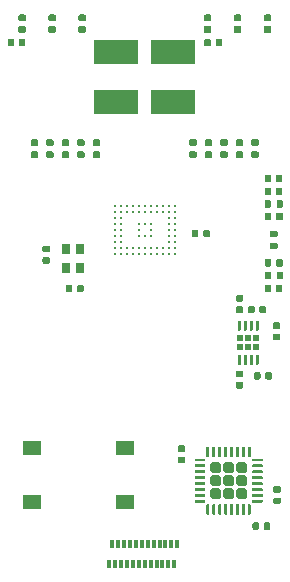
<source format=gbr>
%TF.GenerationSoftware,KiCad,Pcbnew,(5.1.2)-1*%
%TF.CreationDate,2022-05-17T10:19:51-05:00*%
%TF.ProjectId,aducm_board,61647563-6d5f-4626-9f61-72642e6b6963,1.6*%
%TF.SameCoordinates,Original*%
%TF.FileFunction,Paste,Top*%
%TF.FilePolarity,Positive*%
%FSLAX46Y46*%
G04 Gerber Fmt 4.6, Leading zero omitted, Abs format (unit mm)*
G04 Created by KiCad (PCBNEW (5.1.2)-1) date 2022-05-17 10:19:51*
%MOMM*%
%LPD*%
G04 APERTURE LIST*
%ADD10C,0.100000*%
%ADD11C,0.560000*%
%ADD12R,3.800000X2.000000*%
%ADD13C,0.250000*%
%ADD14C,0.240000*%
%ADD15R,0.500000X0.500000*%
%ADD16C,0.540000*%
%ADD17R,0.250000X0.250000*%
%ADD18R,0.300000X0.700000*%
%ADD19R,0.800000X0.900000*%
%ADD20R,1.550000X1.300000*%
%ADD21C,0.590000*%
%ADD22C,0.890000*%
G04 APERTURE END LIST*
D10*
%TO.C,C41*%
G36*
X149713722Y-123250674D02*
G01*
X149727313Y-123252690D01*
X149740640Y-123256028D01*
X149753576Y-123260657D01*
X149765996Y-123266531D01*
X149777780Y-123273594D01*
X149788815Y-123281779D01*
X149798995Y-123291005D01*
X149808221Y-123301185D01*
X149816406Y-123312220D01*
X149823469Y-123324004D01*
X149829343Y-123336424D01*
X149833972Y-123349360D01*
X149837310Y-123362687D01*
X149839326Y-123376278D01*
X149840000Y-123390000D01*
X149840000Y-123670000D01*
X149839326Y-123683722D01*
X149837310Y-123697313D01*
X149833972Y-123710640D01*
X149829343Y-123723576D01*
X149823469Y-123735996D01*
X149816406Y-123747780D01*
X149808221Y-123758815D01*
X149798995Y-123768995D01*
X149788815Y-123778221D01*
X149777780Y-123786406D01*
X149765996Y-123793469D01*
X149753576Y-123799343D01*
X149740640Y-123803972D01*
X149727313Y-123807310D01*
X149713722Y-123809326D01*
X149700000Y-123810000D01*
X149360000Y-123810000D01*
X149346278Y-123809326D01*
X149332687Y-123807310D01*
X149319360Y-123803972D01*
X149306424Y-123799343D01*
X149294004Y-123793469D01*
X149282220Y-123786406D01*
X149271185Y-123778221D01*
X149261005Y-123768995D01*
X149251779Y-123758815D01*
X149243594Y-123747780D01*
X149236531Y-123735996D01*
X149230657Y-123723576D01*
X149226028Y-123710640D01*
X149222690Y-123697313D01*
X149220674Y-123683722D01*
X149220000Y-123670000D01*
X149220000Y-123390000D01*
X149220674Y-123376278D01*
X149222690Y-123362687D01*
X149226028Y-123349360D01*
X149230657Y-123336424D01*
X149236531Y-123324004D01*
X149243594Y-123312220D01*
X149251779Y-123301185D01*
X149261005Y-123291005D01*
X149271185Y-123281779D01*
X149282220Y-123273594D01*
X149294004Y-123266531D01*
X149306424Y-123260657D01*
X149319360Y-123256028D01*
X149332687Y-123252690D01*
X149346278Y-123250674D01*
X149360000Y-123250000D01*
X149700000Y-123250000D01*
X149713722Y-123250674D01*
X149713722Y-123250674D01*
G37*
D11*
X149530000Y-123530000D03*
D10*
G36*
X149713722Y-124210674D02*
G01*
X149727313Y-124212690D01*
X149740640Y-124216028D01*
X149753576Y-124220657D01*
X149765996Y-124226531D01*
X149777780Y-124233594D01*
X149788815Y-124241779D01*
X149798995Y-124251005D01*
X149808221Y-124261185D01*
X149816406Y-124272220D01*
X149823469Y-124284004D01*
X149829343Y-124296424D01*
X149833972Y-124309360D01*
X149837310Y-124322687D01*
X149839326Y-124336278D01*
X149840000Y-124350000D01*
X149840000Y-124630000D01*
X149839326Y-124643722D01*
X149837310Y-124657313D01*
X149833972Y-124670640D01*
X149829343Y-124683576D01*
X149823469Y-124695996D01*
X149816406Y-124707780D01*
X149808221Y-124718815D01*
X149798995Y-124728995D01*
X149788815Y-124738221D01*
X149777780Y-124746406D01*
X149765996Y-124753469D01*
X149753576Y-124759343D01*
X149740640Y-124763972D01*
X149727313Y-124767310D01*
X149713722Y-124769326D01*
X149700000Y-124770000D01*
X149360000Y-124770000D01*
X149346278Y-124769326D01*
X149332687Y-124767310D01*
X149319360Y-124763972D01*
X149306424Y-124759343D01*
X149294004Y-124753469D01*
X149282220Y-124746406D01*
X149271185Y-124738221D01*
X149261005Y-124728995D01*
X149251779Y-124718815D01*
X149243594Y-124707780D01*
X149236531Y-124695996D01*
X149230657Y-124683576D01*
X149226028Y-124670640D01*
X149222690Y-124657313D01*
X149220674Y-124643722D01*
X149220000Y-124630000D01*
X149220000Y-124350000D01*
X149220674Y-124336278D01*
X149222690Y-124322687D01*
X149226028Y-124309360D01*
X149230657Y-124296424D01*
X149236531Y-124284004D01*
X149243594Y-124272220D01*
X149251779Y-124261185D01*
X149261005Y-124251005D01*
X149271185Y-124241779D01*
X149282220Y-124233594D01*
X149294004Y-124226531D01*
X149306424Y-124220657D01*
X149319360Y-124216028D01*
X149332687Y-124212690D01*
X149346278Y-124210674D01*
X149360000Y-124210000D01*
X149700000Y-124210000D01*
X149713722Y-124210674D01*
X149713722Y-124210674D01*
G37*
D11*
X149530000Y-124490000D03*
%TD*%
D12*
%TO.C,TP4*%
X143900000Y-102670000D03*
%TD*%
%TO.C,TP3*%
X139090000Y-102670000D03*
%TD*%
D10*
%TO.C,U3*%
G36*
X150578626Y-125405301D02*
G01*
X150584693Y-125406201D01*
X150590643Y-125407691D01*
X150596418Y-125409758D01*
X150601962Y-125412380D01*
X150607223Y-125415533D01*
X150612150Y-125419187D01*
X150616694Y-125423306D01*
X150620813Y-125427850D01*
X150624467Y-125432777D01*
X150627620Y-125438038D01*
X150630242Y-125443582D01*
X150632309Y-125449357D01*
X150633799Y-125455307D01*
X150634699Y-125461374D01*
X150635000Y-125467500D01*
X150635000Y-126192500D01*
X150634699Y-126198626D01*
X150633799Y-126204693D01*
X150632309Y-126210643D01*
X150630242Y-126216418D01*
X150627620Y-126221962D01*
X150624467Y-126227223D01*
X150620813Y-126232150D01*
X150616694Y-126236694D01*
X150612150Y-126240813D01*
X150607223Y-126244467D01*
X150601962Y-126247620D01*
X150596418Y-126250242D01*
X150590643Y-126252309D01*
X150584693Y-126253799D01*
X150578626Y-126254699D01*
X150572500Y-126255000D01*
X150447500Y-126255000D01*
X150441374Y-126254699D01*
X150435307Y-126253799D01*
X150429357Y-126252309D01*
X150423582Y-126250242D01*
X150418038Y-126247620D01*
X150412777Y-126244467D01*
X150407850Y-126240813D01*
X150403306Y-126236694D01*
X150399187Y-126232150D01*
X150395533Y-126227223D01*
X150392380Y-126221962D01*
X150389758Y-126216418D01*
X150387691Y-126210643D01*
X150386201Y-126204693D01*
X150385301Y-126198626D01*
X150385000Y-126192500D01*
X150385000Y-125467500D01*
X150385301Y-125461374D01*
X150386201Y-125455307D01*
X150387691Y-125449357D01*
X150389758Y-125443582D01*
X150392380Y-125438038D01*
X150395533Y-125432777D01*
X150399187Y-125427850D01*
X150403306Y-125423306D01*
X150407850Y-125419187D01*
X150412777Y-125415533D01*
X150418038Y-125412380D01*
X150423582Y-125409758D01*
X150429357Y-125407691D01*
X150435307Y-125406201D01*
X150441374Y-125405301D01*
X150447500Y-125405000D01*
X150572500Y-125405000D01*
X150578626Y-125405301D01*
X150578626Y-125405301D01*
G37*
D13*
X150510000Y-125830000D03*
D10*
G36*
X150078626Y-128305301D02*
G01*
X150084693Y-128306201D01*
X150090643Y-128307691D01*
X150096418Y-128309758D01*
X150101962Y-128312380D01*
X150107223Y-128315533D01*
X150112150Y-128319187D01*
X150116694Y-128323306D01*
X150120813Y-128327850D01*
X150124467Y-128332777D01*
X150127620Y-128338038D01*
X150130242Y-128343582D01*
X150132309Y-128349357D01*
X150133799Y-128355307D01*
X150134699Y-128361374D01*
X150135000Y-128367500D01*
X150135000Y-129092500D01*
X150134699Y-129098626D01*
X150133799Y-129104693D01*
X150132309Y-129110643D01*
X150130242Y-129116418D01*
X150127620Y-129121962D01*
X150124467Y-129127223D01*
X150120813Y-129132150D01*
X150116694Y-129136694D01*
X150112150Y-129140813D01*
X150107223Y-129144467D01*
X150101962Y-129147620D01*
X150096418Y-129150242D01*
X150090643Y-129152309D01*
X150084693Y-129153799D01*
X150078626Y-129154699D01*
X150072500Y-129155000D01*
X149947500Y-129155000D01*
X149941374Y-129154699D01*
X149935307Y-129153799D01*
X149929357Y-129152309D01*
X149923582Y-129150242D01*
X149918038Y-129147620D01*
X149912777Y-129144467D01*
X149907850Y-129140813D01*
X149903306Y-129136694D01*
X149899187Y-129132150D01*
X149895533Y-129127223D01*
X149892380Y-129121962D01*
X149889758Y-129116418D01*
X149887691Y-129110643D01*
X149886201Y-129104693D01*
X149885301Y-129098626D01*
X149885000Y-129092500D01*
X149885000Y-128367500D01*
X149885301Y-128361374D01*
X149886201Y-128355307D01*
X149887691Y-128349357D01*
X149889758Y-128343582D01*
X149892380Y-128338038D01*
X149895533Y-128332777D01*
X149899187Y-128327850D01*
X149903306Y-128323306D01*
X149907850Y-128319187D01*
X149912777Y-128315533D01*
X149918038Y-128312380D01*
X149923582Y-128309758D01*
X149929357Y-128307691D01*
X149935307Y-128306201D01*
X149941374Y-128305301D01*
X149947500Y-128305000D01*
X150072500Y-128305000D01*
X150078626Y-128305301D01*
X150078626Y-128305301D01*
G37*
D13*
X150010000Y-128730000D03*
D10*
G36*
X150578626Y-128305301D02*
G01*
X150584693Y-128306201D01*
X150590643Y-128307691D01*
X150596418Y-128309758D01*
X150601962Y-128312380D01*
X150607223Y-128315533D01*
X150612150Y-128319187D01*
X150616694Y-128323306D01*
X150620813Y-128327850D01*
X150624467Y-128332777D01*
X150627620Y-128338038D01*
X150630242Y-128343582D01*
X150632309Y-128349357D01*
X150633799Y-128355307D01*
X150634699Y-128361374D01*
X150635000Y-128367500D01*
X150635000Y-129092500D01*
X150634699Y-129098626D01*
X150633799Y-129104693D01*
X150632309Y-129110643D01*
X150630242Y-129116418D01*
X150627620Y-129121962D01*
X150624467Y-129127223D01*
X150620813Y-129132150D01*
X150616694Y-129136694D01*
X150612150Y-129140813D01*
X150607223Y-129144467D01*
X150601962Y-129147620D01*
X150596418Y-129150242D01*
X150590643Y-129152309D01*
X150584693Y-129153799D01*
X150578626Y-129154699D01*
X150572500Y-129155000D01*
X150447500Y-129155000D01*
X150441374Y-129154699D01*
X150435307Y-129153799D01*
X150429357Y-129152309D01*
X150423582Y-129150242D01*
X150418038Y-129147620D01*
X150412777Y-129144467D01*
X150407850Y-129140813D01*
X150403306Y-129136694D01*
X150399187Y-129132150D01*
X150395533Y-129127223D01*
X150392380Y-129121962D01*
X150389758Y-129116418D01*
X150387691Y-129110643D01*
X150386201Y-129104693D01*
X150385301Y-129098626D01*
X150385000Y-129092500D01*
X150385000Y-128367500D01*
X150385301Y-128361374D01*
X150386201Y-128355307D01*
X150387691Y-128349357D01*
X150389758Y-128343582D01*
X150392380Y-128338038D01*
X150395533Y-128332777D01*
X150399187Y-128327850D01*
X150403306Y-128323306D01*
X150407850Y-128319187D01*
X150412777Y-128315533D01*
X150418038Y-128312380D01*
X150423582Y-128309758D01*
X150429357Y-128307691D01*
X150435307Y-128306201D01*
X150441374Y-128305301D01*
X150447500Y-128305000D01*
X150572500Y-128305000D01*
X150578626Y-128305301D01*
X150578626Y-128305301D01*
G37*
D13*
X150510000Y-128730000D03*
D10*
G36*
X150078626Y-125405301D02*
G01*
X150084693Y-125406201D01*
X150090643Y-125407691D01*
X150096418Y-125409758D01*
X150101962Y-125412380D01*
X150107223Y-125415533D01*
X150112150Y-125419187D01*
X150116694Y-125423306D01*
X150120813Y-125427850D01*
X150124467Y-125432777D01*
X150127620Y-125438038D01*
X150130242Y-125443582D01*
X150132309Y-125449357D01*
X150133799Y-125455307D01*
X150134699Y-125461374D01*
X150135000Y-125467500D01*
X150135000Y-126192500D01*
X150134699Y-126198626D01*
X150133799Y-126204693D01*
X150132309Y-126210643D01*
X150130242Y-126216418D01*
X150127620Y-126221962D01*
X150124467Y-126227223D01*
X150120813Y-126232150D01*
X150116694Y-126236694D01*
X150112150Y-126240813D01*
X150107223Y-126244467D01*
X150101962Y-126247620D01*
X150096418Y-126250242D01*
X150090643Y-126252309D01*
X150084693Y-126253799D01*
X150078626Y-126254699D01*
X150072500Y-126255000D01*
X149947500Y-126255000D01*
X149941374Y-126254699D01*
X149935307Y-126253799D01*
X149929357Y-126252309D01*
X149923582Y-126250242D01*
X149918038Y-126247620D01*
X149912777Y-126244467D01*
X149907850Y-126240813D01*
X149903306Y-126236694D01*
X149899187Y-126232150D01*
X149895533Y-126227223D01*
X149892380Y-126221962D01*
X149889758Y-126216418D01*
X149887691Y-126210643D01*
X149886201Y-126204693D01*
X149885301Y-126198626D01*
X149885000Y-126192500D01*
X149885000Y-125467500D01*
X149885301Y-125461374D01*
X149886201Y-125455307D01*
X149887691Y-125449357D01*
X149889758Y-125443582D01*
X149892380Y-125438038D01*
X149895533Y-125432777D01*
X149899187Y-125427850D01*
X149903306Y-125423306D01*
X149907850Y-125419187D01*
X149912777Y-125415533D01*
X149918038Y-125412380D01*
X149923582Y-125409758D01*
X149929357Y-125407691D01*
X149935307Y-125406201D01*
X149941374Y-125405301D01*
X149947500Y-125405000D01*
X150072500Y-125405000D01*
X150078626Y-125405301D01*
X150078626Y-125405301D01*
G37*
D13*
X150010000Y-125830000D03*
D10*
G36*
X149575881Y-128305289D02*
G01*
X149581705Y-128306153D01*
X149587417Y-128307584D01*
X149592961Y-128309567D01*
X149598284Y-128312085D01*
X149603334Y-128315112D01*
X149608064Y-128318619D01*
X149612426Y-128322574D01*
X149616381Y-128326936D01*
X149619888Y-128331666D01*
X149622915Y-128336716D01*
X149625433Y-128342039D01*
X149627416Y-128347583D01*
X149628847Y-128353295D01*
X149629711Y-128359119D01*
X149630000Y-128365000D01*
X149630000Y-129095000D01*
X149629711Y-129100881D01*
X149628847Y-129106705D01*
X149627416Y-129112417D01*
X149625433Y-129117961D01*
X149622915Y-129123284D01*
X149619888Y-129128334D01*
X149616381Y-129133064D01*
X149612426Y-129137426D01*
X149608064Y-129141381D01*
X149603334Y-129144888D01*
X149598284Y-129147915D01*
X149592961Y-129150433D01*
X149587417Y-129152416D01*
X149581705Y-129153847D01*
X149575881Y-129154711D01*
X149570000Y-129155000D01*
X149450000Y-129155000D01*
X149444119Y-129154711D01*
X149438295Y-129153847D01*
X149432583Y-129152416D01*
X149427039Y-129150433D01*
X149421716Y-129147915D01*
X149416666Y-129144888D01*
X149411936Y-129141381D01*
X149407574Y-129137426D01*
X149403619Y-129133064D01*
X149400112Y-129128334D01*
X149397085Y-129123284D01*
X149394567Y-129117961D01*
X149392584Y-129112417D01*
X149391153Y-129106705D01*
X149390289Y-129100881D01*
X149390000Y-129095000D01*
X149390000Y-128365000D01*
X149390289Y-128359119D01*
X149391153Y-128353295D01*
X149392584Y-128347583D01*
X149394567Y-128342039D01*
X149397085Y-128336716D01*
X149400112Y-128331666D01*
X149403619Y-128326936D01*
X149407574Y-128322574D01*
X149411936Y-128318619D01*
X149416666Y-128315112D01*
X149421716Y-128312085D01*
X149427039Y-128309567D01*
X149432583Y-128307584D01*
X149438295Y-128306153D01*
X149444119Y-128305289D01*
X149450000Y-128305000D01*
X149570000Y-128305000D01*
X149575881Y-128305289D01*
X149575881Y-128305289D01*
G37*
D14*
X149510000Y-128730000D03*
D10*
G36*
X149578626Y-125405301D02*
G01*
X149584693Y-125406201D01*
X149590643Y-125407691D01*
X149596418Y-125409758D01*
X149601962Y-125412380D01*
X149607223Y-125415533D01*
X149612150Y-125419187D01*
X149616694Y-125423306D01*
X149620813Y-125427850D01*
X149624467Y-125432777D01*
X149627620Y-125438038D01*
X149630242Y-125443582D01*
X149632309Y-125449357D01*
X149633799Y-125455307D01*
X149634699Y-125461374D01*
X149635000Y-125467500D01*
X149635000Y-126192500D01*
X149634699Y-126198626D01*
X149633799Y-126204693D01*
X149632309Y-126210643D01*
X149630242Y-126216418D01*
X149627620Y-126221962D01*
X149624467Y-126227223D01*
X149620813Y-126232150D01*
X149616694Y-126236694D01*
X149612150Y-126240813D01*
X149607223Y-126244467D01*
X149601962Y-126247620D01*
X149596418Y-126250242D01*
X149590643Y-126252309D01*
X149584693Y-126253799D01*
X149578626Y-126254699D01*
X149572500Y-126255000D01*
X149447500Y-126255000D01*
X149441374Y-126254699D01*
X149435307Y-126253799D01*
X149429357Y-126252309D01*
X149423582Y-126250242D01*
X149418038Y-126247620D01*
X149412777Y-126244467D01*
X149407850Y-126240813D01*
X149403306Y-126236694D01*
X149399187Y-126232150D01*
X149395533Y-126227223D01*
X149392380Y-126221962D01*
X149389758Y-126216418D01*
X149387691Y-126210643D01*
X149386201Y-126204693D01*
X149385301Y-126198626D01*
X149385000Y-126192500D01*
X149385000Y-125467500D01*
X149385301Y-125461374D01*
X149386201Y-125455307D01*
X149387691Y-125449357D01*
X149389758Y-125443582D01*
X149392380Y-125438038D01*
X149395533Y-125432777D01*
X149399187Y-125427850D01*
X149403306Y-125423306D01*
X149407850Y-125419187D01*
X149412777Y-125415533D01*
X149418038Y-125412380D01*
X149423582Y-125409758D01*
X149429357Y-125407691D01*
X149435307Y-125406201D01*
X149441374Y-125405301D01*
X149447500Y-125405000D01*
X149572500Y-125405000D01*
X149578626Y-125405301D01*
X149578626Y-125405301D01*
G37*
D13*
X149510000Y-125830000D03*
D10*
G36*
X151078626Y-128305301D02*
G01*
X151084693Y-128306201D01*
X151090643Y-128307691D01*
X151096418Y-128309758D01*
X151101962Y-128312380D01*
X151107223Y-128315533D01*
X151112150Y-128319187D01*
X151116694Y-128323306D01*
X151120813Y-128327850D01*
X151124467Y-128332777D01*
X151127620Y-128338038D01*
X151130242Y-128343582D01*
X151132309Y-128349357D01*
X151133799Y-128355307D01*
X151134699Y-128361374D01*
X151135000Y-128367500D01*
X151135000Y-129092500D01*
X151134699Y-129098626D01*
X151133799Y-129104693D01*
X151132309Y-129110643D01*
X151130242Y-129116418D01*
X151127620Y-129121962D01*
X151124467Y-129127223D01*
X151120813Y-129132150D01*
X151116694Y-129136694D01*
X151112150Y-129140813D01*
X151107223Y-129144467D01*
X151101962Y-129147620D01*
X151096418Y-129150242D01*
X151090643Y-129152309D01*
X151084693Y-129153799D01*
X151078626Y-129154699D01*
X151072500Y-129155000D01*
X150947500Y-129155000D01*
X150941374Y-129154699D01*
X150935307Y-129153799D01*
X150929357Y-129152309D01*
X150923582Y-129150242D01*
X150918038Y-129147620D01*
X150912777Y-129144467D01*
X150907850Y-129140813D01*
X150903306Y-129136694D01*
X150899187Y-129132150D01*
X150895533Y-129127223D01*
X150892380Y-129121962D01*
X150889758Y-129116418D01*
X150887691Y-129110643D01*
X150886201Y-129104693D01*
X150885301Y-129098626D01*
X150885000Y-129092500D01*
X150885000Y-128367500D01*
X150885301Y-128361374D01*
X150886201Y-128355307D01*
X150887691Y-128349357D01*
X150889758Y-128343582D01*
X150892380Y-128338038D01*
X150895533Y-128332777D01*
X150899187Y-128327850D01*
X150903306Y-128323306D01*
X150907850Y-128319187D01*
X150912777Y-128315533D01*
X150918038Y-128312380D01*
X150923582Y-128309758D01*
X150929357Y-128307691D01*
X150935307Y-128306201D01*
X150941374Y-128305301D01*
X150947500Y-128305000D01*
X151072500Y-128305000D01*
X151078626Y-128305301D01*
X151078626Y-128305301D01*
G37*
D13*
X151010000Y-128730000D03*
D10*
G36*
X151078626Y-125405301D02*
G01*
X151084693Y-125406201D01*
X151090643Y-125407691D01*
X151096418Y-125409758D01*
X151101962Y-125412380D01*
X151107223Y-125415533D01*
X151112150Y-125419187D01*
X151116694Y-125423306D01*
X151120813Y-125427850D01*
X151124467Y-125432777D01*
X151127620Y-125438038D01*
X151130242Y-125443582D01*
X151132309Y-125449357D01*
X151133799Y-125455307D01*
X151134699Y-125461374D01*
X151135000Y-125467500D01*
X151135000Y-126192500D01*
X151134699Y-126198626D01*
X151133799Y-126204693D01*
X151132309Y-126210643D01*
X151130242Y-126216418D01*
X151127620Y-126221962D01*
X151124467Y-126227223D01*
X151120813Y-126232150D01*
X151116694Y-126236694D01*
X151112150Y-126240813D01*
X151107223Y-126244467D01*
X151101962Y-126247620D01*
X151096418Y-126250242D01*
X151090643Y-126252309D01*
X151084693Y-126253799D01*
X151078626Y-126254699D01*
X151072500Y-126255000D01*
X150947500Y-126255000D01*
X150941374Y-126254699D01*
X150935307Y-126253799D01*
X150929357Y-126252309D01*
X150923582Y-126250242D01*
X150918038Y-126247620D01*
X150912777Y-126244467D01*
X150907850Y-126240813D01*
X150903306Y-126236694D01*
X150899187Y-126232150D01*
X150895533Y-126227223D01*
X150892380Y-126221962D01*
X150889758Y-126216418D01*
X150887691Y-126210643D01*
X150886201Y-126204693D01*
X150885301Y-126198626D01*
X150885000Y-126192500D01*
X150885000Y-125467500D01*
X150885301Y-125461374D01*
X150886201Y-125455307D01*
X150887691Y-125449357D01*
X150889758Y-125443582D01*
X150892380Y-125438038D01*
X150895533Y-125432777D01*
X150899187Y-125427850D01*
X150903306Y-125423306D01*
X150907850Y-125419187D01*
X150912777Y-125415533D01*
X150918038Y-125412380D01*
X150923582Y-125409758D01*
X150929357Y-125407691D01*
X150935307Y-125406201D01*
X150941374Y-125405301D01*
X150947500Y-125405000D01*
X151072500Y-125405000D01*
X151078626Y-125405301D01*
X151078626Y-125405301D01*
G37*
D13*
X151010000Y-125830000D03*
D15*
X150960000Y-126920000D03*
X150960000Y-127620000D03*
X150260000Y-126920000D03*
X150260000Y-127620000D03*
X149560000Y-126920000D03*
X149560000Y-127620000D03*
%TD*%
D10*
%TO.C,C36*%
G36*
X144783722Y-135974675D02*
G01*
X144797313Y-135976691D01*
X144810640Y-135980029D01*
X144823576Y-135984658D01*
X144835996Y-135990532D01*
X144847780Y-135997595D01*
X144858815Y-136005780D01*
X144868995Y-136015006D01*
X144878221Y-136025186D01*
X144886406Y-136036221D01*
X144893469Y-136048005D01*
X144899343Y-136060425D01*
X144903972Y-136073361D01*
X144907310Y-136086688D01*
X144909326Y-136100279D01*
X144910000Y-136114001D01*
X144910000Y-136394001D01*
X144909326Y-136407723D01*
X144907310Y-136421314D01*
X144903972Y-136434641D01*
X144899343Y-136447577D01*
X144893469Y-136459997D01*
X144886406Y-136471781D01*
X144878221Y-136482816D01*
X144868995Y-136492996D01*
X144858815Y-136502222D01*
X144847780Y-136510407D01*
X144835996Y-136517470D01*
X144823576Y-136523344D01*
X144810640Y-136527973D01*
X144797313Y-136531311D01*
X144783722Y-136533327D01*
X144770000Y-136534001D01*
X144430000Y-136534001D01*
X144416278Y-136533327D01*
X144402687Y-136531311D01*
X144389360Y-136527973D01*
X144376424Y-136523344D01*
X144364004Y-136517470D01*
X144352220Y-136510407D01*
X144341185Y-136502222D01*
X144331005Y-136492996D01*
X144321779Y-136482816D01*
X144313594Y-136471781D01*
X144306531Y-136459997D01*
X144300657Y-136447577D01*
X144296028Y-136434641D01*
X144292690Y-136421314D01*
X144290674Y-136407723D01*
X144290000Y-136394001D01*
X144290000Y-136114001D01*
X144290674Y-136100279D01*
X144292690Y-136086688D01*
X144296028Y-136073361D01*
X144300657Y-136060425D01*
X144306531Y-136048005D01*
X144313594Y-136036221D01*
X144321779Y-136025186D01*
X144331005Y-136015006D01*
X144341185Y-136005780D01*
X144352220Y-135997595D01*
X144364004Y-135990532D01*
X144376424Y-135984658D01*
X144389360Y-135980029D01*
X144402687Y-135976691D01*
X144416278Y-135974675D01*
X144430000Y-135974001D01*
X144770000Y-135974001D01*
X144783722Y-135974675D01*
X144783722Y-135974675D01*
G37*
D11*
X144600000Y-136254001D03*
D10*
G36*
X144783722Y-136934675D02*
G01*
X144797313Y-136936691D01*
X144810640Y-136940029D01*
X144823576Y-136944658D01*
X144835996Y-136950532D01*
X144847780Y-136957595D01*
X144858815Y-136965780D01*
X144868995Y-136975006D01*
X144878221Y-136985186D01*
X144886406Y-136996221D01*
X144893469Y-137008005D01*
X144899343Y-137020425D01*
X144903972Y-137033361D01*
X144907310Y-137046688D01*
X144909326Y-137060279D01*
X144910000Y-137074001D01*
X144910000Y-137354001D01*
X144909326Y-137367723D01*
X144907310Y-137381314D01*
X144903972Y-137394641D01*
X144899343Y-137407577D01*
X144893469Y-137419997D01*
X144886406Y-137431781D01*
X144878221Y-137442816D01*
X144868995Y-137452996D01*
X144858815Y-137462222D01*
X144847780Y-137470407D01*
X144835996Y-137477470D01*
X144823576Y-137483344D01*
X144810640Y-137487973D01*
X144797313Y-137491311D01*
X144783722Y-137493327D01*
X144770000Y-137494001D01*
X144430000Y-137494001D01*
X144416278Y-137493327D01*
X144402687Y-137491311D01*
X144389360Y-137487973D01*
X144376424Y-137483344D01*
X144364004Y-137477470D01*
X144352220Y-137470407D01*
X144341185Y-137462222D01*
X144331005Y-137452996D01*
X144321779Y-137442816D01*
X144313594Y-137431781D01*
X144306531Y-137419997D01*
X144300657Y-137407577D01*
X144296028Y-137394641D01*
X144292690Y-137381314D01*
X144290674Y-137367723D01*
X144290000Y-137354001D01*
X144290000Y-137074001D01*
X144290674Y-137060279D01*
X144292690Y-137046688D01*
X144296028Y-137033361D01*
X144300657Y-137020425D01*
X144306531Y-137008005D01*
X144313594Y-136996221D01*
X144321779Y-136985186D01*
X144331005Y-136975006D01*
X144341185Y-136965780D01*
X144352220Y-136957595D01*
X144364004Y-136950532D01*
X144376424Y-136944658D01*
X144389360Y-136940029D01*
X144402687Y-136936691D01*
X144416278Y-136934675D01*
X144430000Y-136934001D01*
X144770000Y-136934001D01*
X144783722Y-136934675D01*
X144783722Y-136934675D01*
G37*
D11*
X144600000Y-137214001D03*
%TD*%
D10*
%TO.C,R22*%
G36*
X147090732Y-111090650D02*
G01*
X147103837Y-111092594D01*
X147116688Y-111095813D01*
X147129162Y-111100276D01*
X147141139Y-111105941D01*
X147152502Y-111112752D01*
X147163143Y-111120644D01*
X147172959Y-111129541D01*
X147181856Y-111139357D01*
X147189748Y-111149998D01*
X147196559Y-111161361D01*
X147202224Y-111173338D01*
X147206687Y-111185812D01*
X147209906Y-111198663D01*
X147211850Y-111211768D01*
X147212500Y-111225000D01*
X147212500Y-111495000D01*
X147211850Y-111508232D01*
X147209906Y-111521337D01*
X147206687Y-111534188D01*
X147202224Y-111546662D01*
X147196559Y-111558639D01*
X147189748Y-111570002D01*
X147181856Y-111580643D01*
X147172959Y-111590459D01*
X147163143Y-111599356D01*
X147152502Y-111607248D01*
X147141139Y-111614059D01*
X147129162Y-111619724D01*
X147116688Y-111624187D01*
X147103837Y-111627406D01*
X147090732Y-111629350D01*
X147077500Y-111630000D01*
X146707500Y-111630000D01*
X146694268Y-111629350D01*
X146681163Y-111627406D01*
X146668312Y-111624187D01*
X146655838Y-111619724D01*
X146643861Y-111614059D01*
X146632498Y-111607248D01*
X146621857Y-111599356D01*
X146612041Y-111590459D01*
X146603144Y-111580643D01*
X146595252Y-111570002D01*
X146588441Y-111558639D01*
X146582776Y-111546662D01*
X146578313Y-111534188D01*
X146575094Y-111521337D01*
X146573150Y-111508232D01*
X146572500Y-111495000D01*
X146572500Y-111225000D01*
X146573150Y-111211768D01*
X146575094Y-111198663D01*
X146578313Y-111185812D01*
X146582776Y-111173338D01*
X146588441Y-111161361D01*
X146595252Y-111149998D01*
X146603144Y-111139357D01*
X146612041Y-111129541D01*
X146621857Y-111120644D01*
X146632498Y-111112752D01*
X146643861Y-111105941D01*
X146655838Y-111100276D01*
X146668312Y-111095813D01*
X146681163Y-111092594D01*
X146694268Y-111090650D01*
X146707500Y-111090000D01*
X147077500Y-111090000D01*
X147090732Y-111090650D01*
X147090732Y-111090650D01*
G37*
D16*
X146892500Y-111360000D03*
D10*
G36*
X147090732Y-110070650D02*
G01*
X147103837Y-110072594D01*
X147116688Y-110075813D01*
X147129162Y-110080276D01*
X147141139Y-110085941D01*
X147152502Y-110092752D01*
X147163143Y-110100644D01*
X147172959Y-110109541D01*
X147181856Y-110119357D01*
X147189748Y-110129998D01*
X147196559Y-110141361D01*
X147202224Y-110153338D01*
X147206687Y-110165812D01*
X147209906Y-110178663D01*
X147211850Y-110191768D01*
X147212500Y-110205000D01*
X147212500Y-110475000D01*
X147211850Y-110488232D01*
X147209906Y-110501337D01*
X147206687Y-110514188D01*
X147202224Y-110526662D01*
X147196559Y-110538639D01*
X147189748Y-110550002D01*
X147181856Y-110560643D01*
X147172959Y-110570459D01*
X147163143Y-110579356D01*
X147152502Y-110587248D01*
X147141139Y-110594059D01*
X147129162Y-110599724D01*
X147116688Y-110604187D01*
X147103837Y-110607406D01*
X147090732Y-110609350D01*
X147077500Y-110610000D01*
X146707500Y-110610000D01*
X146694268Y-110609350D01*
X146681163Y-110607406D01*
X146668312Y-110604187D01*
X146655838Y-110599724D01*
X146643861Y-110594059D01*
X146632498Y-110587248D01*
X146621857Y-110579356D01*
X146612041Y-110570459D01*
X146603144Y-110560643D01*
X146595252Y-110550002D01*
X146588441Y-110538639D01*
X146582776Y-110526662D01*
X146578313Y-110514188D01*
X146575094Y-110501337D01*
X146573150Y-110488232D01*
X146572500Y-110475000D01*
X146572500Y-110205000D01*
X146573150Y-110191768D01*
X146575094Y-110178663D01*
X146578313Y-110165812D01*
X146582776Y-110153338D01*
X146588441Y-110141361D01*
X146595252Y-110129998D01*
X146603144Y-110119357D01*
X146612041Y-110109541D01*
X146621857Y-110100644D01*
X146632498Y-110092752D01*
X146643861Y-110085941D01*
X146655838Y-110080276D01*
X146668312Y-110075813D01*
X146681163Y-110072594D01*
X146694268Y-110070650D01*
X146707500Y-110070000D01*
X147077500Y-110070000D01*
X147090732Y-110070650D01*
X147090732Y-110070650D01*
G37*
D16*
X146892500Y-110340000D03*
%TD*%
D17*
%TO.C,U1*%
X140992000Y-117782000D03*
X142008000Y-117782000D03*
X141500000Y-118290000D03*
X140992000Y-118290000D03*
X142008000Y-118290000D03*
X141500000Y-117274000D03*
X140992000Y-117274000D03*
X142008000Y-117274000D03*
X143532000Y-118290000D03*
X143532000Y-116766000D03*
X143532000Y-117782000D03*
X143532000Y-118798000D03*
X143532000Y-117274000D03*
X144040000Y-116766000D03*
X144040000Y-118290000D03*
X144040000Y-118798000D03*
X144040000Y-117274000D03*
X144040000Y-117782000D03*
X139468000Y-117274000D03*
X139468000Y-118798000D03*
X139468000Y-116766000D03*
X139468000Y-117782000D03*
X139468000Y-118290000D03*
X138960000Y-117782000D03*
X138960000Y-116766000D03*
X138960000Y-117274000D03*
X138960000Y-118798000D03*
X138960000Y-118290000D03*
X142516000Y-119814000D03*
X139976000Y-119814000D03*
X140992000Y-119814000D03*
X142008000Y-119814000D03*
X143024000Y-119814000D03*
X140484000Y-119814000D03*
X141500000Y-119814000D03*
X138960000Y-119814000D03*
X143532000Y-119814000D03*
X144040000Y-119814000D03*
X139468000Y-119814000D03*
X141500000Y-119306000D03*
X140992000Y-119306000D03*
X142516000Y-119306000D03*
X142008000Y-119306000D03*
X138960000Y-119306000D03*
X139468000Y-119306000D03*
X143024000Y-119306000D03*
X140484000Y-119306000D03*
X144040000Y-119306000D03*
X139976000Y-119306000D03*
X143532000Y-119306000D03*
X141500000Y-116258000D03*
X140992000Y-116258000D03*
X142516000Y-116258000D03*
X142008000Y-116258000D03*
X138960000Y-116258000D03*
X139468000Y-116258000D03*
X143024000Y-116258000D03*
X140484000Y-116258000D03*
X144040000Y-116258000D03*
X139976000Y-116258000D03*
X143532000Y-116258000D03*
X143024000Y-115750000D03*
X144040000Y-115750000D03*
X143532000Y-115750000D03*
X140992000Y-115750000D03*
X141500000Y-115750000D03*
X142516000Y-115750000D03*
X142008000Y-115750000D03*
X140484000Y-115750000D03*
X139976000Y-115750000D03*
X139468000Y-115750000D03*
X138960000Y-115750000D03*
%TD*%
D12*
%TO.C,TP2*%
X139100000Y-106910000D03*
%TD*%
D10*
%TO.C,R21*%
G36*
X151028232Y-111090650D02*
G01*
X151041337Y-111092594D01*
X151054188Y-111095813D01*
X151066662Y-111100276D01*
X151078639Y-111105941D01*
X151090002Y-111112752D01*
X151100643Y-111120644D01*
X151110459Y-111129541D01*
X151119356Y-111139357D01*
X151127248Y-111149998D01*
X151134059Y-111161361D01*
X151139724Y-111173338D01*
X151144187Y-111185812D01*
X151147406Y-111198663D01*
X151149350Y-111211768D01*
X151150000Y-111225000D01*
X151150000Y-111495000D01*
X151149350Y-111508232D01*
X151147406Y-111521337D01*
X151144187Y-111534188D01*
X151139724Y-111546662D01*
X151134059Y-111558639D01*
X151127248Y-111570002D01*
X151119356Y-111580643D01*
X151110459Y-111590459D01*
X151100643Y-111599356D01*
X151090002Y-111607248D01*
X151078639Y-111614059D01*
X151066662Y-111619724D01*
X151054188Y-111624187D01*
X151041337Y-111627406D01*
X151028232Y-111629350D01*
X151015000Y-111630000D01*
X150645000Y-111630000D01*
X150631768Y-111629350D01*
X150618663Y-111627406D01*
X150605812Y-111624187D01*
X150593338Y-111619724D01*
X150581361Y-111614059D01*
X150569998Y-111607248D01*
X150559357Y-111599356D01*
X150549541Y-111590459D01*
X150540644Y-111580643D01*
X150532752Y-111570002D01*
X150525941Y-111558639D01*
X150520276Y-111546662D01*
X150515813Y-111534188D01*
X150512594Y-111521337D01*
X150510650Y-111508232D01*
X150510000Y-111495000D01*
X150510000Y-111225000D01*
X150510650Y-111211768D01*
X150512594Y-111198663D01*
X150515813Y-111185812D01*
X150520276Y-111173338D01*
X150525941Y-111161361D01*
X150532752Y-111149998D01*
X150540644Y-111139357D01*
X150549541Y-111129541D01*
X150559357Y-111120644D01*
X150569998Y-111112752D01*
X150581361Y-111105941D01*
X150593338Y-111100276D01*
X150605812Y-111095813D01*
X150618663Y-111092594D01*
X150631768Y-111090650D01*
X150645000Y-111090000D01*
X151015000Y-111090000D01*
X151028232Y-111090650D01*
X151028232Y-111090650D01*
G37*
D16*
X150830000Y-111360000D03*
D10*
G36*
X151028232Y-110070650D02*
G01*
X151041337Y-110072594D01*
X151054188Y-110075813D01*
X151066662Y-110080276D01*
X151078639Y-110085941D01*
X151090002Y-110092752D01*
X151100643Y-110100644D01*
X151110459Y-110109541D01*
X151119356Y-110119357D01*
X151127248Y-110129998D01*
X151134059Y-110141361D01*
X151139724Y-110153338D01*
X151144187Y-110165812D01*
X151147406Y-110178663D01*
X151149350Y-110191768D01*
X151150000Y-110205000D01*
X151150000Y-110475000D01*
X151149350Y-110488232D01*
X151147406Y-110501337D01*
X151144187Y-110514188D01*
X151139724Y-110526662D01*
X151134059Y-110538639D01*
X151127248Y-110550002D01*
X151119356Y-110560643D01*
X151110459Y-110570459D01*
X151100643Y-110579356D01*
X151090002Y-110587248D01*
X151078639Y-110594059D01*
X151066662Y-110599724D01*
X151054188Y-110604187D01*
X151041337Y-110607406D01*
X151028232Y-110609350D01*
X151015000Y-110610000D01*
X150645000Y-110610000D01*
X150631768Y-110609350D01*
X150618663Y-110607406D01*
X150605812Y-110604187D01*
X150593338Y-110599724D01*
X150581361Y-110594059D01*
X150569998Y-110587248D01*
X150559357Y-110579356D01*
X150549541Y-110570459D01*
X150540644Y-110560643D01*
X150532752Y-110550002D01*
X150525941Y-110538639D01*
X150520276Y-110526662D01*
X150515813Y-110514188D01*
X150512594Y-110501337D01*
X150510650Y-110488232D01*
X150510000Y-110475000D01*
X150510000Y-110205000D01*
X150510650Y-110191768D01*
X150512594Y-110178663D01*
X150515813Y-110165812D01*
X150520276Y-110153338D01*
X150525941Y-110141361D01*
X150532752Y-110129998D01*
X150540644Y-110119357D01*
X150549541Y-110109541D01*
X150559357Y-110100644D01*
X150569998Y-110092752D01*
X150581361Y-110085941D01*
X150593338Y-110080276D01*
X150605812Y-110075813D01*
X150618663Y-110072594D01*
X150631768Y-110070650D01*
X150645000Y-110070000D01*
X151015000Y-110070000D01*
X151028232Y-110070650D01*
X151028232Y-110070650D01*
G37*
D16*
X150830000Y-110340000D03*
%TD*%
D10*
%TO.C,R20*%
G36*
X149715732Y-111090650D02*
G01*
X149728837Y-111092594D01*
X149741688Y-111095813D01*
X149754162Y-111100276D01*
X149766139Y-111105941D01*
X149777502Y-111112752D01*
X149788143Y-111120644D01*
X149797959Y-111129541D01*
X149806856Y-111139357D01*
X149814748Y-111149998D01*
X149821559Y-111161361D01*
X149827224Y-111173338D01*
X149831687Y-111185812D01*
X149834906Y-111198663D01*
X149836850Y-111211768D01*
X149837500Y-111225000D01*
X149837500Y-111495000D01*
X149836850Y-111508232D01*
X149834906Y-111521337D01*
X149831687Y-111534188D01*
X149827224Y-111546662D01*
X149821559Y-111558639D01*
X149814748Y-111570002D01*
X149806856Y-111580643D01*
X149797959Y-111590459D01*
X149788143Y-111599356D01*
X149777502Y-111607248D01*
X149766139Y-111614059D01*
X149754162Y-111619724D01*
X149741688Y-111624187D01*
X149728837Y-111627406D01*
X149715732Y-111629350D01*
X149702500Y-111630000D01*
X149332500Y-111630000D01*
X149319268Y-111629350D01*
X149306163Y-111627406D01*
X149293312Y-111624187D01*
X149280838Y-111619724D01*
X149268861Y-111614059D01*
X149257498Y-111607248D01*
X149246857Y-111599356D01*
X149237041Y-111590459D01*
X149228144Y-111580643D01*
X149220252Y-111570002D01*
X149213441Y-111558639D01*
X149207776Y-111546662D01*
X149203313Y-111534188D01*
X149200094Y-111521337D01*
X149198150Y-111508232D01*
X149197500Y-111495000D01*
X149197500Y-111225000D01*
X149198150Y-111211768D01*
X149200094Y-111198663D01*
X149203313Y-111185812D01*
X149207776Y-111173338D01*
X149213441Y-111161361D01*
X149220252Y-111149998D01*
X149228144Y-111139357D01*
X149237041Y-111129541D01*
X149246857Y-111120644D01*
X149257498Y-111112752D01*
X149268861Y-111105941D01*
X149280838Y-111100276D01*
X149293312Y-111095813D01*
X149306163Y-111092594D01*
X149319268Y-111090650D01*
X149332500Y-111090000D01*
X149702500Y-111090000D01*
X149715732Y-111090650D01*
X149715732Y-111090650D01*
G37*
D16*
X149517500Y-111360000D03*
D10*
G36*
X149715732Y-110070650D02*
G01*
X149728837Y-110072594D01*
X149741688Y-110075813D01*
X149754162Y-110080276D01*
X149766139Y-110085941D01*
X149777502Y-110092752D01*
X149788143Y-110100644D01*
X149797959Y-110109541D01*
X149806856Y-110119357D01*
X149814748Y-110129998D01*
X149821559Y-110141361D01*
X149827224Y-110153338D01*
X149831687Y-110165812D01*
X149834906Y-110178663D01*
X149836850Y-110191768D01*
X149837500Y-110205000D01*
X149837500Y-110475000D01*
X149836850Y-110488232D01*
X149834906Y-110501337D01*
X149831687Y-110514188D01*
X149827224Y-110526662D01*
X149821559Y-110538639D01*
X149814748Y-110550002D01*
X149806856Y-110560643D01*
X149797959Y-110570459D01*
X149788143Y-110579356D01*
X149777502Y-110587248D01*
X149766139Y-110594059D01*
X149754162Y-110599724D01*
X149741688Y-110604187D01*
X149728837Y-110607406D01*
X149715732Y-110609350D01*
X149702500Y-110610000D01*
X149332500Y-110610000D01*
X149319268Y-110609350D01*
X149306163Y-110607406D01*
X149293312Y-110604187D01*
X149280838Y-110599724D01*
X149268861Y-110594059D01*
X149257498Y-110587248D01*
X149246857Y-110579356D01*
X149237041Y-110570459D01*
X149228144Y-110560643D01*
X149220252Y-110550002D01*
X149213441Y-110538639D01*
X149207776Y-110526662D01*
X149203313Y-110514188D01*
X149200094Y-110501337D01*
X149198150Y-110488232D01*
X149197500Y-110475000D01*
X149197500Y-110205000D01*
X149198150Y-110191768D01*
X149200094Y-110178663D01*
X149203313Y-110165812D01*
X149207776Y-110153338D01*
X149213441Y-110141361D01*
X149220252Y-110129998D01*
X149228144Y-110119357D01*
X149237041Y-110109541D01*
X149246857Y-110100644D01*
X149257498Y-110092752D01*
X149268861Y-110085941D01*
X149280838Y-110080276D01*
X149293312Y-110075813D01*
X149306163Y-110072594D01*
X149319268Y-110070650D01*
X149332500Y-110070000D01*
X149702500Y-110070000D01*
X149715732Y-110070650D01*
X149715732Y-110070650D01*
G37*
D16*
X149517500Y-110340000D03*
%TD*%
D10*
%TO.C,R19*%
G36*
X145778232Y-110070650D02*
G01*
X145791337Y-110072594D01*
X145804188Y-110075813D01*
X145816662Y-110080276D01*
X145828639Y-110085941D01*
X145840002Y-110092752D01*
X145850643Y-110100644D01*
X145860459Y-110109541D01*
X145869356Y-110119357D01*
X145877248Y-110129998D01*
X145884059Y-110141361D01*
X145889724Y-110153338D01*
X145894187Y-110165812D01*
X145897406Y-110178663D01*
X145899350Y-110191768D01*
X145900000Y-110205000D01*
X145900000Y-110475000D01*
X145899350Y-110488232D01*
X145897406Y-110501337D01*
X145894187Y-110514188D01*
X145889724Y-110526662D01*
X145884059Y-110538639D01*
X145877248Y-110550002D01*
X145869356Y-110560643D01*
X145860459Y-110570459D01*
X145850643Y-110579356D01*
X145840002Y-110587248D01*
X145828639Y-110594059D01*
X145816662Y-110599724D01*
X145804188Y-110604187D01*
X145791337Y-110607406D01*
X145778232Y-110609350D01*
X145765000Y-110610000D01*
X145395000Y-110610000D01*
X145381768Y-110609350D01*
X145368663Y-110607406D01*
X145355812Y-110604187D01*
X145343338Y-110599724D01*
X145331361Y-110594059D01*
X145319998Y-110587248D01*
X145309357Y-110579356D01*
X145299541Y-110570459D01*
X145290644Y-110560643D01*
X145282752Y-110550002D01*
X145275941Y-110538639D01*
X145270276Y-110526662D01*
X145265813Y-110514188D01*
X145262594Y-110501337D01*
X145260650Y-110488232D01*
X145260000Y-110475000D01*
X145260000Y-110205000D01*
X145260650Y-110191768D01*
X145262594Y-110178663D01*
X145265813Y-110165812D01*
X145270276Y-110153338D01*
X145275941Y-110141361D01*
X145282752Y-110129998D01*
X145290644Y-110119357D01*
X145299541Y-110109541D01*
X145309357Y-110100644D01*
X145319998Y-110092752D01*
X145331361Y-110085941D01*
X145343338Y-110080276D01*
X145355812Y-110075813D01*
X145368663Y-110072594D01*
X145381768Y-110070650D01*
X145395000Y-110070000D01*
X145765000Y-110070000D01*
X145778232Y-110070650D01*
X145778232Y-110070650D01*
G37*
D16*
X145580000Y-110340000D03*
D10*
G36*
X145778232Y-111090650D02*
G01*
X145791337Y-111092594D01*
X145804188Y-111095813D01*
X145816662Y-111100276D01*
X145828639Y-111105941D01*
X145840002Y-111112752D01*
X145850643Y-111120644D01*
X145860459Y-111129541D01*
X145869356Y-111139357D01*
X145877248Y-111149998D01*
X145884059Y-111161361D01*
X145889724Y-111173338D01*
X145894187Y-111185812D01*
X145897406Y-111198663D01*
X145899350Y-111211768D01*
X145900000Y-111225000D01*
X145900000Y-111495000D01*
X145899350Y-111508232D01*
X145897406Y-111521337D01*
X145894187Y-111534188D01*
X145889724Y-111546662D01*
X145884059Y-111558639D01*
X145877248Y-111570002D01*
X145869356Y-111580643D01*
X145860459Y-111590459D01*
X145850643Y-111599356D01*
X145840002Y-111607248D01*
X145828639Y-111614059D01*
X145816662Y-111619724D01*
X145804188Y-111624187D01*
X145791337Y-111627406D01*
X145778232Y-111629350D01*
X145765000Y-111630000D01*
X145395000Y-111630000D01*
X145381768Y-111629350D01*
X145368663Y-111627406D01*
X145355812Y-111624187D01*
X145343338Y-111619724D01*
X145331361Y-111614059D01*
X145319998Y-111607248D01*
X145309357Y-111599356D01*
X145299541Y-111590459D01*
X145290644Y-111580643D01*
X145282752Y-111570002D01*
X145275941Y-111558639D01*
X145270276Y-111546662D01*
X145265813Y-111534188D01*
X145262594Y-111521337D01*
X145260650Y-111508232D01*
X145260000Y-111495000D01*
X145260000Y-111225000D01*
X145260650Y-111211768D01*
X145262594Y-111198663D01*
X145265813Y-111185812D01*
X145270276Y-111173338D01*
X145275941Y-111161361D01*
X145282752Y-111149998D01*
X145290644Y-111139357D01*
X145299541Y-111129541D01*
X145309357Y-111120644D01*
X145319998Y-111112752D01*
X145331361Y-111105941D01*
X145343338Y-111100276D01*
X145355812Y-111095813D01*
X145368663Y-111092594D01*
X145381768Y-111090650D01*
X145395000Y-111090000D01*
X145765000Y-111090000D01*
X145778232Y-111090650D01*
X145778232Y-111090650D01*
G37*
D16*
X145580000Y-111360000D03*
%TD*%
D10*
%TO.C,R18*%
G36*
X148403232Y-110070650D02*
G01*
X148416337Y-110072594D01*
X148429188Y-110075813D01*
X148441662Y-110080276D01*
X148453639Y-110085941D01*
X148465002Y-110092752D01*
X148475643Y-110100644D01*
X148485459Y-110109541D01*
X148494356Y-110119357D01*
X148502248Y-110129998D01*
X148509059Y-110141361D01*
X148514724Y-110153338D01*
X148519187Y-110165812D01*
X148522406Y-110178663D01*
X148524350Y-110191768D01*
X148525000Y-110205000D01*
X148525000Y-110475000D01*
X148524350Y-110488232D01*
X148522406Y-110501337D01*
X148519187Y-110514188D01*
X148514724Y-110526662D01*
X148509059Y-110538639D01*
X148502248Y-110550002D01*
X148494356Y-110560643D01*
X148485459Y-110570459D01*
X148475643Y-110579356D01*
X148465002Y-110587248D01*
X148453639Y-110594059D01*
X148441662Y-110599724D01*
X148429188Y-110604187D01*
X148416337Y-110607406D01*
X148403232Y-110609350D01*
X148390000Y-110610000D01*
X148020000Y-110610000D01*
X148006768Y-110609350D01*
X147993663Y-110607406D01*
X147980812Y-110604187D01*
X147968338Y-110599724D01*
X147956361Y-110594059D01*
X147944998Y-110587248D01*
X147934357Y-110579356D01*
X147924541Y-110570459D01*
X147915644Y-110560643D01*
X147907752Y-110550002D01*
X147900941Y-110538639D01*
X147895276Y-110526662D01*
X147890813Y-110514188D01*
X147887594Y-110501337D01*
X147885650Y-110488232D01*
X147885000Y-110475000D01*
X147885000Y-110205000D01*
X147885650Y-110191768D01*
X147887594Y-110178663D01*
X147890813Y-110165812D01*
X147895276Y-110153338D01*
X147900941Y-110141361D01*
X147907752Y-110129998D01*
X147915644Y-110119357D01*
X147924541Y-110109541D01*
X147934357Y-110100644D01*
X147944998Y-110092752D01*
X147956361Y-110085941D01*
X147968338Y-110080276D01*
X147980812Y-110075813D01*
X147993663Y-110072594D01*
X148006768Y-110070650D01*
X148020000Y-110070000D01*
X148390000Y-110070000D01*
X148403232Y-110070650D01*
X148403232Y-110070650D01*
G37*
D16*
X148205000Y-110340000D03*
D10*
G36*
X148403232Y-111090650D02*
G01*
X148416337Y-111092594D01*
X148429188Y-111095813D01*
X148441662Y-111100276D01*
X148453639Y-111105941D01*
X148465002Y-111112752D01*
X148475643Y-111120644D01*
X148485459Y-111129541D01*
X148494356Y-111139357D01*
X148502248Y-111149998D01*
X148509059Y-111161361D01*
X148514724Y-111173338D01*
X148519187Y-111185812D01*
X148522406Y-111198663D01*
X148524350Y-111211768D01*
X148525000Y-111225000D01*
X148525000Y-111495000D01*
X148524350Y-111508232D01*
X148522406Y-111521337D01*
X148519187Y-111534188D01*
X148514724Y-111546662D01*
X148509059Y-111558639D01*
X148502248Y-111570002D01*
X148494356Y-111580643D01*
X148485459Y-111590459D01*
X148475643Y-111599356D01*
X148465002Y-111607248D01*
X148453639Y-111614059D01*
X148441662Y-111619724D01*
X148429188Y-111624187D01*
X148416337Y-111627406D01*
X148403232Y-111629350D01*
X148390000Y-111630000D01*
X148020000Y-111630000D01*
X148006768Y-111629350D01*
X147993663Y-111627406D01*
X147980812Y-111624187D01*
X147968338Y-111619724D01*
X147956361Y-111614059D01*
X147944998Y-111607248D01*
X147934357Y-111599356D01*
X147924541Y-111590459D01*
X147915644Y-111580643D01*
X147907752Y-111570002D01*
X147900941Y-111558639D01*
X147895276Y-111546662D01*
X147890813Y-111534188D01*
X147887594Y-111521337D01*
X147885650Y-111508232D01*
X147885000Y-111495000D01*
X147885000Y-111225000D01*
X147885650Y-111211768D01*
X147887594Y-111198663D01*
X147890813Y-111185812D01*
X147895276Y-111173338D01*
X147900941Y-111161361D01*
X147907752Y-111149998D01*
X147915644Y-111139357D01*
X147924541Y-111129541D01*
X147934357Y-111120644D01*
X147944998Y-111112752D01*
X147956361Y-111105941D01*
X147968338Y-111100276D01*
X147980812Y-111095813D01*
X147993663Y-111092594D01*
X148006768Y-111090650D01*
X148020000Y-111090000D01*
X148390000Y-111090000D01*
X148403232Y-111090650D01*
X148403232Y-111090650D01*
G37*
D16*
X148205000Y-111360000D03*
%TD*%
D10*
%TO.C,R17*%
G36*
X132348232Y-111090650D02*
G01*
X132361337Y-111092594D01*
X132374188Y-111095813D01*
X132386662Y-111100276D01*
X132398639Y-111105941D01*
X132410002Y-111112752D01*
X132420643Y-111120644D01*
X132430459Y-111129541D01*
X132439356Y-111139357D01*
X132447248Y-111149998D01*
X132454059Y-111161361D01*
X132459724Y-111173338D01*
X132464187Y-111185812D01*
X132467406Y-111198663D01*
X132469350Y-111211768D01*
X132470000Y-111225000D01*
X132470000Y-111495000D01*
X132469350Y-111508232D01*
X132467406Y-111521337D01*
X132464187Y-111534188D01*
X132459724Y-111546662D01*
X132454059Y-111558639D01*
X132447248Y-111570002D01*
X132439356Y-111580643D01*
X132430459Y-111590459D01*
X132420643Y-111599356D01*
X132410002Y-111607248D01*
X132398639Y-111614059D01*
X132386662Y-111619724D01*
X132374188Y-111624187D01*
X132361337Y-111627406D01*
X132348232Y-111629350D01*
X132335000Y-111630000D01*
X131965000Y-111630000D01*
X131951768Y-111629350D01*
X131938663Y-111627406D01*
X131925812Y-111624187D01*
X131913338Y-111619724D01*
X131901361Y-111614059D01*
X131889998Y-111607248D01*
X131879357Y-111599356D01*
X131869541Y-111590459D01*
X131860644Y-111580643D01*
X131852752Y-111570002D01*
X131845941Y-111558639D01*
X131840276Y-111546662D01*
X131835813Y-111534188D01*
X131832594Y-111521337D01*
X131830650Y-111508232D01*
X131830000Y-111495000D01*
X131830000Y-111225000D01*
X131830650Y-111211768D01*
X131832594Y-111198663D01*
X131835813Y-111185812D01*
X131840276Y-111173338D01*
X131845941Y-111161361D01*
X131852752Y-111149998D01*
X131860644Y-111139357D01*
X131869541Y-111129541D01*
X131879357Y-111120644D01*
X131889998Y-111112752D01*
X131901361Y-111105941D01*
X131913338Y-111100276D01*
X131925812Y-111095813D01*
X131938663Y-111092594D01*
X131951768Y-111090650D01*
X131965000Y-111090000D01*
X132335000Y-111090000D01*
X132348232Y-111090650D01*
X132348232Y-111090650D01*
G37*
D16*
X132150000Y-111360000D03*
D10*
G36*
X132348232Y-110070650D02*
G01*
X132361337Y-110072594D01*
X132374188Y-110075813D01*
X132386662Y-110080276D01*
X132398639Y-110085941D01*
X132410002Y-110092752D01*
X132420643Y-110100644D01*
X132430459Y-110109541D01*
X132439356Y-110119357D01*
X132447248Y-110129998D01*
X132454059Y-110141361D01*
X132459724Y-110153338D01*
X132464187Y-110165812D01*
X132467406Y-110178663D01*
X132469350Y-110191768D01*
X132470000Y-110205000D01*
X132470000Y-110475000D01*
X132469350Y-110488232D01*
X132467406Y-110501337D01*
X132464187Y-110514188D01*
X132459724Y-110526662D01*
X132454059Y-110538639D01*
X132447248Y-110550002D01*
X132439356Y-110560643D01*
X132430459Y-110570459D01*
X132420643Y-110579356D01*
X132410002Y-110587248D01*
X132398639Y-110594059D01*
X132386662Y-110599724D01*
X132374188Y-110604187D01*
X132361337Y-110607406D01*
X132348232Y-110609350D01*
X132335000Y-110610000D01*
X131965000Y-110610000D01*
X131951768Y-110609350D01*
X131938663Y-110607406D01*
X131925812Y-110604187D01*
X131913338Y-110599724D01*
X131901361Y-110594059D01*
X131889998Y-110587248D01*
X131879357Y-110579356D01*
X131869541Y-110570459D01*
X131860644Y-110560643D01*
X131852752Y-110550002D01*
X131845941Y-110538639D01*
X131840276Y-110526662D01*
X131835813Y-110514188D01*
X131832594Y-110501337D01*
X131830650Y-110488232D01*
X131830000Y-110475000D01*
X131830000Y-110205000D01*
X131830650Y-110191768D01*
X131832594Y-110178663D01*
X131835813Y-110165812D01*
X131840276Y-110153338D01*
X131845941Y-110141361D01*
X131852752Y-110129998D01*
X131860644Y-110119357D01*
X131869541Y-110109541D01*
X131879357Y-110100644D01*
X131889998Y-110092752D01*
X131901361Y-110085941D01*
X131913338Y-110080276D01*
X131925812Y-110075813D01*
X131938663Y-110072594D01*
X131951768Y-110070650D01*
X131965000Y-110070000D01*
X132335000Y-110070000D01*
X132348232Y-110070650D01*
X132348232Y-110070650D01*
G37*
D16*
X132150000Y-110340000D03*
%TD*%
D10*
%TO.C,R16*%
G36*
X136285732Y-111090650D02*
G01*
X136298837Y-111092594D01*
X136311688Y-111095813D01*
X136324162Y-111100276D01*
X136336139Y-111105941D01*
X136347502Y-111112752D01*
X136358143Y-111120644D01*
X136367959Y-111129541D01*
X136376856Y-111139357D01*
X136384748Y-111149998D01*
X136391559Y-111161361D01*
X136397224Y-111173338D01*
X136401687Y-111185812D01*
X136404906Y-111198663D01*
X136406850Y-111211768D01*
X136407500Y-111225000D01*
X136407500Y-111495000D01*
X136406850Y-111508232D01*
X136404906Y-111521337D01*
X136401687Y-111534188D01*
X136397224Y-111546662D01*
X136391559Y-111558639D01*
X136384748Y-111570002D01*
X136376856Y-111580643D01*
X136367959Y-111590459D01*
X136358143Y-111599356D01*
X136347502Y-111607248D01*
X136336139Y-111614059D01*
X136324162Y-111619724D01*
X136311688Y-111624187D01*
X136298837Y-111627406D01*
X136285732Y-111629350D01*
X136272500Y-111630000D01*
X135902500Y-111630000D01*
X135889268Y-111629350D01*
X135876163Y-111627406D01*
X135863312Y-111624187D01*
X135850838Y-111619724D01*
X135838861Y-111614059D01*
X135827498Y-111607248D01*
X135816857Y-111599356D01*
X135807041Y-111590459D01*
X135798144Y-111580643D01*
X135790252Y-111570002D01*
X135783441Y-111558639D01*
X135777776Y-111546662D01*
X135773313Y-111534188D01*
X135770094Y-111521337D01*
X135768150Y-111508232D01*
X135767500Y-111495000D01*
X135767500Y-111225000D01*
X135768150Y-111211768D01*
X135770094Y-111198663D01*
X135773313Y-111185812D01*
X135777776Y-111173338D01*
X135783441Y-111161361D01*
X135790252Y-111149998D01*
X135798144Y-111139357D01*
X135807041Y-111129541D01*
X135816857Y-111120644D01*
X135827498Y-111112752D01*
X135838861Y-111105941D01*
X135850838Y-111100276D01*
X135863312Y-111095813D01*
X135876163Y-111092594D01*
X135889268Y-111090650D01*
X135902500Y-111090000D01*
X136272500Y-111090000D01*
X136285732Y-111090650D01*
X136285732Y-111090650D01*
G37*
D16*
X136087500Y-111360000D03*
D10*
G36*
X136285732Y-110070650D02*
G01*
X136298837Y-110072594D01*
X136311688Y-110075813D01*
X136324162Y-110080276D01*
X136336139Y-110085941D01*
X136347502Y-110092752D01*
X136358143Y-110100644D01*
X136367959Y-110109541D01*
X136376856Y-110119357D01*
X136384748Y-110129998D01*
X136391559Y-110141361D01*
X136397224Y-110153338D01*
X136401687Y-110165812D01*
X136404906Y-110178663D01*
X136406850Y-110191768D01*
X136407500Y-110205000D01*
X136407500Y-110475000D01*
X136406850Y-110488232D01*
X136404906Y-110501337D01*
X136401687Y-110514188D01*
X136397224Y-110526662D01*
X136391559Y-110538639D01*
X136384748Y-110550002D01*
X136376856Y-110560643D01*
X136367959Y-110570459D01*
X136358143Y-110579356D01*
X136347502Y-110587248D01*
X136336139Y-110594059D01*
X136324162Y-110599724D01*
X136311688Y-110604187D01*
X136298837Y-110607406D01*
X136285732Y-110609350D01*
X136272500Y-110610000D01*
X135902500Y-110610000D01*
X135889268Y-110609350D01*
X135876163Y-110607406D01*
X135863312Y-110604187D01*
X135850838Y-110599724D01*
X135838861Y-110594059D01*
X135827498Y-110587248D01*
X135816857Y-110579356D01*
X135807041Y-110570459D01*
X135798144Y-110560643D01*
X135790252Y-110550002D01*
X135783441Y-110538639D01*
X135777776Y-110526662D01*
X135773313Y-110514188D01*
X135770094Y-110501337D01*
X135768150Y-110488232D01*
X135767500Y-110475000D01*
X135767500Y-110205000D01*
X135768150Y-110191768D01*
X135770094Y-110178663D01*
X135773313Y-110165812D01*
X135777776Y-110153338D01*
X135783441Y-110141361D01*
X135790252Y-110129998D01*
X135798144Y-110119357D01*
X135807041Y-110109541D01*
X135816857Y-110100644D01*
X135827498Y-110092752D01*
X135838861Y-110085941D01*
X135850838Y-110080276D01*
X135863312Y-110075813D01*
X135876163Y-110072594D01*
X135889268Y-110070650D01*
X135902500Y-110070000D01*
X136272500Y-110070000D01*
X136285732Y-110070650D01*
X136285732Y-110070650D01*
G37*
D16*
X136087500Y-110340000D03*
%TD*%
D10*
%TO.C,R15*%
G36*
X134973232Y-111090650D02*
G01*
X134986337Y-111092594D01*
X134999188Y-111095813D01*
X135011662Y-111100276D01*
X135023639Y-111105941D01*
X135035002Y-111112752D01*
X135045643Y-111120644D01*
X135055459Y-111129541D01*
X135064356Y-111139357D01*
X135072248Y-111149998D01*
X135079059Y-111161361D01*
X135084724Y-111173338D01*
X135089187Y-111185812D01*
X135092406Y-111198663D01*
X135094350Y-111211768D01*
X135095000Y-111225000D01*
X135095000Y-111495000D01*
X135094350Y-111508232D01*
X135092406Y-111521337D01*
X135089187Y-111534188D01*
X135084724Y-111546662D01*
X135079059Y-111558639D01*
X135072248Y-111570002D01*
X135064356Y-111580643D01*
X135055459Y-111590459D01*
X135045643Y-111599356D01*
X135035002Y-111607248D01*
X135023639Y-111614059D01*
X135011662Y-111619724D01*
X134999188Y-111624187D01*
X134986337Y-111627406D01*
X134973232Y-111629350D01*
X134960000Y-111630000D01*
X134590000Y-111630000D01*
X134576768Y-111629350D01*
X134563663Y-111627406D01*
X134550812Y-111624187D01*
X134538338Y-111619724D01*
X134526361Y-111614059D01*
X134514998Y-111607248D01*
X134504357Y-111599356D01*
X134494541Y-111590459D01*
X134485644Y-111580643D01*
X134477752Y-111570002D01*
X134470941Y-111558639D01*
X134465276Y-111546662D01*
X134460813Y-111534188D01*
X134457594Y-111521337D01*
X134455650Y-111508232D01*
X134455000Y-111495000D01*
X134455000Y-111225000D01*
X134455650Y-111211768D01*
X134457594Y-111198663D01*
X134460813Y-111185812D01*
X134465276Y-111173338D01*
X134470941Y-111161361D01*
X134477752Y-111149998D01*
X134485644Y-111139357D01*
X134494541Y-111129541D01*
X134504357Y-111120644D01*
X134514998Y-111112752D01*
X134526361Y-111105941D01*
X134538338Y-111100276D01*
X134550812Y-111095813D01*
X134563663Y-111092594D01*
X134576768Y-111090650D01*
X134590000Y-111090000D01*
X134960000Y-111090000D01*
X134973232Y-111090650D01*
X134973232Y-111090650D01*
G37*
D16*
X134775000Y-111360000D03*
D10*
G36*
X134973232Y-110070650D02*
G01*
X134986337Y-110072594D01*
X134999188Y-110075813D01*
X135011662Y-110080276D01*
X135023639Y-110085941D01*
X135035002Y-110092752D01*
X135045643Y-110100644D01*
X135055459Y-110109541D01*
X135064356Y-110119357D01*
X135072248Y-110129998D01*
X135079059Y-110141361D01*
X135084724Y-110153338D01*
X135089187Y-110165812D01*
X135092406Y-110178663D01*
X135094350Y-110191768D01*
X135095000Y-110205000D01*
X135095000Y-110475000D01*
X135094350Y-110488232D01*
X135092406Y-110501337D01*
X135089187Y-110514188D01*
X135084724Y-110526662D01*
X135079059Y-110538639D01*
X135072248Y-110550002D01*
X135064356Y-110560643D01*
X135055459Y-110570459D01*
X135045643Y-110579356D01*
X135035002Y-110587248D01*
X135023639Y-110594059D01*
X135011662Y-110599724D01*
X134999188Y-110604187D01*
X134986337Y-110607406D01*
X134973232Y-110609350D01*
X134960000Y-110610000D01*
X134590000Y-110610000D01*
X134576768Y-110609350D01*
X134563663Y-110607406D01*
X134550812Y-110604187D01*
X134538338Y-110599724D01*
X134526361Y-110594059D01*
X134514998Y-110587248D01*
X134504357Y-110579356D01*
X134494541Y-110570459D01*
X134485644Y-110560643D01*
X134477752Y-110550002D01*
X134470941Y-110538639D01*
X134465276Y-110526662D01*
X134460813Y-110514188D01*
X134457594Y-110501337D01*
X134455650Y-110488232D01*
X134455000Y-110475000D01*
X134455000Y-110205000D01*
X134455650Y-110191768D01*
X134457594Y-110178663D01*
X134460813Y-110165812D01*
X134465276Y-110153338D01*
X134470941Y-110141361D01*
X134477752Y-110129998D01*
X134485644Y-110119357D01*
X134494541Y-110109541D01*
X134504357Y-110100644D01*
X134514998Y-110092752D01*
X134526361Y-110085941D01*
X134538338Y-110080276D01*
X134550812Y-110075813D01*
X134563663Y-110072594D01*
X134576768Y-110070650D01*
X134590000Y-110070000D01*
X134960000Y-110070000D01*
X134973232Y-110070650D01*
X134973232Y-110070650D01*
G37*
D16*
X134775000Y-110340000D03*
%TD*%
D10*
%TO.C,R14*%
G36*
X137598232Y-111090650D02*
G01*
X137611337Y-111092594D01*
X137624188Y-111095813D01*
X137636662Y-111100276D01*
X137648639Y-111105941D01*
X137660002Y-111112752D01*
X137670643Y-111120644D01*
X137680459Y-111129541D01*
X137689356Y-111139357D01*
X137697248Y-111149998D01*
X137704059Y-111161361D01*
X137709724Y-111173338D01*
X137714187Y-111185812D01*
X137717406Y-111198663D01*
X137719350Y-111211768D01*
X137720000Y-111225000D01*
X137720000Y-111495000D01*
X137719350Y-111508232D01*
X137717406Y-111521337D01*
X137714187Y-111534188D01*
X137709724Y-111546662D01*
X137704059Y-111558639D01*
X137697248Y-111570002D01*
X137689356Y-111580643D01*
X137680459Y-111590459D01*
X137670643Y-111599356D01*
X137660002Y-111607248D01*
X137648639Y-111614059D01*
X137636662Y-111619724D01*
X137624188Y-111624187D01*
X137611337Y-111627406D01*
X137598232Y-111629350D01*
X137585000Y-111630000D01*
X137215000Y-111630000D01*
X137201768Y-111629350D01*
X137188663Y-111627406D01*
X137175812Y-111624187D01*
X137163338Y-111619724D01*
X137151361Y-111614059D01*
X137139998Y-111607248D01*
X137129357Y-111599356D01*
X137119541Y-111590459D01*
X137110644Y-111580643D01*
X137102752Y-111570002D01*
X137095941Y-111558639D01*
X137090276Y-111546662D01*
X137085813Y-111534188D01*
X137082594Y-111521337D01*
X137080650Y-111508232D01*
X137080000Y-111495000D01*
X137080000Y-111225000D01*
X137080650Y-111211768D01*
X137082594Y-111198663D01*
X137085813Y-111185812D01*
X137090276Y-111173338D01*
X137095941Y-111161361D01*
X137102752Y-111149998D01*
X137110644Y-111139357D01*
X137119541Y-111129541D01*
X137129357Y-111120644D01*
X137139998Y-111112752D01*
X137151361Y-111105941D01*
X137163338Y-111100276D01*
X137175812Y-111095813D01*
X137188663Y-111092594D01*
X137201768Y-111090650D01*
X137215000Y-111090000D01*
X137585000Y-111090000D01*
X137598232Y-111090650D01*
X137598232Y-111090650D01*
G37*
D16*
X137400000Y-111360000D03*
D10*
G36*
X137598232Y-110070650D02*
G01*
X137611337Y-110072594D01*
X137624188Y-110075813D01*
X137636662Y-110080276D01*
X137648639Y-110085941D01*
X137660002Y-110092752D01*
X137670643Y-110100644D01*
X137680459Y-110109541D01*
X137689356Y-110119357D01*
X137697248Y-110129998D01*
X137704059Y-110141361D01*
X137709724Y-110153338D01*
X137714187Y-110165812D01*
X137717406Y-110178663D01*
X137719350Y-110191768D01*
X137720000Y-110205000D01*
X137720000Y-110475000D01*
X137719350Y-110488232D01*
X137717406Y-110501337D01*
X137714187Y-110514188D01*
X137709724Y-110526662D01*
X137704059Y-110538639D01*
X137697248Y-110550002D01*
X137689356Y-110560643D01*
X137680459Y-110570459D01*
X137670643Y-110579356D01*
X137660002Y-110587248D01*
X137648639Y-110594059D01*
X137636662Y-110599724D01*
X137624188Y-110604187D01*
X137611337Y-110607406D01*
X137598232Y-110609350D01*
X137585000Y-110610000D01*
X137215000Y-110610000D01*
X137201768Y-110609350D01*
X137188663Y-110607406D01*
X137175812Y-110604187D01*
X137163338Y-110599724D01*
X137151361Y-110594059D01*
X137139998Y-110587248D01*
X137129357Y-110579356D01*
X137119541Y-110570459D01*
X137110644Y-110560643D01*
X137102752Y-110550002D01*
X137095941Y-110538639D01*
X137090276Y-110526662D01*
X137085813Y-110514188D01*
X137082594Y-110501337D01*
X137080650Y-110488232D01*
X137080000Y-110475000D01*
X137080000Y-110205000D01*
X137080650Y-110191768D01*
X137082594Y-110178663D01*
X137085813Y-110165812D01*
X137090276Y-110153338D01*
X137095941Y-110141361D01*
X137102752Y-110129998D01*
X137110644Y-110119357D01*
X137119541Y-110109541D01*
X137129357Y-110100644D01*
X137139998Y-110092752D01*
X137151361Y-110085941D01*
X137163338Y-110080276D01*
X137175812Y-110075813D01*
X137188663Y-110072594D01*
X137201768Y-110070650D01*
X137215000Y-110070000D01*
X137585000Y-110070000D01*
X137598232Y-110070650D01*
X137598232Y-110070650D01*
G37*
D16*
X137400000Y-110340000D03*
%TD*%
D10*
%TO.C,R13*%
G36*
X133660732Y-111090650D02*
G01*
X133673837Y-111092594D01*
X133686688Y-111095813D01*
X133699162Y-111100276D01*
X133711139Y-111105941D01*
X133722502Y-111112752D01*
X133733143Y-111120644D01*
X133742959Y-111129541D01*
X133751856Y-111139357D01*
X133759748Y-111149998D01*
X133766559Y-111161361D01*
X133772224Y-111173338D01*
X133776687Y-111185812D01*
X133779906Y-111198663D01*
X133781850Y-111211768D01*
X133782500Y-111225000D01*
X133782500Y-111495000D01*
X133781850Y-111508232D01*
X133779906Y-111521337D01*
X133776687Y-111534188D01*
X133772224Y-111546662D01*
X133766559Y-111558639D01*
X133759748Y-111570002D01*
X133751856Y-111580643D01*
X133742959Y-111590459D01*
X133733143Y-111599356D01*
X133722502Y-111607248D01*
X133711139Y-111614059D01*
X133699162Y-111619724D01*
X133686688Y-111624187D01*
X133673837Y-111627406D01*
X133660732Y-111629350D01*
X133647500Y-111630000D01*
X133277500Y-111630000D01*
X133264268Y-111629350D01*
X133251163Y-111627406D01*
X133238312Y-111624187D01*
X133225838Y-111619724D01*
X133213861Y-111614059D01*
X133202498Y-111607248D01*
X133191857Y-111599356D01*
X133182041Y-111590459D01*
X133173144Y-111580643D01*
X133165252Y-111570002D01*
X133158441Y-111558639D01*
X133152776Y-111546662D01*
X133148313Y-111534188D01*
X133145094Y-111521337D01*
X133143150Y-111508232D01*
X133142500Y-111495000D01*
X133142500Y-111225000D01*
X133143150Y-111211768D01*
X133145094Y-111198663D01*
X133148313Y-111185812D01*
X133152776Y-111173338D01*
X133158441Y-111161361D01*
X133165252Y-111149998D01*
X133173144Y-111139357D01*
X133182041Y-111129541D01*
X133191857Y-111120644D01*
X133202498Y-111112752D01*
X133213861Y-111105941D01*
X133225838Y-111100276D01*
X133238312Y-111095813D01*
X133251163Y-111092594D01*
X133264268Y-111090650D01*
X133277500Y-111090000D01*
X133647500Y-111090000D01*
X133660732Y-111090650D01*
X133660732Y-111090650D01*
G37*
D16*
X133462500Y-111360000D03*
D10*
G36*
X133660732Y-110070650D02*
G01*
X133673837Y-110072594D01*
X133686688Y-110075813D01*
X133699162Y-110080276D01*
X133711139Y-110085941D01*
X133722502Y-110092752D01*
X133733143Y-110100644D01*
X133742959Y-110109541D01*
X133751856Y-110119357D01*
X133759748Y-110129998D01*
X133766559Y-110141361D01*
X133772224Y-110153338D01*
X133776687Y-110165812D01*
X133779906Y-110178663D01*
X133781850Y-110191768D01*
X133782500Y-110205000D01*
X133782500Y-110475000D01*
X133781850Y-110488232D01*
X133779906Y-110501337D01*
X133776687Y-110514188D01*
X133772224Y-110526662D01*
X133766559Y-110538639D01*
X133759748Y-110550002D01*
X133751856Y-110560643D01*
X133742959Y-110570459D01*
X133733143Y-110579356D01*
X133722502Y-110587248D01*
X133711139Y-110594059D01*
X133699162Y-110599724D01*
X133686688Y-110604187D01*
X133673837Y-110607406D01*
X133660732Y-110609350D01*
X133647500Y-110610000D01*
X133277500Y-110610000D01*
X133264268Y-110609350D01*
X133251163Y-110607406D01*
X133238312Y-110604187D01*
X133225838Y-110599724D01*
X133213861Y-110594059D01*
X133202498Y-110587248D01*
X133191857Y-110579356D01*
X133182041Y-110570459D01*
X133173144Y-110560643D01*
X133165252Y-110550002D01*
X133158441Y-110538639D01*
X133152776Y-110526662D01*
X133148313Y-110514188D01*
X133145094Y-110501337D01*
X133143150Y-110488232D01*
X133142500Y-110475000D01*
X133142500Y-110205000D01*
X133143150Y-110191768D01*
X133145094Y-110178663D01*
X133148313Y-110165812D01*
X133152776Y-110153338D01*
X133158441Y-110141361D01*
X133165252Y-110129998D01*
X133173144Y-110119357D01*
X133182041Y-110109541D01*
X133191857Y-110100644D01*
X133202498Y-110092752D01*
X133213861Y-110085941D01*
X133225838Y-110080276D01*
X133238312Y-110075813D01*
X133251163Y-110072594D01*
X133264268Y-110070650D01*
X133277500Y-110070000D01*
X133647500Y-110070000D01*
X133660732Y-110070650D01*
X133660732Y-110070650D01*
G37*
D16*
X133462500Y-110340000D03*
%TD*%
D18*
%TO.C,J1*%
X138500000Y-146020000D03*
X139000000Y-146020000D03*
X139500000Y-146020000D03*
X140000000Y-146020000D03*
X140500000Y-146020000D03*
X141000000Y-146020000D03*
X141500000Y-146020000D03*
X142000000Y-146020000D03*
X142500000Y-146020000D03*
X143000000Y-146020000D03*
X143500000Y-146020000D03*
X144000000Y-146020000D03*
X143750000Y-144320000D03*
X142250000Y-144320000D03*
X142750000Y-144320000D03*
X143250000Y-144320000D03*
X144250000Y-144320000D03*
X141750000Y-144320000D03*
X141250000Y-144320000D03*
X140750000Y-144320000D03*
X140250000Y-144320000D03*
X139750000Y-144320000D03*
X139250000Y-144320000D03*
X138750000Y-144320000D03*
%TD*%
D10*
%TO.C,C44*%
G36*
X130313722Y-101580674D02*
G01*
X130327313Y-101582690D01*
X130340640Y-101586028D01*
X130353576Y-101590657D01*
X130365996Y-101596531D01*
X130377780Y-101603594D01*
X130388815Y-101611779D01*
X130398995Y-101621005D01*
X130408221Y-101631185D01*
X130416406Y-101642220D01*
X130423469Y-101654004D01*
X130429343Y-101666424D01*
X130433972Y-101679360D01*
X130437310Y-101692687D01*
X130439326Y-101706278D01*
X130440000Y-101720000D01*
X130440000Y-102060000D01*
X130439326Y-102073722D01*
X130437310Y-102087313D01*
X130433972Y-102100640D01*
X130429343Y-102113576D01*
X130423469Y-102125996D01*
X130416406Y-102137780D01*
X130408221Y-102148815D01*
X130398995Y-102158995D01*
X130388815Y-102168221D01*
X130377780Y-102176406D01*
X130365996Y-102183469D01*
X130353576Y-102189343D01*
X130340640Y-102193972D01*
X130327313Y-102197310D01*
X130313722Y-102199326D01*
X130300000Y-102200000D01*
X130020000Y-102200000D01*
X130006278Y-102199326D01*
X129992687Y-102197310D01*
X129979360Y-102193972D01*
X129966424Y-102189343D01*
X129954004Y-102183469D01*
X129942220Y-102176406D01*
X129931185Y-102168221D01*
X129921005Y-102158995D01*
X129911779Y-102148815D01*
X129903594Y-102137780D01*
X129896531Y-102125996D01*
X129890657Y-102113576D01*
X129886028Y-102100640D01*
X129882690Y-102087313D01*
X129880674Y-102073722D01*
X129880000Y-102060000D01*
X129880000Y-101720000D01*
X129880674Y-101706278D01*
X129882690Y-101692687D01*
X129886028Y-101679360D01*
X129890657Y-101666424D01*
X129896531Y-101654004D01*
X129903594Y-101642220D01*
X129911779Y-101631185D01*
X129921005Y-101621005D01*
X129931185Y-101611779D01*
X129942220Y-101603594D01*
X129954004Y-101596531D01*
X129966424Y-101590657D01*
X129979360Y-101586028D01*
X129992687Y-101582690D01*
X130006278Y-101580674D01*
X130020000Y-101580000D01*
X130300000Y-101580000D01*
X130313722Y-101580674D01*
X130313722Y-101580674D01*
G37*
D11*
X130160000Y-101890000D03*
D10*
G36*
X131273722Y-101580674D02*
G01*
X131287313Y-101582690D01*
X131300640Y-101586028D01*
X131313576Y-101590657D01*
X131325996Y-101596531D01*
X131337780Y-101603594D01*
X131348815Y-101611779D01*
X131358995Y-101621005D01*
X131368221Y-101631185D01*
X131376406Y-101642220D01*
X131383469Y-101654004D01*
X131389343Y-101666424D01*
X131393972Y-101679360D01*
X131397310Y-101692687D01*
X131399326Y-101706278D01*
X131400000Y-101720000D01*
X131400000Y-102060000D01*
X131399326Y-102073722D01*
X131397310Y-102087313D01*
X131393972Y-102100640D01*
X131389343Y-102113576D01*
X131383469Y-102125996D01*
X131376406Y-102137780D01*
X131368221Y-102148815D01*
X131358995Y-102158995D01*
X131348815Y-102168221D01*
X131337780Y-102176406D01*
X131325996Y-102183469D01*
X131313576Y-102189343D01*
X131300640Y-102193972D01*
X131287313Y-102197310D01*
X131273722Y-102199326D01*
X131260000Y-102200000D01*
X130980000Y-102200000D01*
X130966278Y-102199326D01*
X130952687Y-102197310D01*
X130939360Y-102193972D01*
X130926424Y-102189343D01*
X130914004Y-102183469D01*
X130902220Y-102176406D01*
X130891185Y-102168221D01*
X130881005Y-102158995D01*
X130871779Y-102148815D01*
X130863594Y-102137780D01*
X130856531Y-102125996D01*
X130850657Y-102113576D01*
X130846028Y-102100640D01*
X130842690Y-102087313D01*
X130840674Y-102073722D01*
X130840000Y-102060000D01*
X130840000Y-101720000D01*
X130840674Y-101706278D01*
X130842690Y-101692687D01*
X130846028Y-101679360D01*
X130850657Y-101666424D01*
X130856531Y-101654004D01*
X130863594Y-101642220D01*
X130871779Y-101631185D01*
X130881005Y-101621005D01*
X130891185Y-101611779D01*
X130902220Y-101603594D01*
X130914004Y-101596531D01*
X130926424Y-101590657D01*
X130939360Y-101586028D01*
X130952687Y-101582690D01*
X130966278Y-101580674D01*
X130980000Y-101580000D01*
X131260000Y-101580000D01*
X131273722Y-101580674D01*
X131273722Y-101580674D01*
G37*
D11*
X131120000Y-101890000D03*
%TD*%
D19*
%TO.C,Y1*%
X136050000Y-119350000D03*
X134800000Y-121000000D03*
X136050000Y-121000000D03*
X134800000Y-119350000D03*
%TD*%
D12*
%TO.C,TP1*%
X143900000Y-106910000D03*
%TD*%
D20*
%TO.C,SW1*%
X139865000Y-140740000D03*
X131915000Y-140740000D03*
X139865000Y-136240000D03*
X131915000Y-136240000D03*
%TD*%
D10*
%TO.C,R3*%
G36*
X153078232Y-121285650D02*
G01*
X153091337Y-121287594D01*
X153104188Y-121290813D01*
X153116662Y-121295276D01*
X153128639Y-121300941D01*
X153140002Y-121307752D01*
X153150643Y-121315644D01*
X153160459Y-121324541D01*
X153169356Y-121334357D01*
X153177248Y-121344998D01*
X153184059Y-121356361D01*
X153189724Y-121368338D01*
X153194187Y-121380812D01*
X153197406Y-121393663D01*
X153199350Y-121406768D01*
X153200000Y-121420000D01*
X153200000Y-121790000D01*
X153199350Y-121803232D01*
X153197406Y-121816337D01*
X153194187Y-121829188D01*
X153189724Y-121841662D01*
X153184059Y-121853639D01*
X153177248Y-121865002D01*
X153169356Y-121875643D01*
X153160459Y-121885459D01*
X153150643Y-121894356D01*
X153140002Y-121902248D01*
X153128639Y-121909059D01*
X153116662Y-121914724D01*
X153104188Y-121919187D01*
X153091337Y-121922406D01*
X153078232Y-121924350D01*
X153065000Y-121925000D01*
X152795000Y-121925000D01*
X152781768Y-121924350D01*
X152768663Y-121922406D01*
X152755812Y-121919187D01*
X152743338Y-121914724D01*
X152731361Y-121909059D01*
X152719998Y-121902248D01*
X152709357Y-121894356D01*
X152699541Y-121885459D01*
X152690644Y-121875643D01*
X152682752Y-121865002D01*
X152675941Y-121853639D01*
X152670276Y-121841662D01*
X152665813Y-121829188D01*
X152662594Y-121816337D01*
X152660650Y-121803232D01*
X152660000Y-121790000D01*
X152660000Y-121420000D01*
X152660650Y-121406768D01*
X152662594Y-121393663D01*
X152665813Y-121380812D01*
X152670276Y-121368338D01*
X152675941Y-121356361D01*
X152682752Y-121344998D01*
X152690644Y-121334357D01*
X152699541Y-121324541D01*
X152709357Y-121315644D01*
X152719998Y-121307752D01*
X152731361Y-121300941D01*
X152743338Y-121295276D01*
X152755812Y-121290813D01*
X152768663Y-121287594D01*
X152781768Y-121285650D01*
X152795000Y-121285000D01*
X153065000Y-121285000D01*
X153078232Y-121285650D01*
X153078232Y-121285650D01*
G37*
D16*
X152930000Y-121605000D03*
D10*
G36*
X152058232Y-121285650D02*
G01*
X152071337Y-121287594D01*
X152084188Y-121290813D01*
X152096662Y-121295276D01*
X152108639Y-121300941D01*
X152120002Y-121307752D01*
X152130643Y-121315644D01*
X152140459Y-121324541D01*
X152149356Y-121334357D01*
X152157248Y-121344998D01*
X152164059Y-121356361D01*
X152169724Y-121368338D01*
X152174187Y-121380812D01*
X152177406Y-121393663D01*
X152179350Y-121406768D01*
X152180000Y-121420000D01*
X152180000Y-121790000D01*
X152179350Y-121803232D01*
X152177406Y-121816337D01*
X152174187Y-121829188D01*
X152169724Y-121841662D01*
X152164059Y-121853639D01*
X152157248Y-121865002D01*
X152149356Y-121875643D01*
X152140459Y-121885459D01*
X152130643Y-121894356D01*
X152120002Y-121902248D01*
X152108639Y-121909059D01*
X152096662Y-121914724D01*
X152084188Y-121919187D01*
X152071337Y-121922406D01*
X152058232Y-121924350D01*
X152045000Y-121925000D01*
X151775000Y-121925000D01*
X151761768Y-121924350D01*
X151748663Y-121922406D01*
X151735812Y-121919187D01*
X151723338Y-121914724D01*
X151711361Y-121909059D01*
X151699998Y-121902248D01*
X151689357Y-121894356D01*
X151679541Y-121885459D01*
X151670644Y-121875643D01*
X151662752Y-121865002D01*
X151655941Y-121853639D01*
X151650276Y-121841662D01*
X151645813Y-121829188D01*
X151642594Y-121816337D01*
X151640650Y-121803232D01*
X151640000Y-121790000D01*
X151640000Y-121420000D01*
X151640650Y-121406768D01*
X151642594Y-121393663D01*
X151645813Y-121380812D01*
X151650276Y-121368338D01*
X151655941Y-121356361D01*
X151662752Y-121344998D01*
X151670644Y-121334357D01*
X151679541Y-121324541D01*
X151689357Y-121315644D01*
X151699998Y-121307752D01*
X151711361Y-121300941D01*
X151723338Y-121295276D01*
X151735812Y-121290813D01*
X151748663Y-121287594D01*
X151761768Y-121285650D01*
X151775000Y-121285000D01*
X152045000Y-121285000D01*
X152058232Y-121285650D01*
X152058232Y-121285650D01*
G37*
D16*
X151910000Y-121605000D03*
%TD*%
D10*
%TO.C,R2*%
G36*
X152058232Y-115210650D02*
G01*
X152071337Y-115212594D01*
X152084188Y-115215813D01*
X152096662Y-115220276D01*
X152108639Y-115225941D01*
X152120002Y-115232752D01*
X152130643Y-115240644D01*
X152140459Y-115249541D01*
X152149356Y-115259357D01*
X152157248Y-115269998D01*
X152164059Y-115281361D01*
X152169724Y-115293338D01*
X152174187Y-115305812D01*
X152177406Y-115318663D01*
X152179350Y-115331768D01*
X152180000Y-115345000D01*
X152180000Y-115715000D01*
X152179350Y-115728232D01*
X152177406Y-115741337D01*
X152174187Y-115754188D01*
X152169724Y-115766662D01*
X152164059Y-115778639D01*
X152157248Y-115790002D01*
X152149356Y-115800643D01*
X152140459Y-115810459D01*
X152130643Y-115819356D01*
X152120002Y-115827248D01*
X152108639Y-115834059D01*
X152096662Y-115839724D01*
X152084188Y-115844187D01*
X152071337Y-115847406D01*
X152058232Y-115849350D01*
X152045000Y-115850000D01*
X151775000Y-115850000D01*
X151761768Y-115849350D01*
X151748663Y-115847406D01*
X151735812Y-115844187D01*
X151723338Y-115839724D01*
X151711361Y-115834059D01*
X151699998Y-115827248D01*
X151689357Y-115819356D01*
X151679541Y-115810459D01*
X151670644Y-115800643D01*
X151662752Y-115790002D01*
X151655941Y-115778639D01*
X151650276Y-115766662D01*
X151645813Y-115754188D01*
X151642594Y-115741337D01*
X151640650Y-115728232D01*
X151640000Y-115715000D01*
X151640000Y-115345000D01*
X151640650Y-115331768D01*
X151642594Y-115318663D01*
X151645813Y-115305812D01*
X151650276Y-115293338D01*
X151655941Y-115281361D01*
X151662752Y-115269998D01*
X151670644Y-115259357D01*
X151679541Y-115249541D01*
X151689357Y-115240644D01*
X151699998Y-115232752D01*
X151711361Y-115225941D01*
X151723338Y-115220276D01*
X151735812Y-115215813D01*
X151748663Y-115212594D01*
X151761768Y-115210650D01*
X151775000Y-115210000D01*
X152045000Y-115210000D01*
X152058232Y-115210650D01*
X152058232Y-115210650D01*
G37*
D16*
X151910000Y-115530000D03*
D10*
G36*
X153078232Y-115210650D02*
G01*
X153091337Y-115212594D01*
X153104188Y-115215813D01*
X153116662Y-115220276D01*
X153128639Y-115225941D01*
X153140002Y-115232752D01*
X153150643Y-115240644D01*
X153160459Y-115249541D01*
X153169356Y-115259357D01*
X153177248Y-115269998D01*
X153184059Y-115281361D01*
X153189724Y-115293338D01*
X153194187Y-115305812D01*
X153197406Y-115318663D01*
X153199350Y-115331768D01*
X153200000Y-115345000D01*
X153200000Y-115715000D01*
X153199350Y-115728232D01*
X153197406Y-115741337D01*
X153194187Y-115754188D01*
X153189724Y-115766662D01*
X153184059Y-115778639D01*
X153177248Y-115790002D01*
X153169356Y-115800643D01*
X153160459Y-115810459D01*
X153150643Y-115819356D01*
X153140002Y-115827248D01*
X153128639Y-115834059D01*
X153116662Y-115839724D01*
X153104188Y-115844187D01*
X153091337Y-115847406D01*
X153078232Y-115849350D01*
X153065000Y-115850000D01*
X152795000Y-115850000D01*
X152781768Y-115849350D01*
X152768663Y-115847406D01*
X152755812Y-115844187D01*
X152743338Y-115839724D01*
X152731361Y-115834059D01*
X152719998Y-115827248D01*
X152709357Y-115819356D01*
X152699541Y-115810459D01*
X152690644Y-115800643D01*
X152682752Y-115790002D01*
X152675941Y-115778639D01*
X152670276Y-115766662D01*
X152665813Y-115754188D01*
X152662594Y-115741337D01*
X152660650Y-115728232D01*
X152660000Y-115715000D01*
X152660000Y-115345000D01*
X152660650Y-115331768D01*
X152662594Y-115318663D01*
X152665813Y-115305812D01*
X152670276Y-115293338D01*
X152675941Y-115281361D01*
X152682752Y-115269998D01*
X152690644Y-115259357D01*
X152699541Y-115249541D01*
X152709357Y-115240644D01*
X152719998Y-115232752D01*
X152731361Y-115225941D01*
X152743338Y-115220276D01*
X152755812Y-115215813D01*
X152768663Y-115212594D01*
X152781768Y-115210650D01*
X152795000Y-115210000D01*
X153065000Y-115210000D01*
X153078232Y-115210650D01*
X153078232Y-115210650D01*
G37*
D16*
X152930000Y-115530000D03*
%TD*%
D10*
%TO.C,R1*%
G36*
X152618232Y-117790650D02*
G01*
X152631337Y-117792594D01*
X152644188Y-117795813D01*
X152656662Y-117800276D01*
X152668639Y-117805941D01*
X152680002Y-117812752D01*
X152690643Y-117820644D01*
X152700459Y-117829541D01*
X152709356Y-117839357D01*
X152717248Y-117849998D01*
X152724059Y-117861361D01*
X152729724Y-117873338D01*
X152734187Y-117885812D01*
X152737406Y-117898663D01*
X152739350Y-117911768D01*
X152740000Y-117925000D01*
X152740000Y-118195000D01*
X152739350Y-118208232D01*
X152737406Y-118221337D01*
X152734187Y-118234188D01*
X152729724Y-118246662D01*
X152724059Y-118258639D01*
X152717248Y-118270002D01*
X152709356Y-118280643D01*
X152700459Y-118290459D01*
X152690643Y-118299356D01*
X152680002Y-118307248D01*
X152668639Y-118314059D01*
X152656662Y-118319724D01*
X152644188Y-118324187D01*
X152631337Y-118327406D01*
X152618232Y-118329350D01*
X152605000Y-118330000D01*
X152235000Y-118330000D01*
X152221768Y-118329350D01*
X152208663Y-118327406D01*
X152195812Y-118324187D01*
X152183338Y-118319724D01*
X152171361Y-118314059D01*
X152159998Y-118307248D01*
X152149357Y-118299356D01*
X152139541Y-118290459D01*
X152130644Y-118280643D01*
X152122752Y-118270002D01*
X152115941Y-118258639D01*
X152110276Y-118246662D01*
X152105813Y-118234188D01*
X152102594Y-118221337D01*
X152100650Y-118208232D01*
X152100000Y-118195000D01*
X152100000Y-117925000D01*
X152100650Y-117911768D01*
X152102594Y-117898663D01*
X152105813Y-117885812D01*
X152110276Y-117873338D01*
X152115941Y-117861361D01*
X152122752Y-117849998D01*
X152130644Y-117839357D01*
X152139541Y-117829541D01*
X152149357Y-117820644D01*
X152159998Y-117812752D01*
X152171361Y-117805941D01*
X152183338Y-117800276D01*
X152195812Y-117795813D01*
X152208663Y-117792594D01*
X152221768Y-117790650D01*
X152235000Y-117790000D01*
X152605000Y-117790000D01*
X152618232Y-117790650D01*
X152618232Y-117790650D01*
G37*
D16*
X152420000Y-118060000D03*
D10*
G36*
X152618232Y-118810650D02*
G01*
X152631337Y-118812594D01*
X152644188Y-118815813D01*
X152656662Y-118820276D01*
X152668639Y-118825941D01*
X152680002Y-118832752D01*
X152690643Y-118840644D01*
X152700459Y-118849541D01*
X152709356Y-118859357D01*
X152717248Y-118869998D01*
X152724059Y-118881361D01*
X152729724Y-118893338D01*
X152734187Y-118905812D01*
X152737406Y-118918663D01*
X152739350Y-118931768D01*
X152740000Y-118945000D01*
X152740000Y-119215000D01*
X152739350Y-119228232D01*
X152737406Y-119241337D01*
X152734187Y-119254188D01*
X152729724Y-119266662D01*
X152724059Y-119278639D01*
X152717248Y-119290002D01*
X152709356Y-119300643D01*
X152700459Y-119310459D01*
X152690643Y-119319356D01*
X152680002Y-119327248D01*
X152668639Y-119334059D01*
X152656662Y-119339724D01*
X152644188Y-119344187D01*
X152631337Y-119347406D01*
X152618232Y-119349350D01*
X152605000Y-119350000D01*
X152235000Y-119350000D01*
X152221768Y-119349350D01*
X152208663Y-119347406D01*
X152195812Y-119344187D01*
X152183338Y-119339724D01*
X152171361Y-119334059D01*
X152159998Y-119327248D01*
X152149357Y-119319356D01*
X152139541Y-119310459D01*
X152130644Y-119300643D01*
X152122752Y-119290002D01*
X152115941Y-119278639D01*
X152110276Y-119266662D01*
X152105813Y-119254188D01*
X152102594Y-119241337D01*
X152100650Y-119228232D01*
X152100000Y-119215000D01*
X152100000Y-118945000D01*
X152100650Y-118931768D01*
X152102594Y-118918663D01*
X152105813Y-118905812D01*
X152110276Y-118893338D01*
X152115941Y-118881361D01*
X152122752Y-118869998D01*
X152130644Y-118859357D01*
X152139541Y-118849541D01*
X152149357Y-118840644D01*
X152159998Y-118832752D01*
X152171361Y-118825941D01*
X152183338Y-118820276D01*
X152195812Y-118815813D01*
X152208663Y-118812594D01*
X152221768Y-118810650D01*
X152235000Y-118810000D01*
X152605000Y-118810000D01*
X152618232Y-118810650D01*
X152618232Y-118810650D01*
G37*
D16*
X152420000Y-119080000D03*
%TD*%
D10*
%TO.C,FB5*%
G36*
X152086958Y-100465710D02*
G01*
X152101276Y-100467834D01*
X152115317Y-100471351D01*
X152128946Y-100476228D01*
X152142031Y-100482417D01*
X152154447Y-100489858D01*
X152166073Y-100498481D01*
X152176798Y-100508202D01*
X152186519Y-100518927D01*
X152195142Y-100530553D01*
X152202583Y-100542969D01*
X152208772Y-100556054D01*
X152213649Y-100569683D01*
X152217166Y-100583724D01*
X152219290Y-100598042D01*
X152220000Y-100612500D01*
X152220000Y-100907500D01*
X152219290Y-100921958D01*
X152217166Y-100936276D01*
X152213649Y-100950317D01*
X152208772Y-100963946D01*
X152202583Y-100977031D01*
X152195142Y-100989447D01*
X152186519Y-101001073D01*
X152176798Y-101011798D01*
X152166073Y-101021519D01*
X152154447Y-101030142D01*
X152142031Y-101037583D01*
X152128946Y-101043772D01*
X152115317Y-101048649D01*
X152101276Y-101052166D01*
X152086958Y-101054290D01*
X152072500Y-101055000D01*
X151727500Y-101055000D01*
X151713042Y-101054290D01*
X151698724Y-101052166D01*
X151684683Y-101048649D01*
X151671054Y-101043772D01*
X151657969Y-101037583D01*
X151645553Y-101030142D01*
X151633927Y-101021519D01*
X151623202Y-101011798D01*
X151613481Y-101001073D01*
X151604858Y-100989447D01*
X151597417Y-100977031D01*
X151591228Y-100963946D01*
X151586351Y-100950317D01*
X151582834Y-100936276D01*
X151580710Y-100921958D01*
X151580000Y-100907500D01*
X151580000Y-100612500D01*
X151580710Y-100598042D01*
X151582834Y-100583724D01*
X151586351Y-100569683D01*
X151591228Y-100556054D01*
X151597417Y-100542969D01*
X151604858Y-100530553D01*
X151613481Y-100518927D01*
X151623202Y-100508202D01*
X151633927Y-100498481D01*
X151645553Y-100489858D01*
X151657969Y-100482417D01*
X151671054Y-100476228D01*
X151684683Y-100471351D01*
X151698724Y-100467834D01*
X151713042Y-100465710D01*
X151727500Y-100465000D01*
X152072500Y-100465000D01*
X152086958Y-100465710D01*
X152086958Y-100465710D01*
G37*
D21*
X151900000Y-100760000D03*
D10*
G36*
X152086958Y-99495710D02*
G01*
X152101276Y-99497834D01*
X152115317Y-99501351D01*
X152128946Y-99506228D01*
X152142031Y-99512417D01*
X152154447Y-99519858D01*
X152166073Y-99528481D01*
X152176798Y-99538202D01*
X152186519Y-99548927D01*
X152195142Y-99560553D01*
X152202583Y-99572969D01*
X152208772Y-99586054D01*
X152213649Y-99599683D01*
X152217166Y-99613724D01*
X152219290Y-99628042D01*
X152220000Y-99642500D01*
X152220000Y-99937500D01*
X152219290Y-99951958D01*
X152217166Y-99966276D01*
X152213649Y-99980317D01*
X152208772Y-99993946D01*
X152202583Y-100007031D01*
X152195142Y-100019447D01*
X152186519Y-100031073D01*
X152176798Y-100041798D01*
X152166073Y-100051519D01*
X152154447Y-100060142D01*
X152142031Y-100067583D01*
X152128946Y-100073772D01*
X152115317Y-100078649D01*
X152101276Y-100082166D01*
X152086958Y-100084290D01*
X152072500Y-100085000D01*
X151727500Y-100085000D01*
X151713042Y-100084290D01*
X151698724Y-100082166D01*
X151684683Y-100078649D01*
X151671054Y-100073772D01*
X151657969Y-100067583D01*
X151645553Y-100060142D01*
X151633927Y-100051519D01*
X151623202Y-100041798D01*
X151613481Y-100031073D01*
X151604858Y-100019447D01*
X151597417Y-100007031D01*
X151591228Y-99993946D01*
X151586351Y-99980317D01*
X151582834Y-99966276D01*
X151580710Y-99951958D01*
X151580000Y-99937500D01*
X151580000Y-99642500D01*
X151580710Y-99628042D01*
X151582834Y-99613724D01*
X151586351Y-99599683D01*
X151591228Y-99586054D01*
X151597417Y-99572969D01*
X151604858Y-99560553D01*
X151613481Y-99548927D01*
X151623202Y-99538202D01*
X151633927Y-99528481D01*
X151645553Y-99519858D01*
X151657969Y-99512417D01*
X151671054Y-99506228D01*
X151684683Y-99501351D01*
X151698724Y-99497834D01*
X151713042Y-99495710D01*
X151727500Y-99495000D01*
X152072500Y-99495000D01*
X152086958Y-99495710D01*
X152086958Y-99495710D01*
G37*
D21*
X151900000Y-99790000D03*
%TD*%
D10*
%TO.C,FB4*%
G36*
X149546958Y-100465710D02*
G01*
X149561276Y-100467834D01*
X149575317Y-100471351D01*
X149588946Y-100476228D01*
X149602031Y-100482417D01*
X149614447Y-100489858D01*
X149626073Y-100498481D01*
X149636798Y-100508202D01*
X149646519Y-100518927D01*
X149655142Y-100530553D01*
X149662583Y-100542969D01*
X149668772Y-100556054D01*
X149673649Y-100569683D01*
X149677166Y-100583724D01*
X149679290Y-100598042D01*
X149680000Y-100612500D01*
X149680000Y-100907500D01*
X149679290Y-100921958D01*
X149677166Y-100936276D01*
X149673649Y-100950317D01*
X149668772Y-100963946D01*
X149662583Y-100977031D01*
X149655142Y-100989447D01*
X149646519Y-101001073D01*
X149636798Y-101011798D01*
X149626073Y-101021519D01*
X149614447Y-101030142D01*
X149602031Y-101037583D01*
X149588946Y-101043772D01*
X149575317Y-101048649D01*
X149561276Y-101052166D01*
X149546958Y-101054290D01*
X149532500Y-101055000D01*
X149187500Y-101055000D01*
X149173042Y-101054290D01*
X149158724Y-101052166D01*
X149144683Y-101048649D01*
X149131054Y-101043772D01*
X149117969Y-101037583D01*
X149105553Y-101030142D01*
X149093927Y-101021519D01*
X149083202Y-101011798D01*
X149073481Y-101001073D01*
X149064858Y-100989447D01*
X149057417Y-100977031D01*
X149051228Y-100963946D01*
X149046351Y-100950317D01*
X149042834Y-100936276D01*
X149040710Y-100921958D01*
X149040000Y-100907500D01*
X149040000Y-100612500D01*
X149040710Y-100598042D01*
X149042834Y-100583724D01*
X149046351Y-100569683D01*
X149051228Y-100556054D01*
X149057417Y-100542969D01*
X149064858Y-100530553D01*
X149073481Y-100518927D01*
X149083202Y-100508202D01*
X149093927Y-100498481D01*
X149105553Y-100489858D01*
X149117969Y-100482417D01*
X149131054Y-100476228D01*
X149144683Y-100471351D01*
X149158724Y-100467834D01*
X149173042Y-100465710D01*
X149187500Y-100465000D01*
X149532500Y-100465000D01*
X149546958Y-100465710D01*
X149546958Y-100465710D01*
G37*
D21*
X149360000Y-100760000D03*
D10*
G36*
X149546958Y-99495710D02*
G01*
X149561276Y-99497834D01*
X149575317Y-99501351D01*
X149588946Y-99506228D01*
X149602031Y-99512417D01*
X149614447Y-99519858D01*
X149626073Y-99528481D01*
X149636798Y-99538202D01*
X149646519Y-99548927D01*
X149655142Y-99560553D01*
X149662583Y-99572969D01*
X149668772Y-99586054D01*
X149673649Y-99599683D01*
X149677166Y-99613724D01*
X149679290Y-99628042D01*
X149680000Y-99642500D01*
X149680000Y-99937500D01*
X149679290Y-99951958D01*
X149677166Y-99966276D01*
X149673649Y-99980317D01*
X149668772Y-99993946D01*
X149662583Y-100007031D01*
X149655142Y-100019447D01*
X149646519Y-100031073D01*
X149636798Y-100041798D01*
X149626073Y-100051519D01*
X149614447Y-100060142D01*
X149602031Y-100067583D01*
X149588946Y-100073772D01*
X149575317Y-100078649D01*
X149561276Y-100082166D01*
X149546958Y-100084290D01*
X149532500Y-100085000D01*
X149187500Y-100085000D01*
X149173042Y-100084290D01*
X149158724Y-100082166D01*
X149144683Y-100078649D01*
X149131054Y-100073772D01*
X149117969Y-100067583D01*
X149105553Y-100060142D01*
X149093927Y-100051519D01*
X149083202Y-100041798D01*
X149073481Y-100031073D01*
X149064858Y-100019447D01*
X149057417Y-100007031D01*
X149051228Y-99993946D01*
X149046351Y-99980317D01*
X149042834Y-99966276D01*
X149040710Y-99951958D01*
X149040000Y-99937500D01*
X149040000Y-99642500D01*
X149040710Y-99628042D01*
X149042834Y-99613724D01*
X149046351Y-99599683D01*
X149051228Y-99586054D01*
X149057417Y-99572969D01*
X149064858Y-99560553D01*
X149073481Y-99548927D01*
X149083202Y-99538202D01*
X149093927Y-99528481D01*
X149105553Y-99519858D01*
X149117969Y-99512417D01*
X149131054Y-99506228D01*
X149144683Y-99501351D01*
X149158724Y-99497834D01*
X149173042Y-99495710D01*
X149187500Y-99495000D01*
X149532500Y-99495000D01*
X149546958Y-99495710D01*
X149546958Y-99495710D01*
G37*
D21*
X149360000Y-99790000D03*
%TD*%
D10*
%TO.C,FB3*%
G36*
X147006958Y-100465710D02*
G01*
X147021276Y-100467834D01*
X147035317Y-100471351D01*
X147048946Y-100476228D01*
X147062031Y-100482417D01*
X147074447Y-100489858D01*
X147086073Y-100498481D01*
X147096798Y-100508202D01*
X147106519Y-100518927D01*
X147115142Y-100530553D01*
X147122583Y-100542969D01*
X147128772Y-100556054D01*
X147133649Y-100569683D01*
X147137166Y-100583724D01*
X147139290Y-100598042D01*
X147140000Y-100612500D01*
X147140000Y-100907500D01*
X147139290Y-100921958D01*
X147137166Y-100936276D01*
X147133649Y-100950317D01*
X147128772Y-100963946D01*
X147122583Y-100977031D01*
X147115142Y-100989447D01*
X147106519Y-101001073D01*
X147096798Y-101011798D01*
X147086073Y-101021519D01*
X147074447Y-101030142D01*
X147062031Y-101037583D01*
X147048946Y-101043772D01*
X147035317Y-101048649D01*
X147021276Y-101052166D01*
X147006958Y-101054290D01*
X146992500Y-101055000D01*
X146647500Y-101055000D01*
X146633042Y-101054290D01*
X146618724Y-101052166D01*
X146604683Y-101048649D01*
X146591054Y-101043772D01*
X146577969Y-101037583D01*
X146565553Y-101030142D01*
X146553927Y-101021519D01*
X146543202Y-101011798D01*
X146533481Y-101001073D01*
X146524858Y-100989447D01*
X146517417Y-100977031D01*
X146511228Y-100963946D01*
X146506351Y-100950317D01*
X146502834Y-100936276D01*
X146500710Y-100921958D01*
X146500000Y-100907500D01*
X146500000Y-100612500D01*
X146500710Y-100598042D01*
X146502834Y-100583724D01*
X146506351Y-100569683D01*
X146511228Y-100556054D01*
X146517417Y-100542969D01*
X146524858Y-100530553D01*
X146533481Y-100518927D01*
X146543202Y-100508202D01*
X146553927Y-100498481D01*
X146565553Y-100489858D01*
X146577969Y-100482417D01*
X146591054Y-100476228D01*
X146604683Y-100471351D01*
X146618724Y-100467834D01*
X146633042Y-100465710D01*
X146647500Y-100465000D01*
X146992500Y-100465000D01*
X147006958Y-100465710D01*
X147006958Y-100465710D01*
G37*
D21*
X146820000Y-100760000D03*
D10*
G36*
X147006958Y-99495710D02*
G01*
X147021276Y-99497834D01*
X147035317Y-99501351D01*
X147048946Y-99506228D01*
X147062031Y-99512417D01*
X147074447Y-99519858D01*
X147086073Y-99528481D01*
X147096798Y-99538202D01*
X147106519Y-99548927D01*
X147115142Y-99560553D01*
X147122583Y-99572969D01*
X147128772Y-99586054D01*
X147133649Y-99599683D01*
X147137166Y-99613724D01*
X147139290Y-99628042D01*
X147140000Y-99642500D01*
X147140000Y-99937500D01*
X147139290Y-99951958D01*
X147137166Y-99966276D01*
X147133649Y-99980317D01*
X147128772Y-99993946D01*
X147122583Y-100007031D01*
X147115142Y-100019447D01*
X147106519Y-100031073D01*
X147096798Y-100041798D01*
X147086073Y-100051519D01*
X147074447Y-100060142D01*
X147062031Y-100067583D01*
X147048946Y-100073772D01*
X147035317Y-100078649D01*
X147021276Y-100082166D01*
X147006958Y-100084290D01*
X146992500Y-100085000D01*
X146647500Y-100085000D01*
X146633042Y-100084290D01*
X146618724Y-100082166D01*
X146604683Y-100078649D01*
X146591054Y-100073772D01*
X146577969Y-100067583D01*
X146565553Y-100060142D01*
X146553927Y-100051519D01*
X146543202Y-100041798D01*
X146533481Y-100031073D01*
X146524858Y-100019447D01*
X146517417Y-100007031D01*
X146511228Y-99993946D01*
X146506351Y-99980317D01*
X146502834Y-99966276D01*
X146500710Y-99951958D01*
X146500000Y-99937500D01*
X146500000Y-99642500D01*
X146500710Y-99628042D01*
X146502834Y-99613724D01*
X146506351Y-99599683D01*
X146511228Y-99586054D01*
X146517417Y-99572969D01*
X146524858Y-99560553D01*
X146533481Y-99548927D01*
X146543202Y-99538202D01*
X146553927Y-99528481D01*
X146565553Y-99519858D01*
X146577969Y-99512417D01*
X146591054Y-99506228D01*
X146604683Y-99501351D01*
X146618724Y-99497834D01*
X146633042Y-99495710D01*
X146647500Y-99495000D01*
X146992500Y-99495000D01*
X147006958Y-99495710D01*
X147006958Y-99495710D01*
G37*
D21*
X146820000Y-99790000D03*
%TD*%
D10*
%TO.C,FB8*%
G36*
X136386958Y-100465710D02*
G01*
X136401276Y-100467834D01*
X136415317Y-100471351D01*
X136428946Y-100476228D01*
X136442031Y-100482417D01*
X136454447Y-100489858D01*
X136466073Y-100498481D01*
X136476798Y-100508202D01*
X136486519Y-100518927D01*
X136495142Y-100530553D01*
X136502583Y-100542969D01*
X136508772Y-100556054D01*
X136513649Y-100569683D01*
X136517166Y-100583724D01*
X136519290Y-100598042D01*
X136520000Y-100612500D01*
X136520000Y-100907500D01*
X136519290Y-100921958D01*
X136517166Y-100936276D01*
X136513649Y-100950317D01*
X136508772Y-100963946D01*
X136502583Y-100977031D01*
X136495142Y-100989447D01*
X136486519Y-101001073D01*
X136476798Y-101011798D01*
X136466073Y-101021519D01*
X136454447Y-101030142D01*
X136442031Y-101037583D01*
X136428946Y-101043772D01*
X136415317Y-101048649D01*
X136401276Y-101052166D01*
X136386958Y-101054290D01*
X136372500Y-101055000D01*
X136027500Y-101055000D01*
X136013042Y-101054290D01*
X135998724Y-101052166D01*
X135984683Y-101048649D01*
X135971054Y-101043772D01*
X135957969Y-101037583D01*
X135945553Y-101030142D01*
X135933927Y-101021519D01*
X135923202Y-101011798D01*
X135913481Y-101001073D01*
X135904858Y-100989447D01*
X135897417Y-100977031D01*
X135891228Y-100963946D01*
X135886351Y-100950317D01*
X135882834Y-100936276D01*
X135880710Y-100921958D01*
X135880000Y-100907500D01*
X135880000Y-100612500D01*
X135880710Y-100598042D01*
X135882834Y-100583724D01*
X135886351Y-100569683D01*
X135891228Y-100556054D01*
X135897417Y-100542969D01*
X135904858Y-100530553D01*
X135913481Y-100518927D01*
X135923202Y-100508202D01*
X135933927Y-100498481D01*
X135945553Y-100489858D01*
X135957969Y-100482417D01*
X135971054Y-100476228D01*
X135984683Y-100471351D01*
X135998724Y-100467834D01*
X136013042Y-100465710D01*
X136027500Y-100465000D01*
X136372500Y-100465000D01*
X136386958Y-100465710D01*
X136386958Y-100465710D01*
G37*
D21*
X136200000Y-100760000D03*
D10*
G36*
X136386958Y-99495710D02*
G01*
X136401276Y-99497834D01*
X136415317Y-99501351D01*
X136428946Y-99506228D01*
X136442031Y-99512417D01*
X136454447Y-99519858D01*
X136466073Y-99528481D01*
X136476798Y-99538202D01*
X136486519Y-99548927D01*
X136495142Y-99560553D01*
X136502583Y-99572969D01*
X136508772Y-99586054D01*
X136513649Y-99599683D01*
X136517166Y-99613724D01*
X136519290Y-99628042D01*
X136520000Y-99642500D01*
X136520000Y-99937500D01*
X136519290Y-99951958D01*
X136517166Y-99966276D01*
X136513649Y-99980317D01*
X136508772Y-99993946D01*
X136502583Y-100007031D01*
X136495142Y-100019447D01*
X136486519Y-100031073D01*
X136476798Y-100041798D01*
X136466073Y-100051519D01*
X136454447Y-100060142D01*
X136442031Y-100067583D01*
X136428946Y-100073772D01*
X136415317Y-100078649D01*
X136401276Y-100082166D01*
X136386958Y-100084290D01*
X136372500Y-100085000D01*
X136027500Y-100085000D01*
X136013042Y-100084290D01*
X135998724Y-100082166D01*
X135984683Y-100078649D01*
X135971054Y-100073772D01*
X135957969Y-100067583D01*
X135945553Y-100060142D01*
X135933927Y-100051519D01*
X135923202Y-100041798D01*
X135913481Y-100031073D01*
X135904858Y-100019447D01*
X135897417Y-100007031D01*
X135891228Y-99993946D01*
X135886351Y-99980317D01*
X135882834Y-99966276D01*
X135880710Y-99951958D01*
X135880000Y-99937500D01*
X135880000Y-99642500D01*
X135880710Y-99628042D01*
X135882834Y-99613724D01*
X135886351Y-99599683D01*
X135891228Y-99586054D01*
X135897417Y-99572969D01*
X135904858Y-99560553D01*
X135913481Y-99548927D01*
X135923202Y-99538202D01*
X135933927Y-99528481D01*
X135945553Y-99519858D01*
X135957969Y-99512417D01*
X135971054Y-99506228D01*
X135984683Y-99501351D01*
X135998724Y-99497834D01*
X136013042Y-99495710D01*
X136027500Y-99495000D01*
X136372500Y-99495000D01*
X136386958Y-99495710D01*
X136386958Y-99495710D01*
G37*
D21*
X136200000Y-99790000D03*
%TD*%
D10*
%TO.C,FB7*%
G36*
X133846958Y-100465710D02*
G01*
X133861276Y-100467834D01*
X133875317Y-100471351D01*
X133888946Y-100476228D01*
X133902031Y-100482417D01*
X133914447Y-100489858D01*
X133926073Y-100498481D01*
X133936798Y-100508202D01*
X133946519Y-100518927D01*
X133955142Y-100530553D01*
X133962583Y-100542969D01*
X133968772Y-100556054D01*
X133973649Y-100569683D01*
X133977166Y-100583724D01*
X133979290Y-100598042D01*
X133980000Y-100612500D01*
X133980000Y-100907500D01*
X133979290Y-100921958D01*
X133977166Y-100936276D01*
X133973649Y-100950317D01*
X133968772Y-100963946D01*
X133962583Y-100977031D01*
X133955142Y-100989447D01*
X133946519Y-101001073D01*
X133936798Y-101011798D01*
X133926073Y-101021519D01*
X133914447Y-101030142D01*
X133902031Y-101037583D01*
X133888946Y-101043772D01*
X133875317Y-101048649D01*
X133861276Y-101052166D01*
X133846958Y-101054290D01*
X133832500Y-101055000D01*
X133487500Y-101055000D01*
X133473042Y-101054290D01*
X133458724Y-101052166D01*
X133444683Y-101048649D01*
X133431054Y-101043772D01*
X133417969Y-101037583D01*
X133405553Y-101030142D01*
X133393927Y-101021519D01*
X133383202Y-101011798D01*
X133373481Y-101001073D01*
X133364858Y-100989447D01*
X133357417Y-100977031D01*
X133351228Y-100963946D01*
X133346351Y-100950317D01*
X133342834Y-100936276D01*
X133340710Y-100921958D01*
X133340000Y-100907500D01*
X133340000Y-100612500D01*
X133340710Y-100598042D01*
X133342834Y-100583724D01*
X133346351Y-100569683D01*
X133351228Y-100556054D01*
X133357417Y-100542969D01*
X133364858Y-100530553D01*
X133373481Y-100518927D01*
X133383202Y-100508202D01*
X133393927Y-100498481D01*
X133405553Y-100489858D01*
X133417969Y-100482417D01*
X133431054Y-100476228D01*
X133444683Y-100471351D01*
X133458724Y-100467834D01*
X133473042Y-100465710D01*
X133487500Y-100465000D01*
X133832500Y-100465000D01*
X133846958Y-100465710D01*
X133846958Y-100465710D01*
G37*
D21*
X133660000Y-100760000D03*
D10*
G36*
X133846958Y-99495710D02*
G01*
X133861276Y-99497834D01*
X133875317Y-99501351D01*
X133888946Y-99506228D01*
X133902031Y-99512417D01*
X133914447Y-99519858D01*
X133926073Y-99528481D01*
X133936798Y-99538202D01*
X133946519Y-99548927D01*
X133955142Y-99560553D01*
X133962583Y-99572969D01*
X133968772Y-99586054D01*
X133973649Y-99599683D01*
X133977166Y-99613724D01*
X133979290Y-99628042D01*
X133980000Y-99642500D01*
X133980000Y-99937500D01*
X133979290Y-99951958D01*
X133977166Y-99966276D01*
X133973649Y-99980317D01*
X133968772Y-99993946D01*
X133962583Y-100007031D01*
X133955142Y-100019447D01*
X133946519Y-100031073D01*
X133936798Y-100041798D01*
X133926073Y-100051519D01*
X133914447Y-100060142D01*
X133902031Y-100067583D01*
X133888946Y-100073772D01*
X133875317Y-100078649D01*
X133861276Y-100082166D01*
X133846958Y-100084290D01*
X133832500Y-100085000D01*
X133487500Y-100085000D01*
X133473042Y-100084290D01*
X133458724Y-100082166D01*
X133444683Y-100078649D01*
X133431054Y-100073772D01*
X133417969Y-100067583D01*
X133405553Y-100060142D01*
X133393927Y-100051519D01*
X133383202Y-100041798D01*
X133373481Y-100031073D01*
X133364858Y-100019447D01*
X133357417Y-100007031D01*
X133351228Y-99993946D01*
X133346351Y-99980317D01*
X133342834Y-99966276D01*
X133340710Y-99951958D01*
X133340000Y-99937500D01*
X133340000Y-99642500D01*
X133340710Y-99628042D01*
X133342834Y-99613724D01*
X133346351Y-99599683D01*
X133351228Y-99586054D01*
X133357417Y-99572969D01*
X133364858Y-99560553D01*
X133373481Y-99548927D01*
X133383202Y-99538202D01*
X133393927Y-99528481D01*
X133405553Y-99519858D01*
X133417969Y-99512417D01*
X133431054Y-99506228D01*
X133444683Y-99501351D01*
X133458724Y-99497834D01*
X133473042Y-99495710D01*
X133487500Y-99495000D01*
X133832500Y-99495000D01*
X133846958Y-99495710D01*
X133846958Y-99495710D01*
G37*
D21*
X133660000Y-99790000D03*
%TD*%
D10*
%TO.C,FB6*%
G36*
X131306958Y-100465710D02*
G01*
X131321276Y-100467834D01*
X131335317Y-100471351D01*
X131348946Y-100476228D01*
X131362031Y-100482417D01*
X131374447Y-100489858D01*
X131386073Y-100498481D01*
X131396798Y-100508202D01*
X131406519Y-100518927D01*
X131415142Y-100530553D01*
X131422583Y-100542969D01*
X131428772Y-100556054D01*
X131433649Y-100569683D01*
X131437166Y-100583724D01*
X131439290Y-100598042D01*
X131440000Y-100612500D01*
X131440000Y-100907500D01*
X131439290Y-100921958D01*
X131437166Y-100936276D01*
X131433649Y-100950317D01*
X131428772Y-100963946D01*
X131422583Y-100977031D01*
X131415142Y-100989447D01*
X131406519Y-101001073D01*
X131396798Y-101011798D01*
X131386073Y-101021519D01*
X131374447Y-101030142D01*
X131362031Y-101037583D01*
X131348946Y-101043772D01*
X131335317Y-101048649D01*
X131321276Y-101052166D01*
X131306958Y-101054290D01*
X131292500Y-101055000D01*
X130947500Y-101055000D01*
X130933042Y-101054290D01*
X130918724Y-101052166D01*
X130904683Y-101048649D01*
X130891054Y-101043772D01*
X130877969Y-101037583D01*
X130865553Y-101030142D01*
X130853927Y-101021519D01*
X130843202Y-101011798D01*
X130833481Y-101001073D01*
X130824858Y-100989447D01*
X130817417Y-100977031D01*
X130811228Y-100963946D01*
X130806351Y-100950317D01*
X130802834Y-100936276D01*
X130800710Y-100921958D01*
X130800000Y-100907500D01*
X130800000Y-100612500D01*
X130800710Y-100598042D01*
X130802834Y-100583724D01*
X130806351Y-100569683D01*
X130811228Y-100556054D01*
X130817417Y-100542969D01*
X130824858Y-100530553D01*
X130833481Y-100518927D01*
X130843202Y-100508202D01*
X130853927Y-100498481D01*
X130865553Y-100489858D01*
X130877969Y-100482417D01*
X130891054Y-100476228D01*
X130904683Y-100471351D01*
X130918724Y-100467834D01*
X130933042Y-100465710D01*
X130947500Y-100465000D01*
X131292500Y-100465000D01*
X131306958Y-100465710D01*
X131306958Y-100465710D01*
G37*
D21*
X131120000Y-100760000D03*
D10*
G36*
X131306958Y-99495710D02*
G01*
X131321276Y-99497834D01*
X131335317Y-99501351D01*
X131348946Y-99506228D01*
X131362031Y-99512417D01*
X131374447Y-99519858D01*
X131386073Y-99528481D01*
X131396798Y-99538202D01*
X131406519Y-99548927D01*
X131415142Y-99560553D01*
X131422583Y-99572969D01*
X131428772Y-99586054D01*
X131433649Y-99599683D01*
X131437166Y-99613724D01*
X131439290Y-99628042D01*
X131440000Y-99642500D01*
X131440000Y-99937500D01*
X131439290Y-99951958D01*
X131437166Y-99966276D01*
X131433649Y-99980317D01*
X131428772Y-99993946D01*
X131422583Y-100007031D01*
X131415142Y-100019447D01*
X131406519Y-100031073D01*
X131396798Y-100041798D01*
X131386073Y-100051519D01*
X131374447Y-100060142D01*
X131362031Y-100067583D01*
X131348946Y-100073772D01*
X131335317Y-100078649D01*
X131321276Y-100082166D01*
X131306958Y-100084290D01*
X131292500Y-100085000D01*
X130947500Y-100085000D01*
X130933042Y-100084290D01*
X130918724Y-100082166D01*
X130904683Y-100078649D01*
X130891054Y-100073772D01*
X130877969Y-100067583D01*
X130865553Y-100060142D01*
X130853927Y-100051519D01*
X130843202Y-100041798D01*
X130833481Y-100031073D01*
X130824858Y-100019447D01*
X130817417Y-100007031D01*
X130811228Y-99993946D01*
X130806351Y-99980317D01*
X130802834Y-99966276D01*
X130800710Y-99951958D01*
X130800000Y-99937500D01*
X130800000Y-99642500D01*
X130800710Y-99628042D01*
X130802834Y-99613724D01*
X130806351Y-99599683D01*
X130811228Y-99586054D01*
X130817417Y-99572969D01*
X130824858Y-99560553D01*
X130833481Y-99548927D01*
X130843202Y-99538202D01*
X130853927Y-99528481D01*
X130865553Y-99519858D01*
X130877969Y-99512417D01*
X130891054Y-99506228D01*
X130904683Y-99501351D01*
X130918724Y-99497834D01*
X130933042Y-99495710D01*
X130947500Y-99495000D01*
X131292500Y-99495000D01*
X131306958Y-99495710D01*
X131306958Y-99495710D01*
G37*
D21*
X131120000Y-99790000D03*
%TD*%
D10*
%TO.C,FB2*%
G36*
X153066958Y-120200710D02*
G01*
X153081276Y-120202834D01*
X153095317Y-120206351D01*
X153108946Y-120211228D01*
X153122031Y-120217417D01*
X153134447Y-120224858D01*
X153146073Y-120233481D01*
X153156798Y-120243202D01*
X153166519Y-120253927D01*
X153175142Y-120265553D01*
X153182583Y-120277969D01*
X153188772Y-120291054D01*
X153193649Y-120304683D01*
X153197166Y-120318724D01*
X153199290Y-120333042D01*
X153200000Y-120347500D01*
X153200000Y-120692500D01*
X153199290Y-120706958D01*
X153197166Y-120721276D01*
X153193649Y-120735317D01*
X153188772Y-120748946D01*
X153182583Y-120762031D01*
X153175142Y-120774447D01*
X153166519Y-120786073D01*
X153156798Y-120796798D01*
X153146073Y-120806519D01*
X153134447Y-120815142D01*
X153122031Y-120822583D01*
X153108946Y-120828772D01*
X153095317Y-120833649D01*
X153081276Y-120837166D01*
X153066958Y-120839290D01*
X153052500Y-120840000D01*
X152757500Y-120840000D01*
X152743042Y-120839290D01*
X152728724Y-120837166D01*
X152714683Y-120833649D01*
X152701054Y-120828772D01*
X152687969Y-120822583D01*
X152675553Y-120815142D01*
X152663927Y-120806519D01*
X152653202Y-120796798D01*
X152643481Y-120786073D01*
X152634858Y-120774447D01*
X152627417Y-120762031D01*
X152621228Y-120748946D01*
X152616351Y-120735317D01*
X152612834Y-120721276D01*
X152610710Y-120706958D01*
X152610000Y-120692500D01*
X152610000Y-120347500D01*
X152610710Y-120333042D01*
X152612834Y-120318724D01*
X152616351Y-120304683D01*
X152621228Y-120291054D01*
X152627417Y-120277969D01*
X152634858Y-120265553D01*
X152643481Y-120253927D01*
X152653202Y-120243202D01*
X152663927Y-120233481D01*
X152675553Y-120224858D01*
X152687969Y-120217417D01*
X152701054Y-120211228D01*
X152714683Y-120206351D01*
X152728724Y-120202834D01*
X152743042Y-120200710D01*
X152757500Y-120200000D01*
X153052500Y-120200000D01*
X153066958Y-120200710D01*
X153066958Y-120200710D01*
G37*
D21*
X152905000Y-120520000D03*
D10*
G36*
X152096958Y-120200710D02*
G01*
X152111276Y-120202834D01*
X152125317Y-120206351D01*
X152138946Y-120211228D01*
X152152031Y-120217417D01*
X152164447Y-120224858D01*
X152176073Y-120233481D01*
X152186798Y-120243202D01*
X152196519Y-120253927D01*
X152205142Y-120265553D01*
X152212583Y-120277969D01*
X152218772Y-120291054D01*
X152223649Y-120304683D01*
X152227166Y-120318724D01*
X152229290Y-120333042D01*
X152230000Y-120347500D01*
X152230000Y-120692500D01*
X152229290Y-120706958D01*
X152227166Y-120721276D01*
X152223649Y-120735317D01*
X152218772Y-120748946D01*
X152212583Y-120762031D01*
X152205142Y-120774447D01*
X152196519Y-120786073D01*
X152186798Y-120796798D01*
X152176073Y-120806519D01*
X152164447Y-120815142D01*
X152152031Y-120822583D01*
X152138946Y-120828772D01*
X152125317Y-120833649D01*
X152111276Y-120837166D01*
X152096958Y-120839290D01*
X152082500Y-120840000D01*
X151787500Y-120840000D01*
X151773042Y-120839290D01*
X151758724Y-120837166D01*
X151744683Y-120833649D01*
X151731054Y-120828772D01*
X151717969Y-120822583D01*
X151705553Y-120815142D01*
X151693927Y-120806519D01*
X151683202Y-120796798D01*
X151673481Y-120786073D01*
X151664858Y-120774447D01*
X151657417Y-120762031D01*
X151651228Y-120748946D01*
X151646351Y-120735317D01*
X151642834Y-120721276D01*
X151640710Y-120706958D01*
X151640000Y-120692500D01*
X151640000Y-120347500D01*
X151640710Y-120333042D01*
X151642834Y-120318724D01*
X151646351Y-120304683D01*
X151651228Y-120291054D01*
X151657417Y-120277969D01*
X151664858Y-120265553D01*
X151673481Y-120253927D01*
X151683202Y-120243202D01*
X151693927Y-120233481D01*
X151705553Y-120224858D01*
X151717969Y-120217417D01*
X151731054Y-120211228D01*
X151744683Y-120206351D01*
X151758724Y-120202834D01*
X151773042Y-120200710D01*
X151787500Y-120200000D01*
X152082500Y-120200000D01*
X152096958Y-120200710D01*
X152096958Y-120200710D01*
G37*
D21*
X151935000Y-120520000D03*
%TD*%
D10*
%TO.C,FB1*%
G36*
X152096958Y-116290710D02*
G01*
X152111276Y-116292834D01*
X152125317Y-116296351D01*
X152138946Y-116301228D01*
X152152031Y-116307417D01*
X152164447Y-116314858D01*
X152176073Y-116323481D01*
X152186798Y-116333202D01*
X152196519Y-116343927D01*
X152205142Y-116355553D01*
X152212583Y-116367969D01*
X152218772Y-116381054D01*
X152223649Y-116394683D01*
X152227166Y-116408724D01*
X152229290Y-116423042D01*
X152230000Y-116437500D01*
X152230000Y-116782500D01*
X152229290Y-116796958D01*
X152227166Y-116811276D01*
X152223649Y-116825317D01*
X152218772Y-116838946D01*
X152212583Y-116852031D01*
X152205142Y-116864447D01*
X152196519Y-116876073D01*
X152186798Y-116886798D01*
X152176073Y-116896519D01*
X152164447Y-116905142D01*
X152152031Y-116912583D01*
X152138946Y-116918772D01*
X152125317Y-116923649D01*
X152111276Y-116927166D01*
X152096958Y-116929290D01*
X152082500Y-116930000D01*
X151787500Y-116930000D01*
X151773042Y-116929290D01*
X151758724Y-116927166D01*
X151744683Y-116923649D01*
X151731054Y-116918772D01*
X151717969Y-116912583D01*
X151705553Y-116905142D01*
X151693927Y-116896519D01*
X151683202Y-116886798D01*
X151673481Y-116876073D01*
X151664858Y-116864447D01*
X151657417Y-116852031D01*
X151651228Y-116838946D01*
X151646351Y-116825317D01*
X151642834Y-116811276D01*
X151640710Y-116796958D01*
X151640000Y-116782500D01*
X151640000Y-116437500D01*
X151640710Y-116423042D01*
X151642834Y-116408724D01*
X151646351Y-116394683D01*
X151651228Y-116381054D01*
X151657417Y-116367969D01*
X151664858Y-116355553D01*
X151673481Y-116343927D01*
X151683202Y-116333202D01*
X151693927Y-116323481D01*
X151705553Y-116314858D01*
X151717969Y-116307417D01*
X151731054Y-116301228D01*
X151744683Y-116296351D01*
X151758724Y-116292834D01*
X151773042Y-116290710D01*
X151787500Y-116290000D01*
X152082500Y-116290000D01*
X152096958Y-116290710D01*
X152096958Y-116290710D01*
G37*
D21*
X151935000Y-116610000D03*
D10*
G36*
X153066958Y-116290710D02*
G01*
X153081276Y-116292834D01*
X153095317Y-116296351D01*
X153108946Y-116301228D01*
X153122031Y-116307417D01*
X153134447Y-116314858D01*
X153146073Y-116323481D01*
X153156798Y-116333202D01*
X153166519Y-116343927D01*
X153175142Y-116355553D01*
X153182583Y-116367969D01*
X153188772Y-116381054D01*
X153193649Y-116394683D01*
X153197166Y-116408724D01*
X153199290Y-116423042D01*
X153200000Y-116437500D01*
X153200000Y-116782500D01*
X153199290Y-116796958D01*
X153197166Y-116811276D01*
X153193649Y-116825317D01*
X153188772Y-116838946D01*
X153182583Y-116852031D01*
X153175142Y-116864447D01*
X153166519Y-116876073D01*
X153156798Y-116886798D01*
X153146073Y-116896519D01*
X153134447Y-116905142D01*
X153122031Y-116912583D01*
X153108946Y-116918772D01*
X153095317Y-116923649D01*
X153081276Y-116927166D01*
X153066958Y-116929290D01*
X153052500Y-116930000D01*
X152757500Y-116930000D01*
X152743042Y-116929290D01*
X152728724Y-116927166D01*
X152714683Y-116923649D01*
X152701054Y-116918772D01*
X152687969Y-116912583D01*
X152675553Y-116905142D01*
X152663927Y-116896519D01*
X152653202Y-116886798D01*
X152643481Y-116876073D01*
X152634858Y-116864447D01*
X152627417Y-116852031D01*
X152621228Y-116838946D01*
X152616351Y-116825317D01*
X152612834Y-116811276D01*
X152610710Y-116796958D01*
X152610000Y-116782500D01*
X152610000Y-116437500D01*
X152610710Y-116423042D01*
X152612834Y-116408724D01*
X152616351Y-116394683D01*
X152621228Y-116381054D01*
X152627417Y-116367969D01*
X152634858Y-116355553D01*
X152643481Y-116343927D01*
X152653202Y-116333202D01*
X152663927Y-116323481D01*
X152675553Y-116314858D01*
X152687969Y-116307417D01*
X152701054Y-116301228D01*
X152714683Y-116296351D01*
X152728724Y-116292834D01*
X152743042Y-116290710D01*
X152757500Y-116290000D01*
X153052500Y-116290000D01*
X153066958Y-116290710D01*
X153066958Y-116290710D01*
G37*
D21*
X152905000Y-116610000D03*
%TD*%
D10*
%TO.C,C43*%
G36*
X151633722Y-124180674D02*
G01*
X151647313Y-124182690D01*
X151660640Y-124186028D01*
X151673576Y-124190657D01*
X151685996Y-124196531D01*
X151697780Y-124203594D01*
X151708815Y-124211779D01*
X151718995Y-124221005D01*
X151728221Y-124231185D01*
X151736406Y-124242220D01*
X151743469Y-124254004D01*
X151749343Y-124266424D01*
X151753972Y-124279360D01*
X151757310Y-124292687D01*
X151759326Y-124306278D01*
X151760000Y-124320000D01*
X151760000Y-124660000D01*
X151759326Y-124673722D01*
X151757310Y-124687313D01*
X151753972Y-124700640D01*
X151749343Y-124713576D01*
X151743469Y-124725996D01*
X151736406Y-124737780D01*
X151728221Y-124748815D01*
X151718995Y-124758995D01*
X151708815Y-124768221D01*
X151697780Y-124776406D01*
X151685996Y-124783469D01*
X151673576Y-124789343D01*
X151660640Y-124793972D01*
X151647313Y-124797310D01*
X151633722Y-124799326D01*
X151620000Y-124800000D01*
X151340000Y-124800000D01*
X151326278Y-124799326D01*
X151312687Y-124797310D01*
X151299360Y-124793972D01*
X151286424Y-124789343D01*
X151274004Y-124783469D01*
X151262220Y-124776406D01*
X151251185Y-124768221D01*
X151241005Y-124758995D01*
X151231779Y-124748815D01*
X151223594Y-124737780D01*
X151216531Y-124725996D01*
X151210657Y-124713576D01*
X151206028Y-124700640D01*
X151202690Y-124687313D01*
X151200674Y-124673722D01*
X151200000Y-124660000D01*
X151200000Y-124320000D01*
X151200674Y-124306278D01*
X151202690Y-124292687D01*
X151206028Y-124279360D01*
X151210657Y-124266424D01*
X151216531Y-124254004D01*
X151223594Y-124242220D01*
X151231779Y-124231185D01*
X151241005Y-124221005D01*
X151251185Y-124211779D01*
X151262220Y-124203594D01*
X151274004Y-124196531D01*
X151286424Y-124190657D01*
X151299360Y-124186028D01*
X151312687Y-124182690D01*
X151326278Y-124180674D01*
X151340000Y-124180000D01*
X151620000Y-124180000D01*
X151633722Y-124180674D01*
X151633722Y-124180674D01*
G37*
D11*
X151480000Y-124490000D03*
D10*
G36*
X150673722Y-124180674D02*
G01*
X150687313Y-124182690D01*
X150700640Y-124186028D01*
X150713576Y-124190657D01*
X150725996Y-124196531D01*
X150737780Y-124203594D01*
X150748815Y-124211779D01*
X150758995Y-124221005D01*
X150768221Y-124231185D01*
X150776406Y-124242220D01*
X150783469Y-124254004D01*
X150789343Y-124266424D01*
X150793972Y-124279360D01*
X150797310Y-124292687D01*
X150799326Y-124306278D01*
X150800000Y-124320000D01*
X150800000Y-124660000D01*
X150799326Y-124673722D01*
X150797310Y-124687313D01*
X150793972Y-124700640D01*
X150789343Y-124713576D01*
X150783469Y-124725996D01*
X150776406Y-124737780D01*
X150768221Y-124748815D01*
X150758995Y-124758995D01*
X150748815Y-124768221D01*
X150737780Y-124776406D01*
X150725996Y-124783469D01*
X150713576Y-124789343D01*
X150700640Y-124793972D01*
X150687313Y-124797310D01*
X150673722Y-124799326D01*
X150660000Y-124800000D01*
X150380000Y-124800000D01*
X150366278Y-124799326D01*
X150352687Y-124797310D01*
X150339360Y-124793972D01*
X150326424Y-124789343D01*
X150314004Y-124783469D01*
X150302220Y-124776406D01*
X150291185Y-124768221D01*
X150281005Y-124758995D01*
X150271779Y-124748815D01*
X150263594Y-124737780D01*
X150256531Y-124725996D01*
X150250657Y-124713576D01*
X150246028Y-124700640D01*
X150242690Y-124687313D01*
X150240674Y-124673722D01*
X150240000Y-124660000D01*
X150240000Y-124320000D01*
X150240674Y-124306278D01*
X150242690Y-124292687D01*
X150246028Y-124279360D01*
X150250657Y-124266424D01*
X150256531Y-124254004D01*
X150263594Y-124242220D01*
X150271779Y-124231185D01*
X150281005Y-124221005D01*
X150291185Y-124211779D01*
X150302220Y-124203594D01*
X150314004Y-124196531D01*
X150326424Y-124190657D01*
X150339360Y-124186028D01*
X150352687Y-124182690D01*
X150366278Y-124180674D01*
X150380000Y-124180000D01*
X150660000Y-124180000D01*
X150673722Y-124180674D01*
X150673722Y-124180674D01*
G37*
D11*
X150520000Y-124490000D03*
%TD*%
D10*
%TO.C,C42*%
G36*
X149703722Y-130620674D02*
G01*
X149717313Y-130622690D01*
X149730640Y-130626028D01*
X149743576Y-130630657D01*
X149755996Y-130636531D01*
X149767780Y-130643594D01*
X149778815Y-130651779D01*
X149788995Y-130661005D01*
X149798221Y-130671185D01*
X149806406Y-130682220D01*
X149813469Y-130694004D01*
X149819343Y-130706424D01*
X149823972Y-130719360D01*
X149827310Y-130732687D01*
X149829326Y-130746278D01*
X149830000Y-130760000D01*
X149830000Y-131040000D01*
X149829326Y-131053722D01*
X149827310Y-131067313D01*
X149823972Y-131080640D01*
X149819343Y-131093576D01*
X149813469Y-131105996D01*
X149806406Y-131117780D01*
X149798221Y-131128815D01*
X149788995Y-131138995D01*
X149778815Y-131148221D01*
X149767780Y-131156406D01*
X149755996Y-131163469D01*
X149743576Y-131169343D01*
X149730640Y-131173972D01*
X149717313Y-131177310D01*
X149703722Y-131179326D01*
X149690000Y-131180000D01*
X149350000Y-131180000D01*
X149336278Y-131179326D01*
X149322687Y-131177310D01*
X149309360Y-131173972D01*
X149296424Y-131169343D01*
X149284004Y-131163469D01*
X149272220Y-131156406D01*
X149261185Y-131148221D01*
X149251005Y-131138995D01*
X149241779Y-131128815D01*
X149233594Y-131117780D01*
X149226531Y-131105996D01*
X149220657Y-131093576D01*
X149216028Y-131080640D01*
X149212690Y-131067313D01*
X149210674Y-131053722D01*
X149210000Y-131040000D01*
X149210000Y-130760000D01*
X149210674Y-130746278D01*
X149212690Y-130732687D01*
X149216028Y-130719360D01*
X149220657Y-130706424D01*
X149226531Y-130694004D01*
X149233594Y-130682220D01*
X149241779Y-130671185D01*
X149251005Y-130661005D01*
X149261185Y-130651779D01*
X149272220Y-130643594D01*
X149284004Y-130636531D01*
X149296424Y-130630657D01*
X149309360Y-130626028D01*
X149322687Y-130622690D01*
X149336278Y-130620674D01*
X149350000Y-130620000D01*
X149690000Y-130620000D01*
X149703722Y-130620674D01*
X149703722Y-130620674D01*
G37*
D11*
X149520000Y-130900000D03*
D10*
G36*
X149703722Y-129660674D02*
G01*
X149717313Y-129662690D01*
X149730640Y-129666028D01*
X149743576Y-129670657D01*
X149755996Y-129676531D01*
X149767780Y-129683594D01*
X149778815Y-129691779D01*
X149788995Y-129701005D01*
X149798221Y-129711185D01*
X149806406Y-129722220D01*
X149813469Y-129734004D01*
X149819343Y-129746424D01*
X149823972Y-129759360D01*
X149827310Y-129772687D01*
X149829326Y-129786278D01*
X149830000Y-129800000D01*
X149830000Y-130080000D01*
X149829326Y-130093722D01*
X149827310Y-130107313D01*
X149823972Y-130120640D01*
X149819343Y-130133576D01*
X149813469Y-130145996D01*
X149806406Y-130157780D01*
X149798221Y-130168815D01*
X149788995Y-130178995D01*
X149778815Y-130188221D01*
X149767780Y-130196406D01*
X149755996Y-130203469D01*
X149743576Y-130209343D01*
X149730640Y-130213972D01*
X149717313Y-130217310D01*
X149703722Y-130219326D01*
X149690000Y-130220000D01*
X149350000Y-130220000D01*
X149336278Y-130219326D01*
X149322687Y-130217310D01*
X149309360Y-130213972D01*
X149296424Y-130209343D01*
X149284004Y-130203469D01*
X149272220Y-130196406D01*
X149261185Y-130188221D01*
X149251005Y-130178995D01*
X149241779Y-130168815D01*
X149233594Y-130157780D01*
X149226531Y-130145996D01*
X149220657Y-130133576D01*
X149216028Y-130120640D01*
X149212690Y-130107313D01*
X149210674Y-130093722D01*
X149210000Y-130080000D01*
X149210000Y-129800000D01*
X149210674Y-129786278D01*
X149212690Y-129772687D01*
X149216028Y-129759360D01*
X149220657Y-129746424D01*
X149226531Y-129734004D01*
X149233594Y-129722220D01*
X149241779Y-129711185D01*
X149251005Y-129701005D01*
X149261185Y-129691779D01*
X149272220Y-129683594D01*
X149284004Y-129676531D01*
X149296424Y-129670657D01*
X149309360Y-129666028D01*
X149322687Y-129662690D01*
X149336278Y-129660674D01*
X149350000Y-129660000D01*
X149690000Y-129660000D01*
X149703722Y-129660674D01*
X149703722Y-129660674D01*
G37*
D11*
X149520000Y-129940000D03*
%TD*%
D10*
%TO.C,C40*%
G36*
X152833722Y-126510674D02*
G01*
X152847313Y-126512690D01*
X152860640Y-126516028D01*
X152873576Y-126520657D01*
X152885996Y-126526531D01*
X152897780Y-126533594D01*
X152908815Y-126541779D01*
X152918995Y-126551005D01*
X152928221Y-126561185D01*
X152936406Y-126572220D01*
X152943469Y-126584004D01*
X152949343Y-126596424D01*
X152953972Y-126609360D01*
X152957310Y-126622687D01*
X152959326Y-126636278D01*
X152960000Y-126650000D01*
X152960000Y-126930000D01*
X152959326Y-126943722D01*
X152957310Y-126957313D01*
X152953972Y-126970640D01*
X152949343Y-126983576D01*
X152943469Y-126995996D01*
X152936406Y-127007780D01*
X152928221Y-127018815D01*
X152918995Y-127028995D01*
X152908815Y-127038221D01*
X152897780Y-127046406D01*
X152885996Y-127053469D01*
X152873576Y-127059343D01*
X152860640Y-127063972D01*
X152847313Y-127067310D01*
X152833722Y-127069326D01*
X152820000Y-127070000D01*
X152480000Y-127070000D01*
X152466278Y-127069326D01*
X152452687Y-127067310D01*
X152439360Y-127063972D01*
X152426424Y-127059343D01*
X152414004Y-127053469D01*
X152402220Y-127046406D01*
X152391185Y-127038221D01*
X152381005Y-127028995D01*
X152371779Y-127018815D01*
X152363594Y-127007780D01*
X152356531Y-126995996D01*
X152350657Y-126983576D01*
X152346028Y-126970640D01*
X152342690Y-126957313D01*
X152340674Y-126943722D01*
X152340000Y-126930000D01*
X152340000Y-126650000D01*
X152340674Y-126636278D01*
X152342690Y-126622687D01*
X152346028Y-126609360D01*
X152350657Y-126596424D01*
X152356531Y-126584004D01*
X152363594Y-126572220D01*
X152371779Y-126561185D01*
X152381005Y-126551005D01*
X152391185Y-126541779D01*
X152402220Y-126533594D01*
X152414004Y-126526531D01*
X152426424Y-126520657D01*
X152439360Y-126516028D01*
X152452687Y-126512690D01*
X152466278Y-126510674D01*
X152480000Y-126510000D01*
X152820000Y-126510000D01*
X152833722Y-126510674D01*
X152833722Y-126510674D01*
G37*
D11*
X152650000Y-126790000D03*
D10*
G36*
X152833722Y-125550674D02*
G01*
X152847313Y-125552690D01*
X152860640Y-125556028D01*
X152873576Y-125560657D01*
X152885996Y-125566531D01*
X152897780Y-125573594D01*
X152908815Y-125581779D01*
X152918995Y-125591005D01*
X152928221Y-125601185D01*
X152936406Y-125612220D01*
X152943469Y-125624004D01*
X152949343Y-125636424D01*
X152953972Y-125649360D01*
X152957310Y-125662687D01*
X152959326Y-125676278D01*
X152960000Y-125690000D01*
X152960000Y-125970000D01*
X152959326Y-125983722D01*
X152957310Y-125997313D01*
X152953972Y-126010640D01*
X152949343Y-126023576D01*
X152943469Y-126035996D01*
X152936406Y-126047780D01*
X152928221Y-126058815D01*
X152918995Y-126068995D01*
X152908815Y-126078221D01*
X152897780Y-126086406D01*
X152885996Y-126093469D01*
X152873576Y-126099343D01*
X152860640Y-126103972D01*
X152847313Y-126107310D01*
X152833722Y-126109326D01*
X152820000Y-126110000D01*
X152480000Y-126110000D01*
X152466278Y-126109326D01*
X152452687Y-126107310D01*
X152439360Y-126103972D01*
X152426424Y-126099343D01*
X152414004Y-126093469D01*
X152402220Y-126086406D01*
X152391185Y-126078221D01*
X152381005Y-126068995D01*
X152371779Y-126058815D01*
X152363594Y-126047780D01*
X152356531Y-126035996D01*
X152350657Y-126023576D01*
X152346028Y-126010640D01*
X152342690Y-125997313D01*
X152340674Y-125983722D01*
X152340000Y-125970000D01*
X152340000Y-125690000D01*
X152340674Y-125676278D01*
X152342690Y-125662687D01*
X152346028Y-125649360D01*
X152350657Y-125636424D01*
X152356531Y-125624004D01*
X152363594Y-125612220D01*
X152371779Y-125601185D01*
X152381005Y-125591005D01*
X152391185Y-125581779D01*
X152402220Y-125573594D01*
X152414004Y-125566531D01*
X152426424Y-125560657D01*
X152439360Y-125556028D01*
X152452687Y-125552690D01*
X152466278Y-125550674D01*
X152480000Y-125550000D01*
X152820000Y-125550000D01*
X152833722Y-125550674D01*
X152833722Y-125550674D01*
G37*
D11*
X152650000Y-125830000D03*
%TD*%
D10*
%TO.C,C39*%
G36*
X152133722Y-129780674D02*
G01*
X152147313Y-129782690D01*
X152160640Y-129786028D01*
X152173576Y-129790657D01*
X152185996Y-129796531D01*
X152197780Y-129803594D01*
X152208815Y-129811779D01*
X152218995Y-129821005D01*
X152228221Y-129831185D01*
X152236406Y-129842220D01*
X152243469Y-129854004D01*
X152249343Y-129866424D01*
X152253972Y-129879360D01*
X152257310Y-129892687D01*
X152259326Y-129906278D01*
X152260000Y-129920000D01*
X152260000Y-130260000D01*
X152259326Y-130273722D01*
X152257310Y-130287313D01*
X152253972Y-130300640D01*
X152249343Y-130313576D01*
X152243469Y-130325996D01*
X152236406Y-130337780D01*
X152228221Y-130348815D01*
X152218995Y-130358995D01*
X152208815Y-130368221D01*
X152197780Y-130376406D01*
X152185996Y-130383469D01*
X152173576Y-130389343D01*
X152160640Y-130393972D01*
X152147313Y-130397310D01*
X152133722Y-130399326D01*
X152120000Y-130400000D01*
X151840000Y-130400000D01*
X151826278Y-130399326D01*
X151812687Y-130397310D01*
X151799360Y-130393972D01*
X151786424Y-130389343D01*
X151774004Y-130383469D01*
X151762220Y-130376406D01*
X151751185Y-130368221D01*
X151741005Y-130358995D01*
X151731779Y-130348815D01*
X151723594Y-130337780D01*
X151716531Y-130325996D01*
X151710657Y-130313576D01*
X151706028Y-130300640D01*
X151702690Y-130287313D01*
X151700674Y-130273722D01*
X151700000Y-130260000D01*
X151700000Y-129920000D01*
X151700674Y-129906278D01*
X151702690Y-129892687D01*
X151706028Y-129879360D01*
X151710657Y-129866424D01*
X151716531Y-129854004D01*
X151723594Y-129842220D01*
X151731779Y-129831185D01*
X151741005Y-129821005D01*
X151751185Y-129811779D01*
X151762220Y-129803594D01*
X151774004Y-129796531D01*
X151786424Y-129790657D01*
X151799360Y-129786028D01*
X151812687Y-129782690D01*
X151826278Y-129780674D01*
X151840000Y-129780000D01*
X152120000Y-129780000D01*
X152133722Y-129780674D01*
X152133722Y-129780674D01*
G37*
D11*
X151980000Y-130090000D03*
D10*
G36*
X151173722Y-129780674D02*
G01*
X151187313Y-129782690D01*
X151200640Y-129786028D01*
X151213576Y-129790657D01*
X151225996Y-129796531D01*
X151237780Y-129803594D01*
X151248815Y-129811779D01*
X151258995Y-129821005D01*
X151268221Y-129831185D01*
X151276406Y-129842220D01*
X151283469Y-129854004D01*
X151289343Y-129866424D01*
X151293972Y-129879360D01*
X151297310Y-129892687D01*
X151299326Y-129906278D01*
X151300000Y-129920000D01*
X151300000Y-130260000D01*
X151299326Y-130273722D01*
X151297310Y-130287313D01*
X151293972Y-130300640D01*
X151289343Y-130313576D01*
X151283469Y-130325996D01*
X151276406Y-130337780D01*
X151268221Y-130348815D01*
X151258995Y-130358995D01*
X151248815Y-130368221D01*
X151237780Y-130376406D01*
X151225996Y-130383469D01*
X151213576Y-130389343D01*
X151200640Y-130393972D01*
X151187313Y-130397310D01*
X151173722Y-130399326D01*
X151160000Y-130400000D01*
X150880000Y-130400000D01*
X150866278Y-130399326D01*
X150852687Y-130397310D01*
X150839360Y-130393972D01*
X150826424Y-130389343D01*
X150814004Y-130383469D01*
X150802220Y-130376406D01*
X150791185Y-130368221D01*
X150781005Y-130358995D01*
X150771779Y-130348815D01*
X150763594Y-130337780D01*
X150756531Y-130325996D01*
X150750657Y-130313576D01*
X150746028Y-130300640D01*
X150742690Y-130287313D01*
X150740674Y-130273722D01*
X150740000Y-130260000D01*
X150740000Y-129920000D01*
X150740674Y-129906278D01*
X150742690Y-129892687D01*
X150746028Y-129879360D01*
X150750657Y-129866424D01*
X150756531Y-129854004D01*
X150763594Y-129842220D01*
X150771779Y-129831185D01*
X150781005Y-129821005D01*
X150791185Y-129811779D01*
X150802220Y-129803594D01*
X150814004Y-129796531D01*
X150826424Y-129790657D01*
X150839360Y-129786028D01*
X150852687Y-129782690D01*
X150866278Y-129780674D01*
X150880000Y-129780000D01*
X151160000Y-129780000D01*
X151173722Y-129780674D01*
X151173722Y-129780674D01*
G37*
D11*
X151020000Y-130090000D03*
%TD*%
D10*
%TO.C,C38*%
G36*
X152883722Y-140394675D02*
G01*
X152897313Y-140396691D01*
X152910640Y-140400029D01*
X152923576Y-140404658D01*
X152935996Y-140410532D01*
X152947780Y-140417595D01*
X152958815Y-140425780D01*
X152968995Y-140435006D01*
X152978221Y-140445186D01*
X152986406Y-140456221D01*
X152993469Y-140468005D01*
X152999343Y-140480425D01*
X153003972Y-140493361D01*
X153007310Y-140506688D01*
X153009326Y-140520279D01*
X153010000Y-140534001D01*
X153010000Y-140814001D01*
X153009326Y-140827723D01*
X153007310Y-140841314D01*
X153003972Y-140854641D01*
X152999343Y-140867577D01*
X152993469Y-140879997D01*
X152986406Y-140891781D01*
X152978221Y-140902816D01*
X152968995Y-140912996D01*
X152958815Y-140922222D01*
X152947780Y-140930407D01*
X152935996Y-140937470D01*
X152923576Y-140943344D01*
X152910640Y-140947973D01*
X152897313Y-140951311D01*
X152883722Y-140953327D01*
X152870000Y-140954001D01*
X152530000Y-140954001D01*
X152516278Y-140953327D01*
X152502687Y-140951311D01*
X152489360Y-140947973D01*
X152476424Y-140943344D01*
X152464004Y-140937470D01*
X152452220Y-140930407D01*
X152441185Y-140922222D01*
X152431005Y-140912996D01*
X152421779Y-140902816D01*
X152413594Y-140891781D01*
X152406531Y-140879997D01*
X152400657Y-140867577D01*
X152396028Y-140854641D01*
X152392690Y-140841314D01*
X152390674Y-140827723D01*
X152390000Y-140814001D01*
X152390000Y-140534001D01*
X152390674Y-140520279D01*
X152392690Y-140506688D01*
X152396028Y-140493361D01*
X152400657Y-140480425D01*
X152406531Y-140468005D01*
X152413594Y-140456221D01*
X152421779Y-140445186D01*
X152431005Y-140435006D01*
X152441185Y-140425780D01*
X152452220Y-140417595D01*
X152464004Y-140410532D01*
X152476424Y-140404658D01*
X152489360Y-140400029D01*
X152502687Y-140396691D01*
X152516278Y-140394675D01*
X152530000Y-140394001D01*
X152870000Y-140394001D01*
X152883722Y-140394675D01*
X152883722Y-140394675D01*
G37*
D11*
X152700000Y-140674001D03*
D10*
G36*
X152883722Y-139434675D02*
G01*
X152897313Y-139436691D01*
X152910640Y-139440029D01*
X152923576Y-139444658D01*
X152935996Y-139450532D01*
X152947780Y-139457595D01*
X152958815Y-139465780D01*
X152968995Y-139475006D01*
X152978221Y-139485186D01*
X152986406Y-139496221D01*
X152993469Y-139508005D01*
X152999343Y-139520425D01*
X153003972Y-139533361D01*
X153007310Y-139546688D01*
X153009326Y-139560279D01*
X153010000Y-139574001D01*
X153010000Y-139854001D01*
X153009326Y-139867723D01*
X153007310Y-139881314D01*
X153003972Y-139894641D01*
X152999343Y-139907577D01*
X152993469Y-139919997D01*
X152986406Y-139931781D01*
X152978221Y-139942816D01*
X152968995Y-139952996D01*
X152958815Y-139962222D01*
X152947780Y-139970407D01*
X152935996Y-139977470D01*
X152923576Y-139983344D01*
X152910640Y-139987973D01*
X152897313Y-139991311D01*
X152883722Y-139993327D01*
X152870000Y-139994001D01*
X152530000Y-139994001D01*
X152516278Y-139993327D01*
X152502687Y-139991311D01*
X152489360Y-139987973D01*
X152476424Y-139983344D01*
X152464004Y-139977470D01*
X152452220Y-139970407D01*
X152441185Y-139962222D01*
X152431005Y-139952996D01*
X152421779Y-139942816D01*
X152413594Y-139931781D01*
X152406531Y-139919997D01*
X152400657Y-139907577D01*
X152396028Y-139894641D01*
X152392690Y-139881314D01*
X152390674Y-139867723D01*
X152390000Y-139854001D01*
X152390000Y-139574001D01*
X152390674Y-139560279D01*
X152392690Y-139546688D01*
X152396028Y-139533361D01*
X152400657Y-139520425D01*
X152406531Y-139508005D01*
X152413594Y-139496221D01*
X152421779Y-139485186D01*
X152431005Y-139475006D01*
X152441185Y-139465780D01*
X152452220Y-139457595D01*
X152464004Y-139450532D01*
X152476424Y-139444658D01*
X152489360Y-139440029D01*
X152502687Y-139436691D01*
X152516278Y-139434675D01*
X152530000Y-139434001D01*
X152870000Y-139434001D01*
X152883722Y-139434675D01*
X152883722Y-139434675D01*
G37*
D11*
X152700000Y-139714001D03*
%TD*%
D10*
%TO.C,C37*%
G36*
X151053722Y-142504674D02*
G01*
X151067313Y-142506690D01*
X151080640Y-142510028D01*
X151093576Y-142514657D01*
X151105996Y-142520531D01*
X151117780Y-142527594D01*
X151128815Y-142535779D01*
X151138995Y-142545005D01*
X151148221Y-142555185D01*
X151156406Y-142566220D01*
X151163469Y-142578004D01*
X151169343Y-142590424D01*
X151173972Y-142603360D01*
X151177310Y-142616687D01*
X151179326Y-142630278D01*
X151180000Y-142644000D01*
X151180000Y-142984000D01*
X151179326Y-142997722D01*
X151177310Y-143011313D01*
X151173972Y-143024640D01*
X151169343Y-143037576D01*
X151163469Y-143049996D01*
X151156406Y-143061780D01*
X151148221Y-143072815D01*
X151138995Y-143082995D01*
X151128815Y-143092221D01*
X151117780Y-143100406D01*
X151105996Y-143107469D01*
X151093576Y-143113343D01*
X151080640Y-143117972D01*
X151067313Y-143121310D01*
X151053722Y-143123326D01*
X151040000Y-143124000D01*
X150760000Y-143124000D01*
X150746278Y-143123326D01*
X150732687Y-143121310D01*
X150719360Y-143117972D01*
X150706424Y-143113343D01*
X150694004Y-143107469D01*
X150682220Y-143100406D01*
X150671185Y-143092221D01*
X150661005Y-143082995D01*
X150651779Y-143072815D01*
X150643594Y-143061780D01*
X150636531Y-143049996D01*
X150630657Y-143037576D01*
X150626028Y-143024640D01*
X150622690Y-143011313D01*
X150620674Y-142997722D01*
X150620000Y-142984000D01*
X150620000Y-142644000D01*
X150620674Y-142630278D01*
X150622690Y-142616687D01*
X150626028Y-142603360D01*
X150630657Y-142590424D01*
X150636531Y-142578004D01*
X150643594Y-142566220D01*
X150651779Y-142555185D01*
X150661005Y-142545005D01*
X150671185Y-142535779D01*
X150682220Y-142527594D01*
X150694004Y-142520531D01*
X150706424Y-142514657D01*
X150719360Y-142510028D01*
X150732687Y-142506690D01*
X150746278Y-142504674D01*
X150760000Y-142504000D01*
X151040000Y-142504000D01*
X151053722Y-142504674D01*
X151053722Y-142504674D01*
G37*
D11*
X150900000Y-142814000D03*
D10*
G36*
X152013722Y-142504674D02*
G01*
X152027313Y-142506690D01*
X152040640Y-142510028D01*
X152053576Y-142514657D01*
X152065996Y-142520531D01*
X152077780Y-142527594D01*
X152088815Y-142535779D01*
X152098995Y-142545005D01*
X152108221Y-142555185D01*
X152116406Y-142566220D01*
X152123469Y-142578004D01*
X152129343Y-142590424D01*
X152133972Y-142603360D01*
X152137310Y-142616687D01*
X152139326Y-142630278D01*
X152140000Y-142644000D01*
X152140000Y-142984000D01*
X152139326Y-142997722D01*
X152137310Y-143011313D01*
X152133972Y-143024640D01*
X152129343Y-143037576D01*
X152123469Y-143049996D01*
X152116406Y-143061780D01*
X152108221Y-143072815D01*
X152098995Y-143082995D01*
X152088815Y-143092221D01*
X152077780Y-143100406D01*
X152065996Y-143107469D01*
X152053576Y-143113343D01*
X152040640Y-143117972D01*
X152027313Y-143121310D01*
X152013722Y-143123326D01*
X152000000Y-143124000D01*
X151720000Y-143124000D01*
X151706278Y-143123326D01*
X151692687Y-143121310D01*
X151679360Y-143117972D01*
X151666424Y-143113343D01*
X151654004Y-143107469D01*
X151642220Y-143100406D01*
X151631185Y-143092221D01*
X151621005Y-143082995D01*
X151611779Y-143072815D01*
X151603594Y-143061780D01*
X151596531Y-143049996D01*
X151590657Y-143037576D01*
X151586028Y-143024640D01*
X151582690Y-143011313D01*
X151580674Y-142997722D01*
X151580000Y-142984000D01*
X151580000Y-142644000D01*
X151580674Y-142630278D01*
X151582690Y-142616687D01*
X151586028Y-142603360D01*
X151590657Y-142590424D01*
X151596531Y-142578004D01*
X151603594Y-142566220D01*
X151611779Y-142555185D01*
X151621005Y-142545005D01*
X151631185Y-142535779D01*
X151642220Y-142527594D01*
X151654004Y-142520531D01*
X151666424Y-142514657D01*
X151679360Y-142510028D01*
X151692687Y-142506690D01*
X151706278Y-142504674D01*
X151720000Y-142504000D01*
X152000000Y-142504000D01*
X152013722Y-142504674D01*
X152013722Y-142504674D01*
G37*
D11*
X151860000Y-142814000D03*
%TD*%
D10*
%TO.C,C33*%
G36*
X147933722Y-101580674D02*
G01*
X147947313Y-101582690D01*
X147960640Y-101586028D01*
X147973576Y-101590657D01*
X147985996Y-101596531D01*
X147997780Y-101603594D01*
X148008815Y-101611779D01*
X148018995Y-101621005D01*
X148028221Y-101631185D01*
X148036406Y-101642220D01*
X148043469Y-101654004D01*
X148049343Y-101666424D01*
X148053972Y-101679360D01*
X148057310Y-101692687D01*
X148059326Y-101706278D01*
X148060000Y-101720000D01*
X148060000Y-102060000D01*
X148059326Y-102073722D01*
X148057310Y-102087313D01*
X148053972Y-102100640D01*
X148049343Y-102113576D01*
X148043469Y-102125996D01*
X148036406Y-102137780D01*
X148028221Y-102148815D01*
X148018995Y-102158995D01*
X148008815Y-102168221D01*
X147997780Y-102176406D01*
X147985996Y-102183469D01*
X147973576Y-102189343D01*
X147960640Y-102193972D01*
X147947313Y-102197310D01*
X147933722Y-102199326D01*
X147920000Y-102200000D01*
X147640000Y-102200000D01*
X147626278Y-102199326D01*
X147612687Y-102197310D01*
X147599360Y-102193972D01*
X147586424Y-102189343D01*
X147574004Y-102183469D01*
X147562220Y-102176406D01*
X147551185Y-102168221D01*
X147541005Y-102158995D01*
X147531779Y-102148815D01*
X147523594Y-102137780D01*
X147516531Y-102125996D01*
X147510657Y-102113576D01*
X147506028Y-102100640D01*
X147502690Y-102087313D01*
X147500674Y-102073722D01*
X147500000Y-102060000D01*
X147500000Y-101720000D01*
X147500674Y-101706278D01*
X147502690Y-101692687D01*
X147506028Y-101679360D01*
X147510657Y-101666424D01*
X147516531Y-101654004D01*
X147523594Y-101642220D01*
X147531779Y-101631185D01*
X147541005Y-101621005D01*
X147551185Y-101611779D01*
X147562220Y-101603594D01*
X147574004Y-101596531D01*
X147586424Y-101590657D01*
X147599360Y-101586028D01*
X147612687Y-101582690D01*
X147626278Y-101580674D01*
X147640000Y-101580000D01*
X147920000Y-101580000D01*
X147933722Y-101580674D01*
X147933722Y-101580674D01*
G37*
D11*
X147780000Y-101890000D03*
D10*
G36*
X146973722Y-101580674D02*
G01*
X146987313Y-101582690D01*
X147000640Y-101586028D01*
X147013576Y-101590657D01*
X147025996Y-101596531D01*
X147037780Y-101603594D01*
X147048815Y-101611779D01*
X147058995Y-101621005D01*
X147068221Y-101631185D01*
X147076406Y-101642220D01*
X147083469Y-101654004D01*
X147089343Y-101666424D01*
X147093972Y-101679360D01*
X147097310Y-101692687D01*
X147099326Y-101706278D01*
X147100000Y-101720000D01*
X147100000Y-102060000D01*
X147099326Y-102073722D01*
X147097310Y-102087313D01*
X147093972Y-102100640D01*
X147089343Y-102113576D01*
X147083469Y-102125996D01*
X147076406Y-102137780D01*
X147068221Y-102148815D01*
X147058995Y-102158995D01*
X147048815Y-102168221D01*
X147037780Y-102176406D01*
X147025996Y-102183469D01*
X147013576Y-102189343D01*
X147000640Y-102193972D01*
X146987313Y-102197310D01*
X146973722Y-102199326D01*
X146960000Y-102200000D01*
X146680000Y-102200000D01*
X146666278Y-102199326D01*
X146652687Y-102197310D01*
X146639360Y-102193972D01*
X146626424Y-102189343D01*
X146614004Y-102183469D01*
X146602220Y-102176406D01*
X146591185Y-102168221D01*
X146581005Y-102158995D01*
X146571779Y-102148815D01*
X146563594Y-102137780D01*
X146556531Y-102125996D01*
X146550657Y-102113576D01*
X146546028Y-102100640D01*
X146542690Y-102087313D01*
X146540674Y-102073722D01*
X146540000Y-102060000D01*
X146540000Y-101720000D01*
X146540674Y-101706278D01*
X146542690Y-101692687D01*
X146546028Y-101679360D01*
X146550657Y-101666424D01*
X146556531Y-101654004D01*
X146563594Y-101642220D01*
X146571779Y-101631185D01*
X146581005Y-101621005D01*
X146591185Y-101611779D01*
X146602220Y-101603594D01*
X146614004Y-101596531D01*
X146626424Y-101590657D01*
X146639360Y-101586028D01*
X146652687Y-101582690D01*
X146666278Y-101580674D01*
X146680000Y-101580000D01*
X146960000Y-101580000D01*
X146973722Y-101580674D01*
X146973722Y-101580674D01*
G37*
D11*
X146820000Y-101890000D03*
%TD*%
D10*
%TO.C,C13*%
G36*
X153033722Y-114150674D02*
G01*
X153047313Y-114152690D01*
X153060640Y-114156028D01*
X153073576Y-114160657D01*
X153085996Y-114166531D01*
X153097780Y-114173594D01*
X153108815Y-114181779D01*
X153118995Y-114191005D01*
X153128221Y-114201185D01*
X153136406Y-114212220D01*
X153143469Y-114224004D01*
X153149343Y-114236424D01*
X153153972Y-114249360D01*
X153157310Y-114262687D01*
X153159326Y-114276278D01*
X153160000Y-114290000D01*
X153160000Y-114630000D01*
X153159326Y-114643722D01*
X153157310Y-114657313D01*
X153153972Y-114670640D01*
X153149343Y-114683576D01*
X153143469Y-114695996D01*
X153136406Y-114707780D01*
X153128221Y-114718815D01*
X153118995Y-114728995D01*
X153108815Y-114738221D01*
X153097780Y-114746406D01*
X153085996Y-114753469D01*
X153073576Y-114759343D01*
X153060640Y-114763972D01*
X153047313Y-114767310D01*
X153033722Y-114769326D01*
X153020000Y-114770000D01*
X152740000Y-114770000D01*
X152726278Y-114769326D01*
X152712687Y-114767310D01*
X152699360Y-114763972D01*
X152686424Y-114759343D01*
X152674004Y-114753469D01*
X152662220Y-114746406D01*
X152651185Y-114738221D01*
X152641005Y-114728995D01*
X152631779Y-114718815D01*
X152623594Y-114707780D01*
X152616531Y-114695996D01*
X152610657Y-114683576D01*
X152606028Y-114670640D01*
X152602690Y-114657313D01*
X152600674Y-114643722D01*
X152600000Y-114630000D01*
X152600000Y-114290000D01*
X152600674Y-114276278D01*
X152602690Y-114262687D01*
X152606028Y-114249360D01*
X152610657Y-114236424D01*
X152616531Y-114224004D01*
X152623594Y-114212220D01*
X152631779Y-114201185D01*
X152641005Y-114191005D01*
X152651185Y-114181779D01*
X152662220Y-114173594D01*
X152674004Y-114166531D01*
X152686424Y-114160657D01*
X152699360Y-114156028D01*
X152712687Y-114152690D01*
X152726278Y-114150674D01*
X152740000Y-114150000D01*
X153020000Y-114150000D01*
X153033722Y-114150674D01*
X153033722Y-114150674D01*
G37*
D11*
X152880000Y-114460000D03*
D10*
G36*
X152073722Y-114150674D02*
G01*
X152087313Y-114152690D01*
X152100640Y-114156028D01*
X152113576Y-114160657D01*
X152125996Y-114166531D01*
X152137780Y-114173594D01*
X152148815Y-114181779D01*
X152158995Y-114191005D01*
X152168221Y-114201185D01*
X152176406Y-114212220D01*
X152183469Y-114224004D01*
X152189343Y-114236424D01*
X152193972Y-114249360D01*
X152197310Y-114262687D01*
X152199326Y-114276278D01*
X152200000Y-114290000D01*
X152200000Y-114630000D01*
X152199326Y-114643722D01*
X152197310Y-114657313D01*
X152193972Y-114670640D01*
X152189343Y-114683576D01*
X152183469Y-114695996D01*
X152176406Y-114707780D01*
X152168221Y-114718815D01*
X152158995Y-114728995D01*
X152148815Y-114738221D01*
X152137780Y-114746406D01*
X152125996Y-114753469D01*
X152113576Y-114759343D01*
X152100640Y-114763972D01*
X152087313Y-114767310D01*
X152073722Y-114769326D01*
X152060000Y-114770000D01*
X151780000Y-114770000D01*
X151766278Y-114769326D01*
X151752687Y-114767310D01*
X151739360Y-114763972D01*
X151726424Y-114759343D01*
X151714004Y-114753469D01*
X151702220Y-114746406D01*
X151691185Y-114738221D01*
X151681005Y-114728995D01*
X151671779Y-114718815D01*
X151663594Y-114707780D01*
X151656531Y-114695996D01*
X151650657Y-114683576D01*
X151646028Y-114670640D01*
X151642690Y-114657313D01*
X151640674Y-114643722D01*
X151640000Y-114630000D01*
X151640000Y-114290000D01*
X151640674Y-114276278D01*
X151642690Y-114262687D01*
X151646028Y-114249360D01*
X151650657Y-114236424D01*
X151656531Y-114224004D01*
X151663594Y-114212220D01*
X151671779Y-114201185D01*
X151681005Y-114191005D01*
X151691185Y-114181779D01*
X151702220Y-114173594D01*
X151714004Y-114166531D01*
X151726424Y-114160657D01*
X151739360Y-114156028D01*
X151752687Y-114152690D01*
X151766278Y-114150674D01*
X151780000Y-114150000D01*
X152060000Y-114150000D01*
X152073722Y-114150674D01*
X152073722Y-114150674D01*
G37*
D11*
X151920000Y-114460000D03*
%TD*%
D10*
%TO.C,C12*%
G36*
X153033722Y-122370674D02*
G01*
X153047313Y-122372690D01*
X153060640Y-122376028D01*
X153073576Y-122380657D01*
X153085996Y-122386531D01*
X153097780Y-122393594D01*
X153108815Y-122401779D01*
X153118995Y-122411005D01*
X153128221Y-122421185D01*
X153136406Y-122432220D01*
X153143469Y-122444004D01*
X153149343Y-122456424D01*
X153153972Y-122469360D01*
X153157310Y-122482687D01*
X153159326Y-122496278D01*
X153160000Y-122510000D01*
X153160000Y-122850000D01*
X153159326Y-122863722D01*
X153157310Y-122877313D01*
X153153972Y-122890640D01*
X153149343Y-122903576D01*
X153143469Y-122915996D01*
X153136406Y-122927780D01*
X153128221Y-122938815D01*
X153118995Y-122948995D01*
X153108815Y-122958221D01*
X153097780Y-122966406D01*
X153085996Y-122973469D01*
X153073576Y-122979343D01*
X153060640Y-122983972D01*
X153047313Y-122987310D01*
X153033722Y-122989326D01*
X153020000Y-122990000D01*
X152740000Y-122990000D01*
X152726278Y-122989326D01*
X152712687Y-122987310D01*
X152699360Y-122983972D01*
X152686424Y-122979343D01*
X152674004Y-122973469D01*
X152662220Y-122966406D01*
X152651185Y-122958221D01*
X152641005Y-122948995D01*
X152631779Y-122938815D01*
X152623594Y-122927780D01*
X152616531Y-122915996D01*
X152610657Y-122903576D01*
X152606028Y-122890640D01*
X152602690Y-122877313D01*
X152600674Y-122863722D01*
X152600000Y-122850000D01*
X152600000Y-122510000D01*
X152600674Y-122496278D01*
X152602690Y-122482687D01*
X152606028Y-122469360D01*
X152610657Y-122456424D01*
X152616531Y-122444004D01*
X152623594Y-122432220D01*
X152631779Y-122421185D01*
X152641005Y-122411005D01*
X152651185Y-122401779D01*
X152662220Y-122393594D01*
X152674004Y-122386531D01*
X152686424Y-122380657D01*
X152699360Y-122376028D01*
X152712687Y-122372690D01*
X152726278Y-122370674D01*
X152740000Y-122370000D01*
X153020000Y-122370000D01*
X153033722Y-122370674D01*
X153033722Y-122370674D01*
G37*
D11*
X152880000Y-122680000D03*
D10*
G36*
X152073722Y-122370674D02*
G01*
X152087313Y-122372690D01*
X152100640Y-122376028D01*
X152113576Y-122380657D01*
X152125996Y-122386531D01*
X152137780Y-122393594D01*
X152148815Y-122401779D01*
X152158995Y-122411005D01*
X152168221Y-122421185D01*
X152176406Y-122432220D01*
X152183469Y-122444004D01*
X152189343Y-122456424D01*
X152193972Y-122469360D01*
X152197310Y-122482687D01*
X152199326Y-122496278D01*
X152200000Y-122510000D01*
X152200000Y-122850000D01*
X152199326Y-122863722D01*
X152197310Y-122877313D01*
X152193972Y-122890640D01*
X152189343Y-122903576D01*
X152183469Y-122915996D01*
X152176406Y-122927780D01*
X152168221Y-122938815D01*
X152158995Y-122948995D01*
X152148815Y-122958221D01*
X152137780Y-122966406D01*
X152125996Y-122973469D01*
X152113576Y-122979343D01*
X152100640Y-122983972D01*
X152087313Y-122987310D01*
X152073722Y-122989326D01*
X152060000Y-122990000D01*
X151780000Y-122990000D01*
X151766278Y-122989326D01*
X151752687Y-122987310D01*
X151739360Y-122983972D01*
X151726424Y-122979343D01*
X151714004Y-122973469D01*
X151702220Y-122966406D01*
X151691185Y-122958221D01*
X151681005Y-122948995D01*
X151671779Y-122938815D01*
X151663594Y-122927780D01*
X151656531Y-122915996D01*
X151650657Y-122903576D01*
X151646028Y-122890640D01*
X151642690Y-122877313D01*
X151640674Y-122863722D01*
X151640000Y-122850000D01*
X151640000Y-122510000D01*
X151640674Y-122496278D01*
X151642690Y-122482687D01*
X151646028Y-122469360D01*
X151650657Y-122456424D01*
X151656531Y-122444004D01*
X151663594Y-122432220D01*
X151671779Y-122421185D01*
X151681005Y-122411005D01*
X151691185Y-122401779D01*
X151702220Y-122393594D01*
X151714004Y-122386531D01*
X151726424Y-122380657D01*
X151739360Y-122376028D01*
X151752687Y-122372690D01*
X151766278Y-122370674D01*
X151780000Y-122370000D01*
X152060000Y-122370000D01*
X152073722Y-122370674D01*
X152073722Y-122370674D01*
G37*
D11*
X151920000Y-122680000D03*
%TD*%
D10*
%TO.C,C11*%
G36*
X153033722Y-113090674D02*
G01*
X153047313Y-113092690D01*
X153060640Y-113096028D01*
X153073576Y-113100657D01*
X153085996Y-113106531D01*
X153097780Y-113113594D01*
X153108815Y-113121779D01*
X153118995Y-113131005D01*
X153128221Y-113141185D01*
X153136406Y-113152220D01*
X153143469Y-113164004D01*
X153149343Y-113176424D01*
X153153972Y-113189360D01*
X153157310Y-113202687D01*
X153159326Y-113216278D01*
X153160000Y-113230000D01*
X153160000Y-113570000D01*
X153159326Y-113583722D01*
X153157310Y-113597313D01*
X153153972Y-113610640D01*
X153149343Y-113623576D01*
X153143469Y-113635996D01*
X153136406Y-113647780D01*
X153128221Y-113658815D01*
X153118995Y-113668995D01*
X153108815Y-113678221D01*
X153097780Y-113686406D01*
X153085996Y-113693469D01*
X153073576Y-113699343D01*
X153060640Y-113703972D01*
X153047313Y-113707310D01*
X153033722Y-113709326D01*
X153020000Y-113710000D01*
X152740000Y-113710000D01*
X152726278Y-113709326D01*
X152712687Y-113707310D01*
X152699360Y-113703972D01*
X152686424Y-113699343D01*
X152674004Y-113693469D01*
X152662220Y-113686406D01*
X152651185Y-113678221D01*
X152641005Y-113668995D01*
X152631779Y-113658815D01*
X152623594Y-113647780D01*
X152616531Y-113635996D01*
X152610657Y-113623576D01*
X152606028Y-113610640D01*
X152602690Y-113597313D01*
X152600674Y-113583722D01*
X152600000Y-113570000D01*
X152600000Y-113230000D01*
X152600674Y-113216278D01*
X152602690Y-113202687D01*
X152606028Y-113189360D01*
X152610657Y-113176424D01*
X152616531Y-113164004D01*
X152623594Y-113152220D01*
X152631779Y-113141185D01*
X152641005Y-113131005D01*
X152651185Y-113121779D01*
X152662220Y-113113594D01*
X152674004Y-113106531D01*
X152686424Y-113100657D01*
X152699360Y-113096028D01*
X152712687Y-113092690D01*
X152726278Y-113090674D01*
X152740000Y-113090000D01*
X153020000Y-113090000D01*
X153033722Y-113090674D01*
X153033722Y-113090674D01*
G37*
D11*
X152880000Y-113400000D03*
D10*
G36*
X152073722Y-113090674D02*
G01*
X152087313Y-113092690D01*
X152100640Y-113096028D01*
X152113576Y-113100657D01*
X152125996Y-113106531D01*
X152137780Y-113113594D01*
X152148815Y-113121779D01*
X152158995Y-113131005D01*
X152168221Y-113141185D01*
X152176406Y-113152220D01*
X152183469Y-113164004D01*
X152189343Y-113176424D01*
X152193972Y-113189360D01*
X152197310Y-113202687D01*
X152199326Y-113216278D01*
X152200000Y-113230000D01*
X152200000Y-113570000D01*
X152199326Y-113583722D01*
X152197310Y-113597313D01*
X152193972Y-113610640D01*
X152189343Y-113623576D01*
X152183469Y-113635996D01*
X152176406Y-113647780D01*
X152168221Y-113658815D01*
X152158995Y-113668995D01*
X152148815Y-113678221D01*
X152137780Y-113686406D01*
X152125996Y-113693469D01*
X152113576Y-113699343D01*
X152100640Y-113703972D01*
X152087313Y-113707310D01*
X152073722Y-113709326D01*
X152060000Y-113710000D01*
X151780000Y-113710000D01*
X151766278Y-113709326D01*
X151752687Y-113707310D01*
X151739360Y-113703972D01*
X151726424Y-113699343D01*
X151714004Y-113693469D01*
X151702220Y-113686406D01*
X151691185Y-113678221D01*
X151681005Y-113668995D01*
X151671779Y-113658815D01*
X151663594Y-113647780D01*
X151656531Y-113635996D01*
X151650657Y-113623576D01*
X151646028Y-113610640D01*
X151642690Y-113597313D01*
X151640674Y-113583722D01*
X151640000Y-113570000D01*
X151640000Y-113230000D01*
X151640674Y-113216278D01*
X151642690Y-113202687D01*
X151646028Y-113189360D01*
X151650657Y-113176424D01*
X151656531Y-113164004D01*
X151663594Y-113152220D01*
X151671779Y-113141185D01*
X151681005Y-113131005D01*
X151691185Y-113121779D01*
X151702220Y-113113594D01*
X151714004Y-113106531D01*
X151726424Y-113100657D01*
X151739360Y-113096028D01*
X151752687Y-113092690D01*
X151766278Y-113090674D01*
X151780000Y-113090000D01*
X152060000Y-113090000D01*
X152073722Y-113090674D01*
X152073722Y-113090674D01*
G37*
D11*
X151920000Y-113400000D03*
%TD*%
D10*
%TO.C,C10*%
G36*
X146883722Y-117730674D02*
G01*
X146897313Y-117732690D01*
X146910640Y-117736028D01*
X146923576Y-117740657D01*
X146935996Y-117746531D01*
X146947780Y-117753594D01*
X146958815Y-117761779D01*
X146968995Y-117771005D01*
X146978221Y-117781185D01*
X146986406Y-117792220D01*
X146993469Y-117804004D01*
X146999343Y-117816424D01*
X147003972Y-117829360D01*
X147007310Y-117842687D01*
X147009326Y-117856278D01*
X147010000Y-117870000D01*
X147010000Y-118210000D01*
X147009326Y-118223722D01*
X147007310Y-118237313D01*
X147003972Y-118250640D01*
X146999343Y-118263576D01*
X146993469Y-118275996D01*
X146986406Y-118287780D01*
X146978221Y-118298815D01*
X146968995Y-118308995D01*
X146958815Y-118318221D01*
X146947780Y-118326406D01*
X146935996Y-118333469D01*
X146923576Y-118339343D01*
X146910640Y-118343972D01*
X146897313Y-118347310D01*
X146883722Y-118349326D01*
X146870000Y-118350000D01*
X146590000Y-118350000D01*
X146576278Y-118349326D01*
X146562687Y-118347310D01*
X146549360Y-118343972D01*
X146536424Y-118339343D01*
X146524004Y-118333469D01*
X146512220Y-118326406D01*
X146501185Y-118318221D01*
X146491005Y-118308995D01*
X146481779Y-118298815D01*
X146473594Y-118287780D01*
X146466531Y-118275996D01*
X146460657Y-118263576D01*
X146456028Y-118250640D01*
X146452690Y-118237313D01*
X146450674Y-118223722D01*
X146450000Y-118210000D01*
X146450000Y-117870000D01*
X146450674Y-117856278D01*
X146452690Y-117842687D01*
X146456028Y-117829360D01*
X146460657Y-117816424D01*
X146466531Y-117804004D01*
X146473594Y-117792220D01*
X146481779Y-117781185D01*
X146491005Y-117771005D01*
X146501185Y-117761779D01*
X146512220Y-117753594D01*
X146524004Y-117746531D01*
X146536424Y-117740657D01*
X146549360Y-117736028D01*
X146562687Y-117732690D01*
X146576278Y-117730674D01*
X146590000Y-117730000D01*
X146870000Y-117730000D01*
X146883722Y-117730674D01*
X146883722Y-117730674D01*
G37*
D11*
X146730000Y-118040000D03*
D10*
G36*
X145923722Y-117730674D02*
G01*
X145937313Y-117732690D01*
X145950640Y-117736028D01*
X145963576Y-117740657D01*
X145975996Y-117746531D01*
X145987780Y-117753594D01*
X145998815Y-117761779D01*
X146008995Y-117771005D01*
X146018221Y-117781185D01*
X146026406Y-117792220D01*
X146033469Y-117804004D01*
X146039343Y-117816424D01*
X146043972Y-117829360D01*
X146047310Y-117842687D01*
X146049326Y-117856278D01*
X146050000Y-117870000D01*
X146050000Y-118210000D01*
X146049326Y-118223722D01*
X146047310Y-118237313D01*
X146043972Y-118250640D01*
X146039343Y-118263576D01*
X146033469Y-118275996D01*
X146026406Y-118287780D01*
X146018221Y-118298815D01*
X146008995Y-118308995D01*
X145998815Y-118318221D01*
X145987780Y-118326406D01*
X145975996Y-118333469D01*
X145963576Y-118339343D01*
X145950640Y-118343972D01*
X145937313Y-118347310D01*
X145923722Y-118349326D01*
X145910000Y-118350000D01*
X145630000Y-118350000D01*
X145616278Y-118349326D01*
X145602687Y-118347310D01*
X145589360Y-118343972D01*
X145576424Y-118339343D01*
X145564004Y-118333469D01*
X145552220Y-118326406D01*
X145541185Y-118318221D01*
X145531005Y-118308995D01*
X145521779Y-118298815D01*
X145513594Y-118287780D01*
X145506531Y-118275996D01*
X145500657Y-118263576D01*
X145496028Y-118250640D01*
X145492690Y-118237313D01*
X145490674Y-118223722D01*
X145490000Y-118210000D01*
X145490000Y-117870000D01*
X145490674Y-117856278D01*
X145492690Y-117842687D01*
X145496028Y-117829360D01*
X145500657Y-117816424D01*
X145506531Y-117804004D01*
X145513594Y-117792220D01*
X145521779Y-117781185D01*
X145531005Y-117771005D01*
X145541185Y-117761779D01*
X145552220Y-117753594D01*
X145564004Y-117746531D01*
X145576424Y-117740657D01*
X145589360Y-117736028D01*
X145602687Y-117732690D01*
X145616278Y-117730674D01*
X145630000Y-117730000D01*
X145910000Y-117730000D01*
X145923722Y-117730674D01*
X145923722Y-117730674D01*
G37*
D11*
X145770000Y-118040000D03*
%TD*%
D10*
%TO.C,C7*%
G36*
X135243722Y-122390674D02*
G01*
X135257313Y-122392690D01*
X135270640Y-122396028D01*
X135283576Y-122400657D01*
X135295996Y-122406531D01*
X135307780Y-122413594D01*
X135318815Y-122421779D01*
X135328995Y-122431005D01*
X135338221Y-122441185D01*
X135346406Y-122452220D01*
X135353469Y-122464004D01*
X135359343Y-122476424D01*
X135363972Y-122489360D01*
X135367310Y-122502687D01*
X135369326Y-122516278D01*
X135370000Y-122530000D01*
X135370000Y-122870000D01*
X135369326Y-122883722D01*
X135367310Y-122897313D01*
X135363972Y-122910640D01*
X135359343Y-122923576D01*
X135353469Y-122935996D01*
X135346406Y-122947780D01*
X135338221Y-122958815D01*
X135328995Y-122968995D01*
X135318815Y-122978221D01*
X135307780Y-122986406D01*
X135295996Y-122993469D01*
X135283576Y-122999343D01*
X135270640Y-123003972D01*
X135257313Y-123007310D01*
X135243722Y-123009326D01*
X135230000Y-123010000D01*
X134950000Y-123010000D01*
X134936278Y-123009326D01*
X134922687Y-123007310D01*
X134909360Y-123003972D01*
X134896424Y-122999343D01*
X134884004Y-122993469D01*
X134872220Y-122986406D01*
X134861185Y-122978221D01*
X134851005Y-122968995D01*
X134841779Y-122958815D01*
X134833594Y-122947780D01*
X134826531Y-122935996D01*
X134820657Y-122923576D01*
X134816028Y-122910640D01*
X134812690Y-122897313D01*
X134810674Y-122883722D01*
X134810000Y-122870000D01*
X134810000Y-122530000D01*
X134810674Y-122516278D01*
X134812690Y-122502687D01*
X134816028Y-122489360D01*
X134820657Y-122476424D01*
X134826531Y-122464004D01*
X134833594Y-122452220D01*
X134841779Y-122441185D01*
X134851005Y-122431005D01*
X134861185Y-122421779D01*
X134872220Y-122413594D01*
X134884004Y-122406531D01*
X134896424Y-122400657D01*
X134909360Y-122396028D01*
X134922687Y-122392690D01*
X134936278Y-122390674D01*
X134950000Y-122390000D01*
X135230000Y-122390000D01*
X135243722Y-122390674D01*
X135243722Y-122390674D01*
G37*
D11*
X135090000Y-122700000D03*
D10*
G36*
X136203722Y-122390674D02*
G01*
X136217313Y-122392690D01*
X136230640Y-122396028D01*
X136243576Y-122400657D01*
X136255996Y-122406531D01*
X136267780Y-122413594D01*
X136278815Y-122421779D01*
X136288995Y-122431005D01*
X136298221Y-122441185D01*
X136306406Y-122452220D01*
X136313469Y-122464004D01*
X136319343Y-122476424D01*
X136323972Y-122489360D01*
X136327310Y-122502687D01*
X136329326Y-122516278D01*
X136330000Y-122530000D01*
X136330000Y-122870000D01*
X136329326Y-122883722D01*
X136327310Y-122897313D01*
X136323972Y-122910640D01*
X136319343Y-122923576D01*
X136313469Y-122935996D01*
X136306406Y-122947780D01*
X136298221Y-122958815D01*
X136288995Y-122968995D01*
X136278815Y-122978221D01*
X136267780Y-122986406D01*
X136255996Y-122993469D01*
X136243576Y-122999343D01*
X136230640Y-123003972D01*
X136217313Y-123007310D01*
X136203722Y-123009326D01*
X136190000Y-123010000D01*
X135910000Y-123010000D01*
X135896278Y-123009326D01*
X135882687Y-123007310D01*
X135869360Y-123003972D01*
X135856424Y-122999343D01*
X135844004Y-122993469D01*
X135832220Y-122986406D01*
X135821185Y-122978221D01*
X135811005Y-122968995D01*
X135801779Y-122958815D01*
X135793594Y-122947780D01*
X135786531Y-122935996D01*
X135780657Y-122923576D01*
X135776028Y-122910640D01*
X135772690Y-122897313D01*
X135770674Y-122883722D01*
X135770000Y-122870000D01*
X135770000Y-122530000D01*
X135770674Y-122516278D01*
X135772690Y-122502687D01*
X135776028Y-122489360D01*
X135780657Y-122476424D01*
X135786531Y-122464004D01*
X135793594Y-122452220D01*
X135801779Y-122441185D01*
X135811005Y-122431005D01*
X135821185Y-122421779D01*
X135832220Y-122413594D01*
X135844004Y-122406531D01*
X135856424Y-122400657D01*
X135869360Y-122396028D01*
X135882687Y-122392690D01*
X135896278Y-122390674D01*
X135910000Y-122390000D01*
X136190000Y-122390000D01*
X136203722Y-122390674D01*
X136203722Y-122390674D01*
G37*
D11*
X136050000Y-122700000D03*
%TD*%
D10*
%TO.C,C1*%
G36*
X133333722Y-120030674D02*
G01*
X133347313Y-120032690D01*
X133360640Y-120036028D01*
X133373576Y-120040657D01*
X133385996Y-120046531D01*
X133397780Y-120053594D01*
X133408815Y-120061779D01*
X133418995Y-120071005D01*
X133428221Y-120081185D01*
X133436406Y-120092220D01*
X133443469Y-120104004D01*
X133449343Y-120116424D01*
X133453972Y-120129360D01*
X133457310Y-120142687D01*
X133459326Y-120156278D01*
X133460000Y-120170000D01*
X133460000Y-120450000D01*
X133459326Y-120463722D01*
X133457310Y-120477313D01*
X133453972Y-120490640D01*
X133449343Y-120503576D01*
X133443469Y-120515996D01*
X133436406Y-120527780D01*
X133428221Y-120538815D01*
X133418995Y-120548995D01*
X133408815Y-120558221D01*
X133397780Y-120566406D01*
X133385996Y-120573469D01*
X133373576Y-120579343D01*
X133360640Y-120583972D01*
X133347313Y-120587310D01*
X133333722Y-120589326D01*
X133320000Y-120590000D01*
X132980000Y-120590000D01*
X132966278Y-120589326D01*
X132952687Y-120587310D01*
X132939360Y-120583972D01*
X132926424Y-120579343D01*
X132914004Y-120573469D01*
X132902220Y-120566406D01*
X132891185Y-120558221D01*
X132881005Y-120548995D01*
X132871779Y-120538815D01*
X132863594Y-120527780D01*
X132856531Y-120515996D01*
X132850657Y-120503576D01*
X132846028Y-120490640D01*
X132842690Y-120477313D01*
X132840674Y-120463722D01*
X132840000Y-120450000D01*
X132840000Y-120170000D01*
X132840674Y-120156278D01*
X132842690Y-120142687D01*
X132846028Y-120129360D01*
X132850657Y-120116424D01*
X132856531Y-120104004D01*
X132863594Y-120092220D01*
X132871779Y-120081185D01*
X132881005Y-120071005D01*
X132891185Y-120061779D01*
X132902220Y-120053594D01*
X132914004Y-120046531D01*
X132926424Y-120040657D01*
X132939360Y-120036028D01*
X132952687Y-120032690D01*
X132966278Y-120030674D01*
X132980000Y-120030000D01*
X133320000Y-120030000D01*
X133333722Y-120030674D01*
X133333722Y-120030674D01*
G37*
D11*
X133150000Y-120310000D03*
D10*
G36*
X133333722Y-119070674D02*
G01*
X133347313Y-119072690D01*
X133360640Y-119076028D01*
X133373576Y-119080657D01*
X133385996Y-119086531D01*
X133397780Y-119093594D01*
X133408815Y-119101779D01*
X133418995Y-119111005D01*
X133428221Y-119121185D01*
X133436406Y-119132220D01*
X133443469Y-119144004D01*
X133449343Y-119156424D01*
X133453972Y-119169360D01*
X133457310Y-119182687D01*
X133459326Y-119196278D01*
X133460000Y-119210000D01*
X133460000Y-119490000D01*
X133459326Y-119503722D01*
X133457310Y-119517313D01*
X133453972Y-119530640D01*
X133449343Y-119543576D01*
X133443469Y-119555996D01*
X133436406Y-119567780D01*
X133428221Y-119578815D01*
X133418995Y-119588995D01*
X133408815Y-119598221D01*
X133397780Y-119606406D01*
X133385996Y-119613469D01*
X133373576Y-119619343D01*
X133360640Y-119623972D01*
X133347313Y-119627310D01*
X133333722Y-119629326D01*
X133320000Y-119630000D01*
X132980000Y-119630000D01*
X132966278Y-119629326D01*
X132952687Y-119627310D01*
X132939360Y-119623972D01*
X132926424Y-119619343D01*
X132914004Y-119613469D01*
X132902220Y-119606406D01*
X132891185Y-119598221D01*
X132881005Y-119588995D01*
X132871779Y-119578815D01*
X132863594Y-119567780D01*
X132856531Y-119555996D01*
X132850657Y-119543576D01*
X132846028Y-119530640D01*
X132842690Y-119517313D01*
X132840674Y-119503722D01*
X132840000Y-119490000D01*
X132840000Y-119210000D01*
X132840674Y-119196278D01*
X132842690Y-119182687D01*
X132846028Y-119169360D01*
X132850657Y-119156424D01*
X132856531Y-119144004D01*
X132863594Y-119132220D01*
X132871779Y-119121185D01*
X132881005Y-119111005D01*
X132891185Y-119101779D01*
X132902220Y-119093594D01*
X132914004Y-119086531D01*
X132926424Y-119080657D01*
X132939360Y-119076028D01*
X132952687Y-119072690D01*
X132966278Y-119070674D01*
X132980000Y-119070000D01*
X133320000Y-119070000D01*
X133333722Y-119070674D01*
X133333722Y-119070674D01*
G37*
D11*
X133150000Y-119350000D03*
%TD*%
D10*
%TO.C,U2*%
G36*
X146543626Y-137089302D02*
G01*
X146549693Y-137090202D01*
X146555643Y-137091692D01*
X146561418Y-137093759D01*
X146566962Y-137096381D01*
X146572223Y-137099534D01*
X146577150Y-137103188D01*
X146581694Y-137107307D01*
X146585813Y-137111851D01*
X146589467Y-137116778D01*
X146592620Y-137122039D01*
X146595242Y-137127583D01*
X146597309Y-137133358D01*
X146598799Y-137139308D01*
X146599699Y-137145375D01*
X146600000Y-137151501D01*
X146600000Y-137276501D01*
X146599699Y-137282627D01*
X146598799Y-137288694D01*
X146597309Y-137294644D01*
X146595242Y-137300419D01*
X146592620Y-137305963D01*
X146589467Y-137311224D01*
X146585813Y-137316151D01*
X146581694Y-137320695D01*
X146577150Y-137324814D01*
X146572223Y-137328468D01*
X146566962Y-137331621D01*
X146561418Y-137334243D01*
X146555643Y-137336310D01*
X146549693Y-137337800D01*
X146543626Y-137338700D01*
X146537500Y-137339001D01*
X145787500Y-137339001D01*
X145781374Y-137338700D01*
X145775307Y-137337800D01*
X145769357Y-137336310D01*
X145763582Y-137334243D01*
X145758038Y-137331621D01*
X145752777Y-137328468D01*
X145747850Y-137324814D01*
X145743306Y-137320695D01*
X145739187Y-137316151D01*
X145735533Y-137311224D01*
X145732380Y-137305963D01*
X145729758Y-137300419D01*
X145727691Y-137294644D01*
X145726201Y-137288694D01*
X145725301Y-137282627D01*
X145725000Y-137276501D01*
X145725000Y-137151501D01*
X145725301Y-137145375D01*
X145726201Y-137139308D01*
X145727691Y-137133358D01*
X145729758Y-137127583D01*
X145732380Y-137122039D01*
X145735533Y-137116778D01*
X145739187Y-137111851D01*
X145743306Y-137107307D01*
X145747850Y-137103188D01*
X145752777Y-137099534D01*
X145758038Y-137096381D01*
X145763582Y-137093759D01*
X145769357Y-137091692D01*
X145775307Y-137090202D01*
X145781374Y-137089302D01*
X145787500Y-137089001D01*
X146537500Y-137089001D01*
X146543626Y-137089302D01*
X146543626Y-137089302D01*
G37*
D13*
X146162500Y-137214001D03*
D10*
G36*
X146543626Y-137589302D02*
G01*
X146549693Y-137590202D01*
X146555643Y-137591692D01*
X146561418Y-137593759D01*
X146566962Y-137596381D01*
X146572223Y-137599534D01*
X146577150Y-137603188D01*
X146581694Y-137607307D01*
X146585813Y-137611851D01*
X146589467Y-137616778D01*
X146592620Y-137622039D01*
X146595242Y-137627583D01*
X146597309Y-137633358D01*
X146598799Y-137639308D01*
X146599699Y-137645375D01*
X146600000Y-137651501D01*
X146600000Y-137776501D01*
X146599699Y-137782627D01*
X146598799Y-137788694D01*
X146597309Y-137794644D01*
X146595242Y-137800419D01*
X146592620Y-137805963D01*
X146589467Y-137811224D01*
X146585813Y-137816151D01*
X146581694Y-137820695D01*
X146577150Y-137824814D01*
X146572223Y-137828468D01*
X146566962Y-137831621D01*
X146561418Y-137834243D01*
X146555643Y-137836310D01*
X146549693Y-137837800D01*
X146543626Y-137838700D01*
X146537500Y-137839001D01*
X145787500Y-137839001D01*
X145781374Y-137838700D01*
X145775307Y-137837800D01*
X145769357Y-137836310D01*
X145763582Y-137834243D01*
X145758038Y-137831621D01*
X145752777Y-137828468D01*
X145747850Y-137824814D01*
X145743306Y-137820695D01*
X145739187Y-137816151D01*
X145735533Y-137811224D01*
X145732380Y-137805963D01*
X145729758Y-137800419D01*
X145727691Y-137794644D01*
X145726201Y-137788694D01*
X145725301Y-137782627D01*
X145725000Y-137776501D01*
X145725000Y-137651501D01*
X145725301Y-137645375D01*
X145726201Y-137639308D01*
X145727691Y-137633358D01*
X145729758Y-137627583D01*
X145732380Y-137622039D01*
X145735533Y-137616778D01*
X145739187Y-137611851D01*
X145743306Y-137607307D01*
X145747850Y-137603188D01*
X145752777Y-137599534D01*
X145758038Y-137596381D01*
X145763582Y-137593759D01*
X145769357Y-137591692D01*
X145775307Y-137590202D01*
X145781374Y-137589302D01*
X145787500Y-137589001D01*
X146537500Y-137589001D01*
X146543626Y-137589302D01*
X146543626Y-137589302D01*
G37*
D13*
X146162500Y-137714001D03*
D10*
G36*
X146543626Y-138089302D02*
G01*
X146549693Y-138090202D01*
X146555643Y-138091692D01*
X146561418Y-138093759D01*
X146566962Y-138096381D01*
X146572223Y-138099534D01*
X146577150Y-138103188D01*
X146581694Y-138107307D01*
X146585813Y-138111851D01*
X146589467Y-138116778D01*
X146592620Y-138122039D01*
X146595242Y-138127583D01*
X146597309Y-138133358D01*
X146598799Y-138139308D01*
X146599699Y-138145375D01*
X146600000Y-138151501D01*
X146600000Y-138276501D01*
X146599699Y-138282627D01*
X146598799Y-138288694D01*
X146597309Y-138294644D01*
X146595242Y-138300419D01*
X146592620Y-138305963D01*
X146589467Y-138311224D01*
X146585813Y-138316151D01*
X146581694Y-138320695D01*
X146577150Y-138324814D01*
X146572223Y-138328468D01*
X146566962Y-138331621D01*
X146561418Y-138334243D01*
X146555643Y-138336310D01*
X146549693Y-138337800D01*
X146543626Y-138338700D01*
X146537500Y-138339001D01*
X145787500Y-138339001D01*
X145781374Y-138338700D01*
X145775307Y-138337800D01*
X145769357Y-138336310D01*
X145763582Y-138334243D01*
X145758038Y-138331621D01*
X145752777Y-138328468D01*
X145747850Y-138324814D01*
X145743306Y-138320695D01*
X145739187Y-138316151D01*
X145735533Y-138311224D01*
X145732380Y-138305963D01*
X145729758Y-138300419D01*
X145727691Y-138294644D01*
X145726201Y-138288694D01*
X145725301Y-138282627D01*
X145725000Y-138276501D01*
X145725000Y-138151501D01*
X145725301Y-138145375D01*
X145726201Y-138139308D01*
X145727691Y-138133358D01*
X145729758Y-138127583D01*
X145732380Y-138122039D01*
X145735533Y-138116778D01*
X145739187Y-138111851D01*
X145743306Y-138107307D01*
X145747850Y-138103188D01*
X145752777Y-138099534D01*
X145758038Y-138096381D01*
X145763582Y-138093759D01*
X145769357Y-138091692D01*
X145775307Y-138090202D01*
X145781374Y-138089302D01*
X145787500Y-138089001D01*
X146537500Y-138089001D01*
X146543626Y-138089302D01*
X146543626Y-138089302D01*
G37*
D13*
X146162500Y-138214001D03*
D10*
G36*
X146543626Y-138589302D02*
G01*
X146549693Y-138590202D01*
X146555643Y-138591692D01*
X146561418Y-138593759D01*
X146566962Y-138596381D01*
X146572223Y-138599534D01*
X146577150Y-138603188D01*
X146581694Y-138607307D01*
X146585813Y-138611851D01*
X146589467Y-138616778D01*
X146592620Y-138622039D01*
X146595242Y-138627583D01*
X146597309Y-138633358D01*
X146598799Y-138639308D01*
X146599699Y-138645375D01*
X146600000Y-138651501D01*
X146600000Y-138776501D01*
X146599699Y-138782627D01*
X146598799Y-138788694D01*
X146597309Y-138794644D01*
X146595242Y-138800419D01*
X146592620Y-138805963D01*
X146589467Y-138811224D01*
X146585813Y-138816151D01*
X146581694Y-138820695D01*
X146577150Y-138824814D01*
X146572223Y-138828468D01*
X146566962Y-138831621D01*
X146561418Y-138834243D01*
X146555643Y-138836310D01*
X146549693Y-138837800D01*
X146543626Y-138838700D01*
X146537500Y-138839001D01*
X145787500Y-138839001D01*
X145781374Y-138838700D01*
X145775307Y-138837800D01*
X145769357Y-138836310D01*
X145763582Y-138834243D01*
X145758038Y-138831621D01*
X145752777Y-138828468D01*
X145747850Y-138824814D01*
X145743306Y-138820695D01*
X145739187Y-138816151D01*
X145735533Y-138811224D01*
X145732380Y-138805963D01*
X145729758Y-138800419D01*
X145727691Y-138794644D01*
X145726201Y-138788694D01*
X145725301Y-138782627D01*
X145725000Y-138776501D01*
X145725000Y-138651501D01*
X145725301Y-138645375D01*
X145726201Y-138639308D01*
X145727691Y-138633358D01*
X145729758Y-138627583D01*
X145732380Y-138622039D01*
X145735533Y-138616778D01*
X145739187Y-138611851D01*
X145743306Y-138607307D01*
X145747850Y-138603188D01*
X145752777Y-138599534D01*
X145758038Y-138596381D01*
X145763582Y-138593759D01*
X145769357Y-138591692D01*
X145775307Y-138590202D01*
X145781374Y-138589302D01*
X145787500Y-138589001D01*
X146537500Y-138589001D01*
X146543626Y-138589302D01*
X146543626Y-138589302D01*
G37*
D13*
X146162500Y-138714001D03*
D10*
G36*
X146543626Y-139089302D02*
G01*
X146549693Y-139090202D01*
X146555643Y-139091692D01*
X146561418Y-139093759D01*
X146566962Y-139096381D01*
X146572223Y-139099534D01*
X146577150Y-139103188D01*
X146581694Y-139107307D01*
X146585813Y-139111851D01*
X146589467Y-139116778D01*
X146592620Y-139122039D01*
X146595242Y-139127583D01*
X146597309Y-139133358D01*
X146598799Y-139139308D01*
X146599699Y-139145375D01*
X146600000Y-139151501D01*
X146600000Y-139276501D01*
X146599699Y-139282627D01*
X146598799Y-139288694D01*
X146597309Y-139294644D01*
X146595242Y-139300419D01*
X146592620Y-139305963D01*
X146589467Y-139311224D01*
X146585813Y-139316151D01*
X146581694Y-139320695D01*
X146577150Y-139324814D01*
X146572223Y-139328468D01*
X146566962Y-139331621D01*
X146561418Y-139334243D01*
X146555643Y-139336310D01*
X146549693Y-139337800D01*
X146543626Y-139338700D01*
X146537500Y-139339001D01*
X145787500Y-139339001D01*
X145781374Y-139338700D01*
X145775307Y-139337800D01*
X145769357Y-139336310D01*
X145763582Y-139334243D01*
X145758038Y-139331621D01*
X145752777Y-139328468D01*
X145747850Y-139324814D01*
X145743306Y-139320695D01*
X145739187Y-139316151D01*
X145735533Y-139311224D01*
X145732380Y-139305963D01*
X145729758Y-139300419D01*
X145727691Y-139294644D01*
X145726201Y-139288694D01*
X145725301Y-139282627D01*
X145725000Y-139276501D01*
X145725000Y-139151501D01*
X145725301Y-139145375D01*
X145726201Y-139139308D01*
X145727691Y-139133358D01*
X145729758Y-139127583D01*
X145732380Y-139122039D01*
X145735533Y-139116778D01*
X145739187Y-139111851D01*
X145743306Y-139107307D01*
X145747850Y-139103188D01*
X145752777Y-139099534D01*
X145758038Y-139096381D01*
X145763582Y-139093759D01*
X145769357Y-139091692D01*
X145775307Y-139090202D01*
X145781374Y-139089302D01*
X145787500Y-139089001D01*
X146537500Y-139089001D01*
X146543626Y-139089302D01*
X146543626Y-139089302D01*
G37*
D13*
X146162500Y-139214001D03*
D10*
G36*
X146543626Y-139589302D02*
G01*
X146549693Y-139590202D01*
X146555643Y-139591692D01*
X146561418Y-139593759D01*
X146566962Y-139596381D01*
X146572223Y-139599534D01*
X146577150Y-139603188D01*
X146581694Y-139607307D01*
X146585813Y-139611851D01*
X146589467Y-139616778D01*
X146592620Y-139622039D01*
X146595242Y-139627583D01*
X146597309Y-139633358D01*
X146598799Y-139639308D01*
X146599699Y-139645375D01*
X146600000Y-139651501D01*
X146600000Y-139776501D01*
X146599699Y-139782627D01*
X146598799Y-139788694D01*
X146597309Y-139794644D01*
X146595242Y-139800419D01*
X146592620Y-139805963D01*
X146589467Y-139811224D01*
X146585813Y-139816151D01*
X146581694Y-139820695D01*
X146577150Y-139824814D01*
X146572223Y-139828468D01*
X146566962Y-139831621D01*
X146561418Y-139834243D01*
X146555643Y-139836310D01*
X146549693Y-139837800D01*
X146543626Y-139838700D01*
X146537500Y-139839001D01*
X145787500Y-139839001D01*
X145781374Y-139838700D01*
X145775307Y-139837800D01*
X145769357Y-139836310D01*
X145763582Y-139834243D01*
X145758038Y-139831621D01*
X145752777Y-139828468D01*
X145747850Y-139824814D01*
X145743306Y-139820695D01*
X145739187Y-139816151D01*
X145735533Y-139811224D01*
X145732380Y-139805963D01*
X145729758Y-139800419D01*
X145727691Y-139794644D01*
X145726201Y-139788694D01*
X145725301Y-139782627D01*
X145725000Y-139776501D01*
X145725000Y-139651501D01*
X145725301Y-139645375D01*
X145726201Y-139639308D01*
X145727691Y-139633358D01*
X145729758Y-139627583D01*
X145732380Y-139622039D01*
X145735533Y-139616778D01*
X145739187Y-139611851D01*
X145743306Y-139607307D01*
X145747850Y-139603188D01*
X145752777Y-139599534D01*
X145758038Y-139596381D01*
X145763582Y-139593759D01*
X145769357Y-139591692D01*
X145775307Y-139590202D01*
X145781374Y-139589302D01*
X145787500Y-139589001D01*
X146537500Y-139589001D01*
X146543626Y-139589302D01*
X146543626Y-139589302D01*
G37*
D13*
X146162500Y-139714001D03*
D10*
G36*
X146543626Y-140089302D02*
G01*
X146549693Y-140090202D01*
X146555643Y-140091692D01*
X146561418Y-140093759D01*
X146566962Y-140096381D01*
X146572223Y-140099534D01*
X146577150Y-140103188D01*
X146581694Y-140107307D01*
X146585813Y-140111851D01*
X146589467Y-140116778D01*
X146592620Y-140122039D01*
X146595242Y-140127583D01*
X146597309Y-140133358D01*
X146598799Y-140139308D01*
X146599699Y-140145375D01*
X146600000Y-140151501D01*
X146600000Y-140276501D01*
X146599699Y-140282627D01*
X146598799Y-140288694D01*
X146597309Y-140294644D01*
X146595242Y-140300419D01*
X146592620Y-140305963D01*
X146589467Y-140311224D01*
X146585813Y-140316151D01*
X146581694Y-140320695D01*
X146577150Y-140324814D01*
X146572223Y-140328468D01*
X146566962Y-140331621D01*
X146561418Y-140334243D01*
X146555643Y-140336310D01*
X146549693Y-140337800D01*
X146543626Y-140338700D01*
X146537500Y-140339001D01*
X145787500Y-140339001D01*
X145781374Y-140338700D01*
X145775307Y-140337800D01*
X145769357Y-140336310D01*
X145763582Y-140334243D01*
X145758038Y-140331621D01*
X145752777Y-140328468D01*
X145747850Y-140324814D01*
X145743306Y-140320695D01*
X145739187Y-140316151D01*
X145735533Y-140311224D01*
X145732380Y-140305963D01*
X145729758Y-140300419D01*
X145727691Y-140294644D01*
X145726201Y-140288694D01*
X145725301Y-140282627D01*
X145725000Y-140276501D01*
X145725000Y-140151501D01*
X145725301Y-140145375D01*
X145726201Y-140139308D01*
X145727691Y-140133358D01*
X145729758Y-140127583D01*
X145732380Y-140122039D01*
X145735533Y-140116778D01*
X145739187Y-140111851D01*
X145743306Y-140107307D01*
X145747850Y-140103188D01*
X145752777Y-140099534D01*
X145758038Y-140096381D01*
X145763582Y-140093759D01*
X145769357Y-140091692D01*
X145775307Y-140090202D01*
X145781374Y-140089302D01*
X145787500Y-140089001D01*
X146537500Y-140089001D01*
X146543626Y-140089302D01*
X146543626Y-140089302D01*
G37*
D13*
X146162500Y-140214001D03*
D10*
G36*
X146543626Y-140589302D02*
G01*
X146549693Y-140590202D01*
X146555643Y-140591692D01*
X146561418Y-140593759D01*
X146566962Y-140596381D01*
X146572223Y-140599534D01*
X146577150Y-140603188D01*
X146581694Y-140607307D01*
X146585813Y-140611851D01*
X146589467Y-140616778D01*
X146592620Y-140622039D01*
X146595242Y-140627583D01*
X146597309Y-140633358D01*
X146598799Y-140639308D01*
X146599699Y-140645375D01*
X146600000Y-140651501D01*
X146600000Y-140776501D01*
X146599699Y-140782627D01*
X146598799Y-140788694D01*
X146597309Y-140794644D01*
X146595242Y-140800419D01*
X146592620Y-140805963D01*
X146589467Y-140811224D01*
X146585813Y-140816151D01*
X146581694Y-140820695D01*
X146577150Y-140824814D01*
X146572223Y-140828468D01*
X146566962Y-140831621D01*
X146561418Y-140834243D01*
X146555643Y-140836310D01*
X146549693Y-140837800D01*
X146543626Y-140838700D01*
X146537500Y-140839001D01*
X145787500Y-140839001D01*
X145781374Y-140838700D01*
X145775307Y-140837800D01*
X145769357Y-140836310D01*
X145763582Y-140834243D01*
X145758038Y-140831621D01*
X145752777Y-140828468D01*
X145747850Y-140824814D01*
X145743306Y-140820695D01*
X145739187Y-140816151D01*
X145735533Y-140811224D01*
X145732380Y-140805963D01*
X145729758Y-140800419D01*
X145727691Y-140794644D01*
X145726201Y-140788694D01*
X145725301Y-140782627D01*
X145725000Y-140776501D01*
X145725000Y-140651501D01*
X145725301Y-140645375D01*
X145726201Y-140639308D01*
X145727691Y-140633358D01*
X145729758Y-140627583D01*
X145732380Y-140622039D01*
X145735533Y-140616778D01*
X145739187Y-140611851D01*
X145743306Y-140607307D01*
X145747850Y-140603188D01*
X145752777Y-140599534D01*
X145758038Y-140596381D01*
X145763582Y-140593759D01*
X145769357Y-140591692D01*
X145775307Y-140590202D01*
X145781374Y-140589302D01*
X145787500Y-140589001D01*
X146537500Y-140589001D01*
X146543626Y-140589302D01*
X146543626Y-140589302D01*
G37*
D13*
X146162500Y-140714001D03*
D10*
G36*
X146918626Y-140964302D02*
G01*
X146924693Y-140965202D01*
X146930643Y-140966692D01*
X146936418Y-140968759D01*
X146941962Y-140971381D01*
X146947223Y-140974534D01*
X146952150Y-140978188D01*
X146956694Y-140982307D01*
X146960813Y-140986851D01*
X146964467Y-140991778D01*
X146967620Y-140997039D01*
X146970242Y-141002583D01*
X146972309Y-141008358D01*
X146973799Y-141014308D01*
X146974699Y-141020375D01*
X146975000Y-141026501D01*
X146975000Y-141776501D01*
X146974699Y-141782627D01*
X146973799Y-141788694D01*
X146972309Y-141794644D01*
X146970242Y-141800419D01*
X146967620Y-141805963D01*
X146964467Y-141811224D01*
X146960813Y-141816151D01*
X146956694Y-141820695D01*
X146952150Y-141824814D01*
X146947223Y-141828468D01*
X146941962Y-141831621D01*
X146936418Y-141834243D01*
X146930643Y-141836310D01*
X146924693Y-141837800D01*
X146918626Y-141838700D01*
X146912500Y-141839001D01*
X146787500Y-141839001D01*
X146781374Y-141838700D01*
X146775307Y-141837800D01*
X146769357Y-141836310D01*
X146763582Y-141834243D01*
X146758038Y-141831621D01*
X146752777Y-141828468D01*
X146747850Y-141824814D01*
X146743306Y-141820695D01*
X146739187Y-141816151D01*
X146735533Y-141811224D01*
X146732380Y-141805963D01*
X146729758Y-141800419D01*
X146727691Y-141794644D01*
X146726201Y-141788694D01*
X146725301Y-141782627D01*
X146725000Y-141776501D01*
X146725000Y-141026501D01*
X146725301Y-141020375D01*
X146726201Y-141014308D01*
X146727691Y-141008358D01*
X146729758Y-141002583D01*
X146732380Y-140997039D01*
X146735533Y-140991778D01*
X146739187Y-140986851D01*
X146743306Y-140982307D01*
X146747850Y-140978188D01*
X146752777Y-140974534D01*
X146758038Y-140971381D01*
X146763582Y-140968759D01*
X146769357Y-140966692D01*
X146775307Y-140965202D01*
X146781374Y-140964302D01*
X146787500Y-140964001D01*
X146912500Y-140964001D01*
X146918626Y-140964302D01*
X146918626Y-140964302D01*
G37*
D13*
X146850000Y-141401501D03*
D10*
G36*
X147418626Y-140964302D02*
G01*
X147424693Y-140965202D01*
X147430643Y-140966692D01*
X147436418Y-140968759D01*
X147441962Y-140971381D01*
X147447223Y-140974534D01*
X147452150Y-140978188D01*
X147456694Y-140982307D01*
X147460813Y-140986851D01*
X147464467Y-140991778D01*
X147467620Y-140997039D01*
X147470242Y-141002583D01*
X147472309Y-141008358D01*
X147473799Y-141014308D01*
X147474699Y-141020375D01*
X147475000Y-141026501D01*
X147475000Y-141776501D01*
X147474699Y-141782627D01*
X147473799Y-141788694D01*
X147472309Y-141794644D01*
X147470242Y-141800419D01*
X147467620Y-141805963D01*
X147464467Y-141811224D01*
X147460813Y-141816151D01*
X147456694Y-141820695D01*
X147452150Y-141824814D01*
X147447223Y-141828468D01*
X147441962Y-141831621D01*
X147436418Y-141834243D01*
X147430643Y-141836310D01*
X147424693Y-141837800D01*
X147418626Y-141838700D01*
X147412500Y-141839001D01*
X147287500Y-141839001D01*
X147281374Y-141838700D01*
X147275307Y-141837800D01*
X147269357Y-141836310D01*
X147263582Y-141834243D01*
X147258038Y-141831621D01*
X147252777Y-141828468D01*
X147247850Y-141824814D01*
X147243306Y-141820695D01*
X147239187Y-141816151D01*
X147235533Y-141811224D01*
X147232380Y-141805963D01*
X147229758Y-141800419D01*
X147227691Y-141794644D01*
X147226201Y-141788694D01*
X147225301Y-141782627D01*
X147225000Y-141776501D01*
X147225000Y-141026501D01*
X147225301Y-141020375D01*
X147226201Y-141014308D01*
X147227691Y-141008358D01*
X147229758Y-141002583D01*
X147232380Y-140997039D01*
X147235533Y-140991778D01*
X147239187Y-140986851D01*
X147243306Y-140982307D01*
X147247850Y-140978188D01*
X147252777Y-140974534D01*
X147258038Y-140971381D01*
X147263582Y-140968759D01*
X147269357Y-140966692D01*
X147275307Y-140965202D01*
X147281374Y-140964302D01*
X147287500Y-140964001D01*
X147412500Y-140964001D01*
X147418626Y-140964302D01*
X147418626Y-140964302D01*
G37*
D13*
X147350000Y-141401501D03*
D10*
G36*
X147918626Y-140964302D02*
G01*
X147924693Y-140965202D01*
X147930643Y-140966692D01*
X147936418Y-140968759D01*
X147941962Y-140971381D01*
X147947223Y-140974534D01*
X147952150Y-140978188D01*
X147956694Y-140982307D01*
X147960813Y-140986851D01*
X147964467Y-140991778D01*
X147967620Y-140997039D01*
X147970242Y-141002583D01*
X147972309Y-141008358D01*
X147973799Y-141014308D01*
X147974699Y-141020375D01*
X147975000Y-141026501D01*
X147975000Y-141776501D01*
X147974699Y-141782627D01*
X147973799Y-141788694D01*
X147972309Y-141794644D01*
X147970242Y-141800419D01*
X147967620Y-141805963D01*
X147964467Y-141811224D01*
X147960813Y-141816151D01*
X147956694Y-141820695D01*
X147952150Y-141824814D01*
X147947223Y-141828468D01*
X147941962Y-141831621D01*
X147936418Y-141834243D01*
X147930643Y-141836310D01*
X147924693Y-141837800D01*
X147918626Y-141838700D01*
X147912500Y-141839001D01*
X147787500Y-141839001D01*
X147781374Y-141838700D01*
X147775307Y-141837800D01*
X147769357Y-141836310D01*
X147763582Y-141834243D01*
X147758038Y-141831621D01*
X147752777Y-141828468D01*
X147747850Y-141824814D01*
X147743306Y-141820695D01*
X147739187Y-141816151D01*
X147735533Y-141811224D01*
X147732380Y-141805963D01*
X147729758Y-141800419D01*
X147727691Y-141794644D01*
X147726201Y-141788694D01*
X147725301Y-141782627D01*
X147725000Y-141776501D01*
X147725000Y-141026501D01*
X147725301Y-141020375D01*
X147726201Y-141014308D01*
X147727691Y-141008358D01*
X147729758Y-141002583D01*
X147732380Y-140997039D01*
X147735533Y-140991778D01*
X147739187Y-140986851D01*
X147743306Y-140982307D01*
X147747850Y-140978188D01*
X147752777Y-140974534D01*
X147758038Y-140971381D01*
X147763582Y-140968759D01*
X147769357Y-140966692D01*
X147775307Y-140965202D01*
X147781374Y-140964302D01*
X147787500Y-140964001D01*
X147912500Y-140964001D01*
X147918626Y-140964302D01*
X147918626Y-140964302D01*
G37*
D13*
X147850000Y-141401501D03*
D10*
G36*
X148418626Y-140964302D02*
G01*
X148424693Y-140965202D01*
X148430643Y-140966692D01*
X148436418Y-140968759D01*
X148441962Y-140971381D01*
X148447223Y-140974534D01*
X148452150Y-140978188D01*
X148456694Y-140982307D01*
X148460813Y-140986851D01*
X148464467Y-140991778D01*
X148467620Y-140997039D01*
X148470242Y-141002583D01*
X148472309Y-141008358D01*
X148473799Y-141014308D01*
X148474699Y-141020375D01*
X148475000Y-141026501D01*
X148475000Y-141776501D01*
X148474699Y-141782627D01*
X148473799Y-141788694D01*
X148472309Y-141794644D01*
X148470242Y-141800419D01*
X148467620Y-141805963D01*
X148464467Y-141811224D01*
X148460813Y-141816151D01*
X148456694Y-141820695D01*
X148452150Y-141824814D01*
X148447223Y-141828468D01*
X148441962Y-141831621D01*
X148436418Y-141834243D01*
X148430643Y-141836310D01*
X148424693Y-141837800D01*
X148418626Y-141838700D01*
X148412500Y-141839001D01*
X148287500Y-141839001D01*
X148281374Y-141838700D01*
X148275307Y-141837800D01*
X148269357Y-141836310D01*
X148263582Y-141834243D01*
X148258038Y-141831621D01*
X148252777Y-141828468D01*
X148247850Y-141824814D01*
X148243306Y-141820695D01*
X148239187Y-141816151D01*
X148235533Y-141811224D01*
X148232380Y-141805963D01*
X148229758Y-141800419D01*
X148227691Y-141794644D01*
X148226201Y-141788694D01*
X148225301Y-141782627D01*
X148225000Y-141776501D01*
X148225000Y-141026501D01*
X148225301Y-141020375D01*
X148226201Y-141014308D01*
X148227691Y-141008358D01*
X148229758Y-141002583D01*
X148232380Y-140997039D01*
X148235533Y-140991778D01*
X148239187Y-140986851D01*
X148243306Y-140982307D01*
X148247850Y-140978188D01*
X148252777Y-140974534D01*
X148258038Y-140971381D01*
X148263582Y-140968759D01*
X148269357Y-140966692D01*
X148275307Y-140965202D01*
X148281374Y-140964302D01*
X148287500Y-140964001D01*
X148412500Y-140964001D01*
X148418626Y-140964302D01*
X148418626Y-140964302D01*
G37*
D13*
X148350000Y-141401501D03*
D10*
G36*
X148918626Y-140964302D02*
G01*
X148924693Y-140965202D01*
X148930643Y-140966692D01*
X148936418Y-140968759D01*
X148941962Y-140971381D01*
X148947223Y-140974534D01*
X148952150Y-140978188D01*
X148956694Y-140982307D01*
X148960813Y-140986851D01*
X148964467Y-140991778D01*
X148967620Y-140997039D01*
X148970242Y-141002583D01*
X148972309Y-141008358D01*
X148973799Y-141014308D01*
X148974699Y-141020375D01*
X148975000Y-141026501D01*
X148975000Y-141776501D01*
X148974699Y-141782627D01*
X148973799Y-141788694D01*
X148972309Y-141794644D01*
X148970242Y-141800419D01*
X148967620Y-141805963D01*
X148964467Y-141811224D01*
X148960813Y-141816151D01*
X148956694Y-141820695D01*
X148952150Y-141824814D01*
X148947223Y-141828468D01*
X148941962Y-141831621D01*
X148936418Y-141834243D01*
X148930643Y-141836310D01*
X148924693Y-141837800D01*
X148918626Y-141838700D01*
X148912500Y-141839001D01*
X148787500Y-141839001D01*
X148781374Y-141838700D01*
X148775307Y-141837800D01*
X148769357Y-141836310D01*
X148763582Y-141834243D01*
X148758038Y-141831621D01*
X148752777Y-141828468D01*
X148747850Y-141824814D01*
X148743306Y-141820695D01*
X148739187Y-141816151D01*
X148735533Y-141811224D01*
X148732380Y-141805963D01*
X148729758Y-141800419D01*
X148727691Y-141794644D01*
X148726201Y-141788694D01*
X148725301Y-141782627D01*
X148725000Y-141776501D01*
X148725000Y-141026501D01*
X148725301Y-141020375D01*
X148726201Y-141014308D01*
X148727691Y-141008358D01*
X148729758Y-141002583D01*
X148732380Y-140997039D01*
X148735533Y-140991778D01*
X148739187Y-140986851D01*
X148743306Y-140982307D01*
X148747850Y-140978188D01*
X148752777Y-140974534D01*
X148758038Y-140971381D01*
X148763582Y-140968759D01*
X148769357Y-140966692D01*
X148775307Y-140965202D01*
X148781374Y-140964302D01*
X148787500Y-140964001D01*
X148912500Y-140964001D01*
X148918626Y-140964302D01*
X148918626Y-140964302D01*
G37*
D13*
X148850000Y-141401501D03*
D10*
G36*
X149418626Y-140964302D02*
G01*
X149424693Y-140965202D01*
X149430643Y-140966692D01*
X149436418Y-140968759D01*
X149441962Y-140971381D01*
X149447223Y-140974534D01*
X149452150Y-140978188D01*
X149456694Y-140982307D01*
X149460813Y-140986851D01*
X149464467Y-140991778D01*
X149467620Y-140997039D01*
X149470242Y-141002583D01*
X149472309Y-141008358D01*
X149473799Y-141014308D01*
X149474699Y-141020375D01*
X149475000Y-141026501D01*
X149475000Y-141776501D01*
X149474699Y-141782627D01*
X149473799Y-141788694D01*
X149472309Y-141794644D01*
X149470242Y-141800419D01*
X149467620Y-141805963D01*
X149464467Y-141811224D01*
X149460813Y-141816151D01*
X149456694Y-141820695D01*
X149452150Y-141824814D01*
X149447223Y-141828468D01*
X149441962Y-141831621D01*
X149436418Y-141834243D01*
X149430643Y-141836310D01*
X149424693Y-141837800D01*
X149418626Y-141838700D01*
X149412500Y-141839001D01*
X149287500Y-141839001D01*
X149281374Y-141838700D01*
X149275307Y-141837800D01*
X149269357Y-141836310D01*
X149263582Y-141834243D01*
X149258038Y-141831621D01*
X149252777Y-141828468D01*
X149247850Y-141824814D01*
X149243306Y-141820695D01*
X149239187Y-141816151D01*
X149235533Y-141811224D01*
X149232380Y-141805963D01*
X149229758Y-141800419D01*
X149227691Y-141794644D01*
X149226201Y-141788694D01*
X149225301Y-141782627D01*
X149225000Y-141776501D01*
X149225000Y-141026501D01*
X149225301Y-141020375D01*
X149226201Y-141014308D01*
X149227691Y-141008358D01*
X149229758Y-141002583D01*
X149232380Y-140997039D01*
X149235533Y-140991778D01*
X149239187Y-140986851D01*
X149243306Y-140982307D01*
X149247850Y-140978188D01*
X149252777Y-140974534D01*
X149258038Y-140971381D01*
X149263582Y-140968759D01*
X149269357Y-140966692D01*
X149275307Y-140965202D01*
X149281374Y-140964302D01*
X149287500Y-140964001D01*
X149412500Y-140964001D01*
X149418626Y-140964302D01*
X149418626Y-140964302D01*
G37*
D13*
X149350000Y-141401501D03*
D10*
G36*
X149918626Y-140964302D02*
G01*
X149924693Y-140965202D01*
X149930643Y-140966692D01*
X149936418Y-140968759D01*
X149941962Y-140971381D01*
X149947223Y-140974534D01*
X149952150Y-140978188D01*
X149956694Y-140982307D01*
X149960813Y-140986851D01*
X149964467Y-140991778D01*
X149967620Y-140997039D01*
X149970242Y-141002583D01*
X149972309Y-141008358D01*
X149973799Y-141014308D01*
X149974699Y-141020375D01*
X149975000Y-141026501D01*
X149975000Y-141776501D01*
X149974699Y-141782627D01*
X149973799Y-141788694D01*
X149972309Y-141794644D01*
X149970242Y-141800419D01*
X149967620Y-141805963D01*
X149964467Y-141811224D01*
X149960813Y-141816151D01*
X149956694Y-141820695D01*
X149952150Y-141824814D01*
X149947223Y-141828468D01*
X149941962Y-141831621D01*
X149936418Y-141834243D01*
X149930643Y-141836310D01*
X149924693Y-141837800D01*
X149918626Y-141838700D01*
X149912500Y-141839001D01*
X149787500Y-141839001D01*
X149781374Y-141838700D01*
X149775307Y-141837800D01*
X149769357Y-141836310D01*
X149763582Y-141834243D01*
X149758038Y-141831621D01*
X149752777Y-141828468D01*
X149747850Y-141824814D01*
X149743306Y-141820695D01*
X149739187Y-141816151D01*
X149735533Y-141811224D01*
X149732380Y-141805963D01*
X149729758Y-141800419D01*
X149727691Y-141794644D01*
X149726201Y-141788694D01*
X149725301Y-141782627D01*
X149725000Y-141776501D01*
X149725000Y-141026501D01*
X149725301Y-141020375D01*
X149726201Y-141014308D01*
X149727691Y-141008358D01*
X149729758Y-141002583D01*
X149732380Y-140997039D01*
X149735533Y-140991778D01*
X149739187Y-140986851D01*
X149743306Y-140982307D01*
X149747850Y-140978188D01*
X149752777Y-140974534D01*
X149758038Y-140971381D01*
X149763582Y-140968759D01*
X149769357Y-140966692D01*
X149775307Y-140965202D01*
X149781374Y-140964302D01*
X149787500Y-140964001D01*
X149912500Y-140964001D01*
X149918626Y-140964302D01*
X149918626Y-140964302D01*
G37*
D13*
X149850000Y-141401501D03*
D10*
G36*
X150418626Y-140964302D02*
G01*
X150424693Y-140965202D01*
X150430643Y-140966692D01*
X150436418Y-140968759D01*
X150441962Y-140971381D01*
X150447223Y-140974534D01*
X150452150Y-140978188D01*
X150456694Y-140982307D01*
X150460813Y-140986851D01*
X150464467Y-140991778D01*
X150467620Y-140997039D01*
X150470242Y-141002583D01*
X150472309Y-141008358D01*
X150473799Y-141014308D01*
X150474699Y-141020375D01*
X150475000Y-141026501D01*
X150475000Y-141776501D01*
X150474699Y-141782627D01*
X150473799Y-141788694D01*
X150472309Y-141794644D01*
X150470242Y-141800419D01*
X150467620Y-141805963D01*
X150464467Y-141811224D01*
X150460813Y-141816151D01*
X150456694Y-141820695D01*
X150452150Y-141824814D01*
X150447223Y-141828468D01*
X150441962Y-141831621D01*
X150436418Y-141834243D01*
X150430643Y-141836310D01*
X150424693Y-141837800D01*
X150418626Y-141838700D01*
X150412500Y-141839001D01*
X150287500Y-141839001D01*
X150281374Y-141838700D01*
X150275307Y-141837800D01*
X150269357Y-141836310D01*
X150263582Y-141834243D01*
X150258038Y-141831621D01*
X150252777Y-141828468D01*
X150247850Y-141824814D01*
X150243306Y-141820695D01*
X150239187Y-141816151D01*
X150235533Y-141811224D01*
X150232380Y-141805963D01*
X150229758Y-141800419D01*
X150227691Y-141794644D01*
X150226201Y-141788694D01*
X150225301Y-141782627D01*
X150225000Y-141776501D01*
X150225000Y-141026501D01*
X150225301Y-141020375D01*
X150226201Y-141014308D01*
X150227691Y-141008358D01*
X150229758Y-141002583D01*
X150232380Y-140997039D01*
X150235533Y-140991778D01*
X150239187Y-140986851D01*
X150243306Y-140982307D01*
X150247850Y-140978188D01*
X150252777Y-140974534D01*
X150258038Y-140971381D01*
X150263582Y-140968759D01*
X150269357Y-140966692D01*
X150275307Y-140965202D01*
X150281374Y-140964302D01*
X150287500Y-140964001D01*
X150412500Y-140964001D01*
X150418626Y-140964302D01*
X150418626Y-140964302D01*
G37*
D13*
X150350000Y-141401501D03*
D10*
G36*
X151418626Y-140589302D02*
G01*
X151424693Y-140590202D01*
X151430643Y-140591692D01*
X151436418Y-140593759D01*
X151441962Y-140596381D01*
X151447223Y-140599534D01*
X151452150Y-140603188D01*
X151456694Y-140607307D01*
X151460813Y-140611851D01*
X151464467Y-140616778D01*
X151467620Y-140622039D01*
X151470242Y-140627583D01*
X151472309Y-140633358D01*
X151473799Y-140639308D01*
X151474699Y-140645375D01*
X151475000Y-140651501D01*
X151475000Y-140776501D01*
X151474699Y-140782627D01*
X151473799Y-140788694D01*
X151472309Y-140794644D01*
X151470242Y-140800419D01*
X151467620Y-140805963D01*
X151464467Y-140811224D01*
X151460813Y-140816151D01*
X151456694Y-140820695D01*
X151452150Y-140824814D01*
X151447223Y-140828468D01*
X151441962Y-140831621D01*
X151436418Y-140834243D01*
X151430643Y-140836310D01*
X151424693Y-140837800D01*
X151418626Y-140838700D01*
X151412500Y-140839001D01*
X150662500Y-140839001D01*
X150656374Y-140838700D01*
X150650307Y-140837800D01*
X150644357Y-140836310D01*
X150638582Y-140834243D01*
X150633038Y-140831621D01*
X150627777Y-140828468D01*
X150622850Y-140824814D01*
X150618306Y-140820695D01*
X150614187Y-140816151D01*
X150610533Y-140811224D01*
X150607380Y-140805963D01*
X150604758Y-140800419D01*
X150602691Y-140794644D01*
X150601201Y-140788694D01*
X150600301Y-140782627D01*
X150600000Y-140776501D01*
X150600000Y-140651501D01*
X150600301Y-140645375D01*
X150601201Y-140639308D01*
X150602691Y-140633358D01*
X150604758Y-140627583D01*
X150607380Y-140622039D01*
X150610533Y-140616778D01*
X150614187Y-140611851D01*
X150618306Y-140607307D01*
X150622850Y-140603188D01*
X150627777Y-140599534D01*
X150633038Y-140596381D01*
X150638582Y-140593759D01*
X150644357Y-140591692D01*
X150650307Y-140590202D01*
X150656374Y-140589302D01*
X150662500Y-140589001D01*
X151412500Y-140589001D01*
X151418626Y-140589302D01*
X151418626Y-140589302D01*
G37*
D13*
X151037500Y-140714001D03*
D10*
G36*
X151418626Y-140089302D02*
G01*
X151424693Y-140090202D01*
X151430643Y-140091692D01*
X151436418Y-140093759D01*
X151441962Y-140096381D01*
X151447223Y-140099534D01*
X151452150Y-140103188D01*
X151456694Y-140107307D01*
X151460813Y-140111851D01*
X151464467Y-140116778D01*
X151467620Y-140122039D01*
X151470242Y-140127583D01*
X151472309Y-140133358D01*
X151473799Y-140139308D01*
X151474699Y-140145375D01*
X151475000Y-140151501D01*
X151475000Y-140276501D01*
X151474699Y-140282627D01*
X151473799Y-140288694D01*
X151472309Y-140294644D01*
X151470242Y-140300419D01*
X151467620Y-140305963D01*
X151464467Y-140311224D01*
X151460813Y-140316151D01*
X151456694Y-140320695D01*
X151452150Y-140324814D01*
X151447223Y-140328468D01*
X151441962Y-140331621D01*
X151436418Y-140334243D01*
X151430643Y-140336310D01*
X151424693Y-140337800D01*
X151418626Y-140338700D01*
X151412500Y-140339001D01*
X150662500Y-140339001D01*
X150656374Y-140338700D01*
X150650307Y-140337800D01*
X150644357Y-140336310D01*
X150638582Y-140334243D01*
X150633038Y-140331621D01*
X150627777Y-140328468D01*
X150622850Y-140324814D01*
X150618306Y-140320695D01*
X150614187Y-140316151D01*
X150610533Y-140311224D01*
X150607380Y-140305963D01*
X150604758Y-140300419D01*
X150602691Y-140294644D01*
X150601201Y-140288694D01*
X150600301Y-140282627D01*
X150600000Y-140276501D01*
X150600000Y-140151501D01*
X150600301Y-140145375D01*
X150601201Y-140139308D01*
X150602691Y-140133358D01*
X150604758Y-140127583D01*
X150607380Y-140122039D01*
X150610533Y-140116778D01*
X150614187Y-140111851D01*
X150618306Y-140107307D01*
X150622850Y-140103188D01*
X150627777Y-140099534D01*
X150633038Y-140096381D01*
X150638582Y-140093759D01*
X150644357Y-140091692D01*
X150650307Y-140090202D01*
X150656374Y-140089302D01*
X150662500Y-140089001D01*
X151412500Y-140089001D01*
X151418626Y-140089302D01*
X151418626Y-140089302D01*
G37*
D13*
X151037500Y-140214001D03*
D10*
G36*
X151418626Y-139589302D02*
G01*
X151424693Y-139590202D01*
X151430643Y-139591692D01*
X151436418Y-139593759D01*
X151441962Y-139596381D01*
X151447223Y-139599534D01*
X151452150Y-139603188D01*
X151456694Y-139607307D01*
X151460813Y-139611851D01*
X151464467Y-139616778D01*
X151467620Y-139622039D01*
X151470242Y-139627583D01*
X151472309Y-139633358D01*
X151473799Y-139639308D01*
X151474699Y-139645375D01*
X151475000Y-139651501D01*
X151475000Y-139776501D01*
X151474699Y-139782627D01*
X151473799Y-139788694D01*
X151472309Y-139794644D01*
X151470242Y-139800419D01*
X151467620Y-139805963D01*
X151464467Y-139811224D01*
X151460813Y-139816151D01*
X151456694Y-139820695D01*
X151452150Y-139824814D01*
X151447223Y-139828468D01*
X151441962Y-139831621D01*
X151436418Y-139834243D01*
X151430643Y-139836310D01*
X151424693Y-139837800D01*
X151418626Y-139838700D01*
X151412500Y-139839001D01*
X150662500Y-139839001D01*
X150656374Y-139838700D01*
X150650307Y-139837800D01*
X150644357Y-139836310D01*
X150638582Y-139834243D01*
X150633038Y-139831621D01*
X150627777Y-139828468D01*
X150622850Y-139824814D01*
X150618306Y-139820695D01*
X150614187Y-139816151D01*
X150610533Y-139811224D01*
X150607380Y-139805963D01*
X150604758Y-139800419D01*
X150602691Y-139794644D01*
X150601201Y-139788694D01*
X150600301Y-139782627D01*
X150600000Y-139776501D01*
X150600000Y-139651501D01*
X150600301Y-139645375D01*
X150601201Y-139639308D01*
X150602691Y-139633358D01*
X150604758Y-139627583D01*
X150607380Y-139622039D01*
X150610533Y-139616778D01*
X150614187Y-139611851D01*
X150618306Y-139607307D01*
X150622850Y-139603188D01*
X150627777Y-139599534D01*
X150633038Y-139596381D01*
X150638582Y-139593759D01*
X150644357Y-139591692D01*
X150650307Y-139590202D01*
X150656374Y-139589302D01*
X150662500Y-139589001D01*
X151412500Y-139589001D01*
X151418626Y-139589302D01*
X151418626Y-139589302D01*
G37*
D13*
X151037500Y-139714001D03*
D10*
G36*
X151418626Y-139089302D02*
G01*
X151424693Y-139090202D01*
X151430643Y-139091692D01*
X151436418Y-139093759D01*
X151441962Y-139096381D01*
X151447223Y-139099534D01*
X151452150Y-139103188D01*
X151456694Y-139107307D01*
X151460813Y-139111851D01*
X151464467Y-139116778D01*
X151467620Y-139122039D01*
X151470242Y-139127583D01*
X151472309Y-139133358D01*
X151473799Y-139139308D01*
X151474699Y-139145375D01*
X151475000Y-139151501D01*
X151475000Y-139276501D01*
X151474699Y-139282627D01*
X151473799Y-139288694D01*
X151472309Y-139294644D01*
X151470242Y-139300419D01*
X151467620Y-139305963D01*
X151464467Y-139311224D01*
X151460813Y-139316151D01*
X151456694Y-139320695D01*
X151452150Y-139324814D01*
X151447223Y-139328468D01*
X151441962Y-139331621D01*
X151436418Y-139334243D01*
X151430643Y-139336310D01*
X151424693Y-139337800D01*
X151418626Y-139338700D01*
X151412500Y-139339001D01*
X150662500Y-139339001D01*
X150656374Y-139338700D01*
X150650307Y-139337800D01*
X150644357Y-139336310D01*
X150638582Y-139334243D01*
X150633038Y-139331621D01*
X150627777Y-139328468D01*
X150622850Y-139324814D01*
X150618306Y-139320695D01*
X150614187Y-139316151D01*
X150610533Y-139311224D01*
X150607380Y-139305963D01*
X150604758Y-139300419D01*
X150602691Y-139294644D01*
X150601201Y-139288694D01*
X150600301Y-139282627D01*
X150600000Y-139276501D01*
X150600000Y-139151501D01*
X150600301Y-139145375D01*
X150601201Y-139139308D01*
X150602691Y-139133358D01*
X150604758Y-139127583D01*
X150607380Y-139122039D01*
X150610533Y-139116778D01*
X150614187Y-139111851D01*
X150618306Y-139107307D01*
X150622850Y-139103188D01*
X150627777Y-139099534D01*
X150633038Y-139096381D01*
X150638582Y-139093759D01*
X150644357Y-139091692D01*
X150650307Y-139090202D01*
X150656374Y-139089302D01*
X150662500Y-139089001D01*
X151412500Y-139089001D01*
X151418626Y-139089302D01*
X151418626Y-139089302D01*
G37*
D13*
X151037500Y-139214001D03*
D10*
G36*
X151418626Y-138589302D02*
G01*
X151424693Y-138590202D01*
X151430643Y-138591692D01*
X151436418Y-138593759D01*
X151441962Y-138596381D01*
X151447223Y-138599534D01*
X151452150Y-138603188D01*
X151456694Y-138607307D01*
X151460813Y-138611851D01*
X151464467Y-138616778D01*
X151467620Y-138622039D01*
X151470242Y-138627583D01*
X151472309Y-138633358D01*
X151473799Y-138639308D01*
X151474699Y-138645375D01*
X151475000Y-138651501D01*
X151475000Y-138776501D01*
X151474699Y-138782627D01*
X151473799Y-138788694D01*
X151472309Y-138794644D01*
X151470242Y-138800419D01*
X151467620Y-138805963D01*
X151464467Y-138811224D01*
X151460813Y-138816151D01*
X151456694Y-138820695D01*
X151452150Y-138824814D01*
X151447223Y-138828468D01*
X151441962Y-138831621D01*
X151436418Y-138834243D01*
X151430643Y-138836310D01*
X151424693Y-138837800D01*
X151418626Y-138838700D01*
X151412500Y-138839001D01*
X150662500Y-138839001D01*
X150656374Y-138838700D01*
X150650307Y-138837800D01*
X150644357Y-138836310D01*
X150638582Y-138834243D01*
X150633038Y-138831621D01*
X150627777Y-138828468D01*
X150622850Y-138824814D01*
X150618306Y-138820695D01*
X150614187Y-138816151D01*
X150610533Y-138811224D01*
X150607380Y-138805963D01*
X150604758Y-138800419D01*
X150602691Y-138794644D01*
X150601201Y-138788694D01*
X150600301Y-138782627D01*
X150600000Y-138776501D01*
X150600000Y-138651501D01*
X150600301Y-138645375D01*
X150601201Y-138639308D01*
X150602691Y-138633358D01*
X150604758Y-138627583D01*
X150607380Y-138622039D01*
X150610533Y-138616778D01*
X150614187Y-138611851D01*
X150618306Y-138607307D01*
X150622850Y-138603188D01*
X150627777Y-138599534D01*
X150633038Y-138596381D01*
X150638582Y-138593759D01*
X150644357Y-138591692D01*
X150650307Y-138590202D01*
X150656374Y-138589302D01*
X150662500Y-138589001D01*
X151412500Y-138589001D01*
X151418626Y-138589302D01*
X151418626Y-138589302D01*
G37*
D13*
X151037500Y-138714001D03*
D10*
G36*
X151418626Y-138089302D02*
G01*
X151424693Y-138090202D01*
X151430643Y-138091692D01*
X151436418Y-138093759D01*
X151441962Y-138096381D01*
X151447223Y-138099534D01*
X151452150Y-138103188D01*
X151456694Y-138107307D01*
X151460813Y-138111851D01*
X151464467Y-138116778D01*
X151467620Y-138122039D01*
X151470242Y-138127583D01*
X151472309Y-138133358D01*
X151473799Y-138139308D01*
X151474699Y-138145375D01*
X151475000Y-138151501D01*
X151475000Y-138276501D01*
X151474699Y-138282627D01*
X151473799Y-138288694D01*
X151472309Y-138294644D01*
X151470242Y-138300419D01*
X151467620Y-138305963D01*
X151464467Y-138311224D01*
X151460813Y-138316151D01*
X151456694Y-138320695D01*
X151452150Y-138324814D01*
X151447223Y-138328468D01*
X151441962Y-138331621D01*
X151436418Y-138334243D01*
X151430643Y-138336310D01*
X151424693Y-138337800D01*
X151418626Y-138338700D01*
X151412500Y-138339001D01*
X150662500Y-138339001D01*
X150656374Y-138338700D01*
X150650307Y-138337800D01*
X150644357Y-138336310D01*
X150638582Y-138334243D01*
X150633038Y-138331621D01*
X150627777Y-138328468D01*
X150622850Y-138324814D01*
X150618306Y-138320695D01*
X150614187Y-138316151D01*
X150610533Y-138311224D01*
X150607380Y-138305963D01*
X150604758Y-138300419D01*
X150602691Y-138294644D01*
X150601201Y-138288694D01*
X150600301Y-138282627D01*
X150600000Y-138276501D01*
X150600000Y-138151501D01*
X150600301Y-138145375D01*
X150601201Y-138139308D01*
X150602691Y-138133358D01*
X150604758Y-138127583D01*
X150607380Y-138122039D01*
X150610533Y-138116778D01*
X150614187Y-138111851D01*
X150618306Y-138107307D01*
X150622850Y-138103188D01*
X150627777Y-138099534D01*
X150633038Y-138096381D01*
X150638582Y-138093759D01*
X150644357Y-138091692D01*
X150650307Y-138090202D01*
X150656374Y-138089302D01*
X150662500Y-138089001D01*
X151412500Y-138089001D01*
X151418626Y-138089302D01*
X151418626Y-138089302D01*
G37*
D13*
X151037500Y-138214001D03*
D10*
G36*
X151418626Y-137589302D02*
G01*
X151424693Y-137590202D01*
X151430643Y-137591692D01*
X151436418Y-137593759D01*
X151441962Y-137596381D01*
X151447223Y-137599534D01*
X151452150Y-137603188D01*
X151456694Y-137607307D01*
X151460813Y-137611851D01*
X151464467Y-137616778D01*
X151467620Y-137622039D01*
X151470242Y-137627583D01*
X151472309Y-137633358D01*
X151473799Y-137639308D01*
X151474699Y-137645375D01*
X151475000Y-137651501D01*
X151475000Y-137776501D01*
X151474699Y-137782627D01*
X151473799Y-137788694D01*
X151472309Y-137794644D01*
X151470242Y-137800419D01*
X151467620Y-137805963D01*
X151464467Y-137811224D01*
X151460813Y-137816151D01*
X151456694Y-137820695D01*
X151452150Y-137824814D01*
X151447223Y-137828468D01*
X151441962Y-137831621D01*
X151436418Y-137834243D01*
X151430643Y-137836310D01*
X151424693Y-137837800D01*
X151418626Y-137838700D01*
X151412500Y-137839001D01*
X150662500Y-137839001D01*
X150656374Y-137838700D01*
X150650307Y-137837800D01*
X150644357Y-137836310D01*
X150638582Y-137834243D01*
X150633038Y-137831621D01*
X150627777Y-137828468D01*
X150622850Y-137824814D01*
X150618306Y-137820695D01*
X1506
... [34448 chars truncated]
</source>
